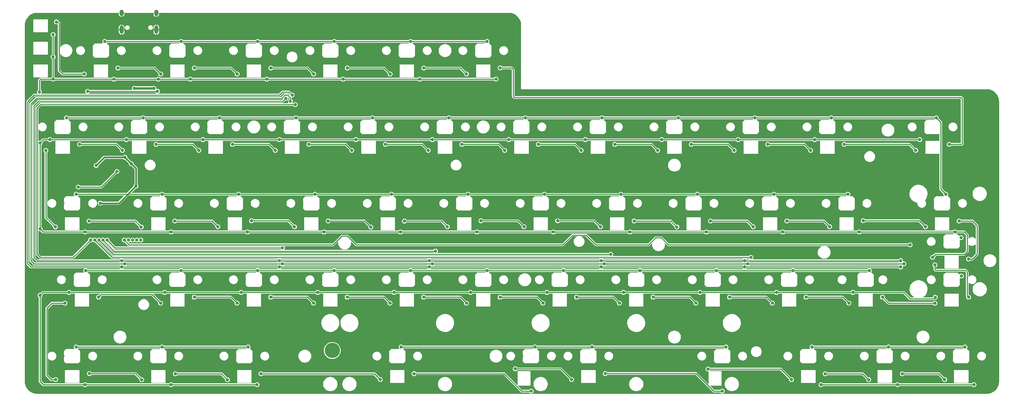
<source format=gbr>
%TF.GenerationSoftware,KiCad,Pcbnew,(7.0.0)*%
%TF.CreationDate,2023-11-27T23:21:45+01:00*%
%TF.ProjectId,vootington V4N,766f6f74-696e-4677-946f-6e2056344e2e,rev?*%
%TF.SameCoordinates,Original*%
%TF.FileFunction,Copper,L1,Top*%
%TF.FilePolarity,Positive*%
%FSLAX46Y46*%
G04 Gerber Fmt 4.6, Leading zero omitted, Abs format (unit mm)*
G04 Created by KiCad (PCBNEW (7.0.0)) date 2023-11-27 23:21:45*
%MOMM*%
%LPD*%
G01*
G04 APERTURE LIST*
%TA.AperFunction,ComponentPad*%
%ADD10C,3.800000*%
%TD*%
%TA.AperFunction,ComponentPad*%
%ADD11O,1.000000X1.600000*%
%TD*%
%TA.AperFunction,ComponentPad*%
%ADD12O,1.000000X2.100000*%
%TD*%
%TA.AperFunction,ViaPad*%
%ADD13C,0.800000*%
%TD*%
%TA.AperFunction,Conductor*%
%ADD14C,0.250000*%
%TD*%
%TA.AperFunction,Conductor*%
%ADD15C,0.600000*%
%TD*%
%TA.AperFunction,Conductor*%
%ADD16C,0.381000*%
%TD*%
%TA.AperFunction,Conductor*%
%ADD17C,0.200000*%
%TD*%
G04 APERTURE END LIST*
D10*
%TO.P,H7,1*%
%TO.N,N/C*%
X103662500Y-97024000D03*
%TD*%
D11*
%TO.P,J2,S1,SHIELD*%
%TO.N,GND*%
X51178999Y-12840624D03*
D12*
X51178999Y-17020624D03*
D11*
X59818999Y-12840624D03*
D12*
X59818999Y-17020624D03*
%TD*%
D13*
%TO.N,+5V*%
X120666149Y-67476587D03*
X139716149Y-67476587D03*
X176212500Y-82550000D03*
X214312500Y-82550000D03*
X42068750Y-67468750D03*
X54334589Y-31641715D03*
X49228649Y-29376587D03*
X63516149Y-67476587D03*
X258762500Y-67468750D03*
X68278649Y-29376587D03*
X225425000Y-105568750D03*
X195262500Y-82550000D03*
X196866149Y-67476587D03*
X233362500Y-82550000D03*
X63500000Y-105568750D03*
X52387500Y-44450000D03*
X253867831Y-83746645D03*
X59233763Y-31641715D03*
X34131250Y-18256250D03*
X119062500Y-82550000D03*
X147637500Y-44450000D03*
X71437500Y-44450000D03*
X38100000Y-82550000D03*
X125428649Y-29376587D03*
X250031250Y-44450000D03*
X84931250Y-105568750D03*
X253206250Y-73818750D03*
X60325000Y-29368750D03*
X144462500Y-29368750D03*
X158766149Y-67476587D03*
X61912500Y-82550000D03*
X30872000Y-66675000D03*
X82566149Y-67476587D03*
X215916149Y-67476587D03*
X223837500Y-44450000D03*
X33337500Y-44450000D03*
X42068750Y-105568750D03*
X34131250Y-29368750D03*
X109537500Y-44450000D03*
X250031250Y-44450000D03*
X90487500Y-44450000D03*
X204787500Y-44450000D03*
X100012500Y-82550000D03*
X263525000Y-105568750D03*
X157162500Y-82550000D03*
X177816149Y-67476587D03*
X30869887Y-83253275D03*
X30725044Y-32543750D03*
X166687500Y-44450000D03*
X185737500Y-44450000D03*
X101616149Y-67476587D03*
X138112500Y-82550000D03*
X128587500Y-44450000D03*
X244475000Y-105568750D03*
X80962500Y-82550000D03*
X234966149Y-67476587D03*
X30872000Y-45243750D03*
X34131250Y-23812500D03*
X106378649Y-29376587D03*
X87328649Y-29376587D03*
%TO.N,GND*%
X34131250Y-41275000D03*
X250031250Y-76993750D03*
X57593452Y-56074907D03*
X134143750Y-60325000D03*
X40703500Y-47117000D03*
X72231250Y-41275000D03*
X97853500Y-47117000D03*
X53181250Y-41275000D03*
X202628500Y-85217000D03*
X62706250Y-22225000D03*
X183578500Y-85217000D03*
X117475000Y-98425000D03*
X151407694Y-64688560D03*
X75165166Y-64681674D03*
X218051796Y-102817213D03*
X211137500Y-77852846D03*
X56065792Y-64736411D03*
X155003500Y-47117000D03*
X96043750Y-36512500D03*
X170618675Y-72193675D03*
X119856250Y-79375000D03*
X117475000Y-98425000D03*
X250825000Y-41275000D03*
X215106250Y-79375000D03*
X137091505Y-26575155D03*
X45466000Y-85217000D03*
X119856250Y-79375000D03*
X237294441Y-102826775D03*
X212153500Y-47117000D03*
X57580159Y-54998130D03*
X186531250Y-41275000D03*
X118057654Y-26582992D03*
X229393750Y-60325000D03*
X96043750Y-60325000D03*
X81756250Y-79375000D03*
X34131250Y-41275000D03*
X62706250Y-79375000D03*
X46831250Y-36512500D03*
X60907654Y-26582992D03*
X34676825Y-64725845D03*
X148431250Y-41275000D03*
X78803500Y-47117000D03*
X174053500Y-47117000D03*
X88328500Y-85217000D03*
X110331250Y-41275000D03*
X129381250Y-41275000D03*
X219868750Y-98425000D03*
X55562500Y-77852846D03*
X238918750Y-98425000D03*
X76993750Y-60325000D03*
X77558776Y-102835094D03*
X224631250Y-41275000D03*
X57943750Y-98425000D03*
X167481250Y-41275000D03*
X227545463Y-64662224D03*
X221678500Y-85217000D03*
X231203500Y-47117000D03*
X164528500Y-85217000D03*
X53181250Y-41275000D03*
X100806250Y-79375000D03*
X115093750Y-60325000D03*
X57943750Y-60325000D03*
X255587500Y-69850000D03*
X257968750Y-98425000D03*
X100806250Y-79375000D03*
X79957654Y-26582992D03*
X34761802Y-102793287D03*
X36512500Y-60325000D03*
X36512500Y-60325000D03*
X76993750Y-60325000D03*
X132556250Y-77852846D03*
X219868750Y-98425000D03*
X165100000Y-98425000D03*
X262159750Y-75692000D03*
X157956250Y-79375000D03*
X36512500Y-98425000D03*
X116903500Y-47117000D03*
X55562500Y-14287500D03*
X58262794Y-30405646D03*
X177006250Y-79375000D03*
X95250000Y-77852846D03*
X177006250Y-79375000D03*
X208520000Y-64710598D03*
X110331250Y-41275000D03*
X28575000Y-19843750D03*
X53727246Y-22029988D03*
X38893750Y-79375000D03*
X57943750Y-60325000D03*
X257968750Y-98425000D03*
X157956250Y-79375000D03*
X49818017Y-46588115D03*
X191293750Y-60325000D03*
X153193750Y-60325000D03*
X99007654Y-26582992D03*
X255587500Y-79375000D03*
X229393750Y-60325000D03*
X100806250Y-22225000D03*
X215106250Y-79375000D03*
X49212500Y-43656250D03*
X79375000Y-98425000D03*
X165100000Y-98425000D03*
X262159750Y-85217000D03*
X96043750Y-60325000D03*
X198437500Y-98425000D03*
X234156250Y-79375000D03*
X138906250Y-79375000D03*
X44847728Y-47985388D03*
X134143750Y-60325000D03*
X49212500Y-54768750D03*
X81756250Y-79375000D03*
X251417155Y-64714326D03*
X145478500Y-85217000D03*
X205581250Y-41275000D03*
X148431250Y-41275000D03*
X115643164Y-102803683D03*
X172243750Y-60325000D03*
X79375000Y-98425000D03*
X91281250Y-41275000D03*
X153193750Y-60325000D03*
X107378500Y-85217000D03*
X170468864Y-64710598D03*
X57943750Y-98425000D03*
X28575000Y-25400000D03*
X32543750Y-36512500D03*
X45574303Y-63315344D03*
X41857654Y-26582992D03*
X238918750Y-98425000D03*
X72231250Y-41275000D03*
X138906250Y-22225000D03*
X167481250Y-41275000D03*
X253206250Y-60325000D03*
X113254553Y-64768221D03*
X175418750Y-77852846D03*
X150812500Y-98425000D03*
X210343750Y-60325000D03*
X172243750Y-60325000D03*
X138906250Y-79375000D03*
X186531250Y-41275000D03*
X91281250Y-41275000D03*
X36512500Y-98425000D03*
X253206250Y-60325000D03*
X196056250Y-79375000D03*
X44655249Y-40698184D03*
X250825000Y-41275000D03*
X69278500Y-85217000D03*
X119856250Y-22225000D03*
X51593750Y-25858492D03*
X234156250Y-79375000D03*
X240728500Y-85217000D03*
X43656250Y-22225000D03*
X81756250Y-22225000D03*
X255587500Y-79375000D03*
X196850000Y-107156250D03*
X38893750Y-79375000D03*
X115093750Y-60325000D03*
X256211185Y-102778787D03*
X193103500Y-47117000D03*
X129381250Y-41275000D03*
X54603119Y-48882362D03*
X149225000Y-107156250D03*
X62706250Y-79375000D03*
X93662500Y-31750000D03*
X163254694Y-102812468D03*
X205581250Y-41275000D03*
X59753500Y-47117000D03*
X56179568Y-102837221D03*
X189499106Y-64733776D03*
X198437500Y-98425000D03*
X33161691Y-30093250D03*
X257397250Y-47117000D03*
X126428500Y-85217000D03*
X57049500Y-22040311D03*
X132345154Y-64682992D03*
X196056250Y-79375000D03*
X94249611Y-64705077D03*
X191293750Y-60325000D03*
X210343750Y-60325000D03*
X33733366Y-36512500D03*
X135953500Y-47117000D03*
X28575000Y-14287500D03*
X39363551Y-54286517D03*
%TO.N,+3V3*%
X66025216Y-77128346D03*
X156512716Y-58078346D03*
X227950216Y-39028346D03*
X118412716Y-58078346D03*
X66025216Y-19978346D03*
X37450216Y-39028346D03*
X260307055Y-68900000D03*
X260393000Y-78467970D03*
X94600216Y-39028346D03*
X232114889Y-58080384D03*
X213662716Y-58078346D03*
X142225216Y-19978346D03*
X104125216Y-77128346D03*
X61262716Y-96178346D03*
X104125216Y-19978346D03*
X170800216Y-39028346D03*
X120793966Y-96178346D03*
X218425216Y-77128346D03*
X154131466Y-96178346D03*
X80312716Y-58078346D03*
X52003000Y-48854048D03*
X194612716Y-58078346D03*
X137462716Y-58078346D03*
X75550216Y-39028346D03*
X223187716Y-96178346D03*
X85075216Y-19978346D03*
X180325216Y-77128346D03*
X45883678Y-60295009D03*
X208900216Y-39028346D03*
X142225216Y-77128346D03*
X189850216Y-39028346D03*
X151750216Y-39028346D03*
X199375216Y-77128346D03*
X85075216Y-77128346D03*
X61262716Y-58078346D03*
X123175216Y-77128346D03*
X175562716Y-58078346D03*
X46975216Y-19978346D03*
X161275216Y-77128346D03*
X53571724Y-50422772D03*
X123175216Y-19978346D03*
X99362716Y-58078346D03*
X82693966Y-96178346D03*
X42212716Y-77128346D03*
X56500216Y-39028346D03*
X39831466Y-58078346D03*
X132700216Y-39028346D03*
X256525216Y-58078346D03*
X261287716Y-96178346D03*
X201756466Y-96178346D03*
X168418966Y-96178346D03*
X113650216Y-39028346D03*
X242237716Y-96178346D03*
X237475216Y-77128346D03*
X54768750Y-56018750D03*
X44816711Y-50889504D03*
X39831466Y-96178346D03*
X254143966Y-39028346D03*
%TO.N,ADC6*%
X43457840Y-69453058D03*
X94456250Y-35718750D03*
%TO.N,ADC0*%
X51838145Y-69492566D03*
X247650000Y-70643750D03*
%TO.N,Net-(D10-DIN)*%
X203771500Y-47117000D03*
X193103500Y-45629334D03*
%TO.N,Net-(D14-DOUT)*%
X140727154Y-64682992D03*
X151407694Y-66176226D03*
%TO.N,Net-(D20-DOUT)*%
X262159750Y-74204334D03*
X259799155Y-64714326D03*
%TO.N,Net-(D26-DOUT)*%
X145478500Y-83729334D03*
X156146500Y-85217000D03*
%TO.N,Net-(D32-DOUT)*%
X37084000Y-85217000D03*
X34761802Y-104280953D03*
%TO.N,Net-(D38-DOUT)*%
X163290250Y-104267000D03*
X149225000Y-101600000D03*
%TO.N,Net-(D10-DOUT)*%
X174053500Y-45629334D03*
X184721500Y-47117000D03*
%TO.N,Net-(D14-DIN)*%
X121636553Y-64768221D03*
X132345154Y-66170658D03*
%TO.N,Net-(D26-DIN)*%
X175196500Y-85217000D03*
X164528500Y-83729334D03*
%TO.N,Net-(D38-DIN)*%
X153193750Y-107156250D03*
X124025164Y-102803683D03*
%TO.N,ADC1*%
X207962500Y-73818750D03*
X44469891Y-69465606D03*
%TO.N,SELECT0*%
X90487500Y-74612500D03*
X245268750Y-74612500D03*
X92075000Y-34131250D03*
X51167204Y-74612500D03*
X206375000Y-74612500D03*
X127793750Y-74612500D03*
X170656250Y-74612500D03*
X52877060Y-69506883D03*
%TO.N,SELECT1*%
X51960954Y-75406250D03*
X171450000Y-75406250D03*
X128587500Y-75406250D03*
X93235088Y-34878338D03*
X246062500Y-75406250D03*
X53899758Y-69504982D03*
X91281250Y-75406250D03*
X207168750Y-75406250D03*
%TO.N,ADC2*%
X45525152Y-69499813D03*
X173037500Y-73025000D03*
%TO.N,SELECT2*%
X127793750Y-76200000D03*
X170656250Y-76200000D03*
X90487500Y-76200000D03*
X54955019Y-69470775D03*
X93662500Y-33337500D03*
X51167204Y-76200000D03*
X206375000Y-76200000D03*
X245268750Y-76200000D03*
%TO.N,Net-(D19-DIN)*%
X32321500Y-47117000D03*
X34676825Y-66213511D03*
%TO.N,Net-(D2-DIN)*%
X40715779Y-45622085D03*
X51383500Y-47129000D03*
%TO.N,Net-(D3-DIN)*%
X70421500Y-47117000D03*
X59753500Y-45629334D03*
%TO.N,Net-(D4-DIN)*%
X89471500Y-47117000D03*
X78803500Y-45629334D03*
%TO.N,Net-(D5-DIN)*%
X108521500Y-47117000D03*
X97853500Y-45629334D03*
%TO.N,Net-(D6-DIN)*%
X127571500Y-47117000D03*
X116903500Y-45629334D03*
%TO.N,Net-(D7-DIN)*%
X146621500Y-47117000D03*
X135953500Y-45629334D03*
%TO.N,Net-(D8-DIN)*%
X165671500Y-47117000D03*
X155003500Y-45629334D03*
%TO.N,Net-(D11-DIN)*%
X212153500Y-45629334D03*
X222821500Y-47117000D03*
%TO.N,Net-(D12-DIN)*%
X249015250Y-47117000D03*
X231203500Y-45629334D03*
%TO.N,Net-(D15-DIN)*%
X102631611Y-64705077D03*
X113254553Y-66255887D03*
%TO.N,Net-(D16-DIN)*%
X94249611Y-66192743D03*
X83547166Y-64681674D03*
%TO.N,Net-(D17-DIN)*%
X64447792Y-64736411D03*
X75165166Y-66169340D03*
%TO.N,Net-(D18-DIN)*%
X56065792Y-66224077D03*
X43058825Y-64725845D03*
%TO.N,Net-(D20-DIN)*%
X251417155Y-66201992D03*
X235927463Y-64662224D03*
%TO.N,Net-(D21-DIN)*%
X216902000Y-64710598D03*
X227545463Y-66149890D03*
%TO.N,Net-(D22-DIN)*%
X197881106Y-64733776D03*
X208520000Y-66198264D03*
%TO.N,Net-(D23-DIN)*%
X178850864Y-64710598D03*
X189499106Y-66221442D03*
%TO.N,Net-(D24-DIN)*%
X159789694Y-64688560D03*
X170468864Y-66198264D03*
%TO.N,Net-(D27-DIN)*%
X183578500Y-83729334D03*
X194246500Y-85217000D03*
%TO.N,Net-(D28-DIN)*%
X213296500Y-85217000D03*
X202628500Y-83729334D03*
%TO.N,Net-(D29-DIN)*%
X221678500Y-83729334D03*
X232346500Y-85217000D03*
%TO.N,Net-(D30-DIN)*%
X253777750Y-85217000D03*
X240728500Y-83729334D03*
%TO.N,Net-(D32-DIN)*%
X45466000Y-83729334D03*
X60896500Y-85217000D03*
%TO.N,Net-(D33-DIN)*%
X69278500Y-83729334D03*
X79946500Y-85217000D03*
%TO.N,Net-(D34-DIN)*%
X98996500Y-85217000D03*
X88328500Y-83729334D03*
%TO.N,Net-(D35-DIN)*%
X107378500Y-83729334D03*
X118046500Y-85217000D03*
%TO.N,Net-(D36-DIN)*%
X137096500Y-85217000D03*
X126428500Y-83729334D03*
%TO.N,Net-(D39-DIN)*%
X85940776Y-102835094D03*
X115643164Y-104291349D03*
%TO.N,Net-(D40-DIN)*%
X77558776Y-104322760D03*
X64561568Y-102837221D03*
%TO.N,Net-(D41-DIN)*%
X56179568Y-104324887D03*
X43143802Y-102793287D03*
%TO.N,Net-(D31-DOUT)*%
X253777750Y-75692000D03*
X262159750Y-83729334D03*
%TO.N,Net-(D45-DIN)*%
X256211185Y-104266453D03*
X245662542Y-102835094D03*
%TO.N,Net-(D46-DIN)*%
X237280542Y-104322760D03*
X226433796Y-102817213D03*
%TO.N,Net-(D47-DIN)*%
X218051796Y-104304879D03*
X197260955Y-101671773D03*
%TO.N,Net-(D48-DIN)*%
X200818750Y-107156250D03*
X171672250Y-102779334D03*
%TO.N,ADC3*%
X129381250Y-72231250D03*
X46547850Y-69501714D03*
%TO.N,ADC4*%
X91281250Y-71437500D03*
X47586765Y-69487397D03*
%TO.N,ADC5*%
X55967070Y-69458227D03*
%TO.N,BOOT0*%
X50006250Y-52387500D03*
X40396738Y-56280537D03*
%TO.N,K_48*%
X42699799Y-32381049D03*
X60117000Y-32366215D03*
%TO.N,Net-(D1-DOUT)*%
X257397250Y-45629334D03*
X145473505Y-26575155D03*
%TO.N,Net-(D1-DIN)*%
X137091505Y-28062821D03*
X126439654Y-26582992D03*
%TO.N,Net-(D43-DIN)*%
X118057654Y-28070658D03*
X107389654Y-26582992D03*
%TO.N,Net-(D50-DIN)*%
X99007654Y-28070658D03*
X88339654Y-26582992D03*
%TO.N,Net-(D51-DIN)*%
X79957654Y-28070658D03*
X69289654Y-26582992D03*
%TO.N,Net-(D52-DIN)*%
X60907654Y-28070658D03*
X50239654Y-26582992D03*
%TO.N,Net-(D53-DIN)*%
X34925000Y-15081250D03*
X41857654Y-28070658D03*
%TD*%
D14*
%TO.N,+5V*%
X261823750Y-68148750D02*
X261143750Y-67468750D01*
X31665750Y-44450000D02*
X30872000Y-45243750D01*
X30725044Y-29599956D02*
X30725044Y-32543750D01*
X246062500Y-82550000D02*
X247637650Y-84125150D01*
X217487500Y-44450000D02*
X33337500Y-44450000D01*
X34131250Y-29368750D02*
X49220812Y-29368750D01*
X177077273Y-67468750D02*
X42068750Y-67468750D01*
X34131250Y-29368750D02*
X34131250Y-18256250D01*
X30869887Y-104688637D02*
X31750000Y-105568750D01*
X49220812Y-29368750D02*
X49228649Y-29376587D01*
X61912500Y-29376587D02*
X49228649Y-29376587D01*
X254793750Y-73025000D02*
X256381250Y-73025000D01*
X42068750Y-67468750D02*
X32543750Y-67468750D01*
X254000000Y-73025000D02*
X253206250Y-73818750D01*
D15*
X59233763Y-31641715D02*
X54768750Y-31641715D01*
D14*
X223837500Y-44450000D02*
X217487500Y-44450000D01*
X38100000Y-82550000D02*
X31573162Y-82550000D01*
X33337500Y-44450000D02*
X31665750Y-44450000D01*
X261143750Y-73025000D02*
X261823750Y-72345000D01*
X225425000Y-105568750D02*
X263525000Y-105568750D01*
X261823750Y-72345000D02*
X261823750Y-68148750D01*
X68278649Y-29376587D02*
X144454663Y-29376587D01*
X31573162Y-82550000D02*
X30869887Y-83253275D01*
X31750000Y-105568750D02*
X42068750Y-105568750D01*
X253489326Y-84125150D02*
X253867831Y-83746645D01*
X258762500Y-67468750D02*
X177077273Y-67468750D01*
X32543750Y-67468750D02*
X31665750Y-67468750D01*
X60332837Y-29376587D02*
X60325000Y-29368750D01*
X144454663Y-29376587D02*
X144462500Y-29368750D01*
X31665750Y-67468750D02*
X30872000Y-66675000D01*
X256381250Y-73025000D02*
X254000000Y-73025000D01*
D15*
X54768750Y-31641715D02*
X54334589Y-31641715D01*
D14*
X61912500Y-29376587D02*
X60332837Y-29376587D01*
X30869887Y-83253275D02*
X30869887Y-104688637D01*
X256381250Y-73025000D02*
X261143750Y-73025000D01*
X30872000Y-66675000D02*
X30872000Y-45243750D01*
X30956250Y-29368750D02*
X30725044Y-29599956D01*
X247637650Y-84125150D02*
X253489326Y-84125150D01*
X34131250Y-29368750D02*
X30956250Y-29368750D01*
X42068750Y-105568750D02*
X84931250Y-105568750D01*
X261143750Y-67468750D02*
X258762500Y-67468750D01*
X240174912Y-82550000D02*
X233362500Y-82550000D01*
X240174912Y-82550000D02*
X246062500Y-82550000D01*
X68278649Y-29376587D02*
X61912500Y-29376587D01*
X233362500Y-82550000D02*
X38100000Y-82550000D01*
X217487500Y-44450000D02*
X250031250Y-44450000D01*
%TO.N,+3V3*%
X142225216Y-77128346D02*
X104125216Y-77128346D01*
D16*
X45883678Y-60295009D02*
X50492491Y-60295009D01*
D14*
X237475216Y-77128346D02*
X219075000Y-77128346D01*
X199375216Y-77128346D02*
X161275216Y-77128346D01*
D16*
X44816711Y-50889504D02*
X46852167Y-48854048D01*
X54768750Y-51619798D02*
X54768750Y-52167057D01*
D14*
X255239873Y-40124253D02*
X254143966Y-39028346D01*
X223187716Y-96178346D02*
X261287716Y-96178346D01*
X255239873Y-50006250D02*
X255239873Y-40124253D01*
X219075000Y-77128346D02*
X199375216Y-77128346D01*
X219075000Y-77128346D02*
X218425216Y-77128346D01*
D16*
X46852167Y-48854048D02*
X52003000Y-48854048D01*
D14*
X255240689Y-50007066D02*
X255239873Y-50006250D01*
D17*
X250341154Y-39028346D02*
X254143966Y-39028346D01*
D16*
X54768750Y-56018750D02*
X54768750Y-52167057D01*
D14*
X256525216Y-58078346D02*
X255239873Y-56793003D01*
X254143966Y-39028346D02*
X37450216Y-39028346D01*
X255239873Y-56793003D02*
X255239873Y-50006250D01*
X255240689Y-50544244D02*
X255240689Y-50007066D01*
D16*
X53571724Y-50422772D02*
X54768750Y-51619798D01*
D14*
X85075216Y-77128346D02*
X42212716Y-77128346D01*
X232114889Y-58080384D02*
X61264754Y-58080384D01*
X39831466Y-96178346D02*
X82693966Y-96178346D01*
X161275216Y-77128346D02*
X142225216Y-77128346D01*
D16*
X50492491Y-60295009D02*
X54768750Y-56018750D01*
D14*
X61264754Y-58080384D02*
X61262716Y-58078346D01*
X120793966Y-96178346D02*
X201756466Y-96178346D01*
D16*
X52003000Y-48854048D02*
X53571724Y-50422772D01*
D14*
X39831466Y-58078346D02*
X61262716Y-58078346D01*
X46975216Y-19978346D02*
X142225216Y-19978346D01*
X104125216Y-77128346D02*
X85075216Y-77128346D01*
%TO.N,ADC6*%
X30147000Y-66675000D02*
X30147000Y-67453250D01*
X30940057Y-35718750D02*
X30147000Y-36511807D01*
X30162500Y-46037500D02*
X30147000Y-46053000D01*
X30147000Y-66675000D02*
X30147000Y-73025000D01*
X94456250Y-35718750D02*
X30940057Y-35718750D01*
X39092148Y-73818750D02*
X43457840Y-69453058D01*
X30956250Y-73818750D02*
X39092148Y-73818750D01*
X30147000Y-46053000D02*
X30147000Y-66675000D01*
X30147000Y-73025000D02*
X30162500Y-73025000D01*
X30162500Y-73025000D02*
X30956250Y-73818750D01*
X30147000Y-36511807D02*
X30147000Y-46022000D01*
X30147000Y-46022000D02*
X30162500Y-46037500D01*
X30147000Y-67453250D02*
X30162500Y-67468750D01*
%TO.N,ADC0*%
X187383268Y-70643750D02*
X247650000Y-70643750D01*
X182504232Y-70643750D02*
X184229232Y-68918750D01*
X106030436Y-68501862D02*
X107459472Y-68501862D01*
X166938983Y-68262500D02*
X169320233Y-70643750D01*
X51838145Y-69492566D02*
X52989329Y-70643750D01*
X161131250Y-70643750D02*
X163512500Y-68262500D01*
X107459472Y-68501862D02*
X109537500Y-70579890D01*
X185658268Y-68918750D02*
X187383268Y-70643750D01*
X163512500Y-68262500D02*
X166938983Y-68262500D01*
X184229232Y-68918750D02*
X185658268Y-68918750D01*
X109537500Y-70579890D02*
X109537500Y-70643750D01*
X109537500Y-70643750D02*
X161131250Y-70643750D01*
X169320233Y-70643750D02*
X182504232Y-70643750D01*
X52989329Y-70643750D02*
X103888548Y-70643750D01*
X103888548Y-70643750D02*
X106030436Y-68501862D01*
%TO.N,Net-(D10-DIN)*%
X202283834Y-45629334D02*
X193103500Y-45629334D01*
X203771500Y-47117000D02*
X202283834Y-45629334D01*
%TO.N,Net-(D14-DOUT)*%
X140727154Y-64682992D02*
X149914460Y-64682992D01*
X149914460Y-64682992D02*
X151407694Y-66176226D01*
%TO.N,Net-(D20-DOUT)*%
X264318750Y-73025000D02*
X263139416Y-74204334D01*
X263139416Y-74204334D02*
X262159750Y-74204334D01*
X263151826Y-64714326D02*
X264318750Y-65881250D01*
X259799155Y-64714326D02*
X263151826Y-64714326D01*
X264318750Y-65881250D02*
X264318750Y-73025000D01*
%TO.N,Net-(D26-DOUT)*%
X145478500Y-83729334D02*
X154658834Y-83729334D01*
X154658834Y-83729334D02*
X156146500Y-85217000D01*
%TO.N,Net-(D32-DOUT)*%
X33637203Y-104280953D02*
X34761802Y-104280953D01*
X33845500Y-85217000D02*
X32543750Y-86518750D01*
X37084000Y-85217000D02*
X33845500Y-85217000D01*
X32543750Y-103187500D02*
X33637203Y-104280953D01*
X32543750Y-86518750D02*
X32543750Y-103187500D01*
%TO.N,Net-(D38-DOUT)*%
X160623250Y-101600000D02*
X163290250Y-104267000D01*
X149225000Y-101600000D02*
X160623250Y-101600000D01*
%TO.N,Net-(D10-DOUT)*%
X184721500Y-47117000D02*
X183233834Y-45629334D01*
X183233834Y-45629334D02*
X174053500Y-45629334D01*
%TO.N,Net-(D14-DIN)*%
X130942717Y-64768221D02*
X132345154Y-66170658D01*
X121636553Y-64768221D02*
X130942717Y-64768221D01*
%TO.N,Net-(D26-DIN)*%
X173708834Y-83729334D02*
X175196500Y-85217000D01*
X164528500Y-83729334D02*
X173708834Y-83729334D01*
%TO.N,Net-(D38-DIN)*%
X150812500Y-107156250D02*
X153193750Y-107156250D01*
X124025164Y-102803683D02*
X146459933Y-102803683D01*
X146459933Y-102803683D02*
X150812500Y-107156250D01*
%TO.N,ADC1*%
X48818784Y-73818750D02*
X44469891Y-69469857D01*
X207962500Y-73818750D02*
X50006250Y-73818750D01*
X50006250Y-73818750D02*
X48818784Y-73818750D01*
X44469891Y-69469857D02*
X44469891Y-69465606D01*
%TO.N,SELECT0*%
X51167204Y-74612500D02*
X30162500Y-74612500D01*
X206375000Y-74612500D02*
X51167204Y-74612500D01*
X30406050Y-34925000D02*
X91281250Y-34925000D01*
X30162500Y-74612500D02*
X29368750Y-73818750D01*
X29368750Y-73818750D02*
X29368750Y-35962300D01*
X29368750Y-35962300D02*
X30406050Y-34925000D01*
X206375000Y-74612500D02*
X245268750Y-74612500D01*
X92075000Y-34131250D02*
X91281250Y-34925000D01*
%TO.N,SELECT1*%
X92595188Y-33337500D02*
X93235088Y-33977400D01*
X91049695Y-34131250D02*
X91843445Y-33337500D01*
X246062500Y-75406250D02*
X207168750Y-75406250D01*
X29935140Y-34131250D02*
X91049695Y-34131250D01*
X28575000Y-74612500D02*
X28575000Y-35491390D01*
X51960954Y-75406250D02*
X29368750Y-75406250D01*
X28575000Y-35491390D02*
X29935140Y-34131250D01*
X29368750Y-75406250D02*
X28575000Y-74612500D01*
X207168750Y-75406250D02*
X51960954Y-75406250D01*
X93235088Y-33977400D02*
X93235088Y-34878338D01*
X91843445Y-33337500D02*
X92595188Y-33337500D01*
%TO.N,ADC2*%
X173037500Y-73025000D02*
X49045831Y-73025000D01*
X49045831Y-73025000D02*
X45525152Y-69504321D01*
X45525152Y-69504321D02*
X45525152Y-69499813D01*
%TO.N,SELECT2*%
X91281250Y-32543750D02*
X92868750Y-32543750D01*
X27781250Y-75406250D02*
X27781250Y-34925000D01*
X30162500Y-76200000D02*
X30956250Y-76200000D01*
X30956250Y-76200000D02*
X28575000Y-76200000D01*
X245268750Y-76200000D02*
X51167204Y-76200000D01*
X92868750Y-32543750D02*
X93662500Y-33337500D01*
X30956250Y-76200000D02*
X51167204Y-76200000D01*
X90487500Y-33337500D02*
X91281250Y-32543750D01*
X28575000Y-76200000D02*
X27781250Y-75406250D01*
X27781250Y-34925000D02*
X29368750Y-33337500D01*
X29368750Y-33337500D02*
X90487500Y-33337500D01*
%TO.N,Net-(D19-DIN)*%
X34676825Y-66213511D02*
X32321500Y-63858186D01*
X32321500Y-63858186D02*
X32321500Y-47117000D01*
%TO.N,Net-(D2-DIN)*%
X40715779Y-45622085D02*
X49876585Y-45622085D01*
X49876585Y-45622085D02*
X51371500Y-47117000D01*
%TO.N,Net-(D3-DIN)*%
X70421500Y-47117000D02*
X68933834Y-45629334D01*
X68933834Y-45629334D02*
X59753500Y-45629334D01*
%TO.N,Net-(D4-DIN)*%
X89471500Y-47117000D02*
X87983834Y-45629334D01*
X87983834Y-45629334D02*
X78803500Y-45629334D01*
%TO.N,Net-(D5-DIN)*%
X108521500Y-47117000D02*
X107033834Y-45629334D01*
X107033834Y-45629334D02*
X97853500Y-45629334D01*
%TO.N,Net-(D6-DIN)*%
X126083834Y-45629334D02*
X116903500Y-45629334D01*
X127571500Y-47117000D02*
X126083834Y-45629334D01*
%TO.N,Net-(D7-DIN)*%
X145133834Y-45629334D02*
X135953500Y-45629334D01*
X146621500Y-47117000D02*
X145133834Y-45629334D01*
%TO.N,Net-(D8-DIN)*%
X164183834Y-45629334D02*
X155003500Y-45629334D01*
X165671500Y-47117000D02*
X164183834Y-45629334D01*
%TO.N,Net-(D11-DIN)*%
X221333834Y-45629334D02*
X212153500Y-45629334D01*
X222821500Y-47117000D02*
X221333834Y-45629334D01*
%TO.N,Net-(D12-DIN)*%
X247527584Y-45629334D02*
X231203500Y-45629334D01*
X249015250Y-47117000D02*
X247527584Y-45629334D01*
%TO.N,Net-(D15-DIN)*%
X111703743Y-64705077D02*
X113254553Y-66255887D01*
X102631611Y-64705077D02*
X111703743Y-64705077D01*
%TO.N,Net-(D16-DIN)*%
X83547166Y-64681674D02*
X92738542Y-64681674D01*
X92738542Y-64681674D02*
X94249611Y-66192743D01*
%TO.N,Net-(D17-DIN)*%
X64447792Y-64736411D02*
X73732237Y-64736411D01*
X73732237Y-64736411D02*
X75165166Y-66169340D01*
%TO.N,Net-(D18-DIN)*%
X54567560Y-64725845D02*
X56065792Y-66224077D01*
X43058825Y-64725845D02*
X54567560Y-64725845D01*
%TO.N,Net-(D20-DIN)*%
X235927463Y-64662224D02*
X249877387Y-64662224D01*
X249877387Y-64662224D02*
X251417155Y-66201992D01*
%TO.N,Net-(D21-DIN)*%
X216902000Y-64710598D02*
X226106171Y-64710598D01*
X226106171Y-64710598D02*
X227545463Y-66149890D01*
%TO.N,Net-(D22-DIN)*%
X207055512Y-64733776D02*
X208520000Y-66198264D01*
X197881106Y-64733776D02*
X207055512Y-64733776D01*
%TO.N,Net-(D23-DIN)*%
X178850864Y-64710598D02*
X187988262Y-64710598D01*
X187988262Y-64710598D02*
X189499106Y-66221442D01*
%TO.N,Net-(D24-DIN)*%
X159789694Y-64688560D02*
X168959160Y-64688560D01*
X168959160Y-64688560D02*
X170468864Y-66198264D01*
%TO.N,Net-(D27-DIN)*%
X192758834Y-83729334D02*
X194246500Y-85217000D01*
X183578500Y-83729334D02*
X192758834Y-83729334D01*
%TO.N,Net-(D28-DIN)*%
X202628500Y-83729334D02*
X211808834Y-83729334D01*
X211808834Y-83729334D02*
X213296500Y-85217000D01*
%TO.N,Net-(D29-DIN)*%
X230858834Y-83729334D02*
X232346500Y-85217000D01*
X221678500Y-83729334D02*
X230858834Y-83729334D01*
%TO.N,Net-(D30-DIN)*%
X253777750Y-85217000D02*
X242216166Y-85217000D01*
X242216166Y-85217000D02*
X240728500Y-83729334D01*
%TO.N,Net-(D32-DIN)*%
X46146584Y-83048750D02*
X58728250Y-83048750D01*
X45466000Y-83729334D02*
X46146584Y-83048750D01*
X58728250Y-83048750D02*
X60896500Y-85217000D01*
%TO.N,Net-(D33-DIN)*%
X78458834Y-83729334D02*
X79946500Y-85217000D01*
X69278500Y-83729334D02*
X78458834Y-83729334D01*
%TO.N,Net-(D34-DIN)*%
X97508834Y-83729334D02*
X98996500Y-85217000D01*
X88328500Y-83729334D02*
X97508834Y-83729334D01*
%TO.N,Net-(D35-DIN)*%
X107378500Y-83729334D02*
X116558834Y-83729334D01*
X116558834Y-83729334D02*
X118046500Y-85217000D01*
%TO.N,Net-(D36-DIN)*%
X126428500Y-83729334D02*
X135608834Y-83729334D01*
X135608834Y-83729334D02*
X137096500Y-85217000D01*
%TO.N,Net-(D39-DIN)*%
X85940776Y-102835094D02*
X114186909Y-102835094D01*
X114186909Y-102835094D02*
X115643164Y-104291349D01*
%TO.N,Net-(D40-DIN)*%
X76073237Y-102837221D02*
X77558776Y-104322760D01*
X64561568Y-102837221D02*
X76073237Y-102837221D01*
%TO.N,Net-(D41-DIN)*%
X54647968Y-102793287D02*
X56179568Y-104324887D01*
X43143802Y-102793287D02*
X54647968Y-102793287D01*
%TO.N,Net-(D31-DOUT)*%
X261343919Y-76993750D02*
X254000000Y-76993750D01*
X261823750Y-83393334D02*
X261823750Y-77473581D01*
X262159750Y-83729334D02*
X261823750Y-83393334D01*
X253777750Y-76771500D02*
X253777750Y-75692000D01*
X254000000Y-76993750D02*
X253777750Y-76771500D01*
X261823750Y-77473581D02*
X261343919Y-76993750D01*
%TO.N,Net-(D45-DIN)*%
X254779826Y-102835094D02*
X256211185Y-104266453D01*
X245662542Y-102835094D02*
X254779826Y-102835094D01*
%TO.N,Net-(D46-DIN)*%
X235774995Y-102817213D02*
X237280542Y-104322760D01*
X226433796Y-102817213D02*
X235774995Y-102817213D01*
%TO.N,Net-(D47-DIN)*%
X197260955Y-101671773D02*
X215418690Y-101671773D01*
X215418690Y-101671773D02*
X218051796Y-104304879D01*
%TO.N,Net-(D48-DIN)*%
X198694893Y-107156250D02*
X200818750Y-107156250D01*
X171672250Y-102779334D02*
X194317977Y-102779334D01*
X194317977Y-102779334D02*
X198694893Y-107156250D01*
%TO.N,ADC3*%
X49277386Y-72231250D02*
X46547850Y-69501714D01*
X129381250Y-72231250D02*
X49277386Y-72231250D01*
%TO.N,ADC4*%
X91281250Y-71437500D02*
X49536868Y-71437500D01*
X49536868Y-71437500D02*
X47586765Y-69487397D01*
%TO.N,BOOT0*%
X40396738Y-56280537D02*
X46113213Y-56280537D01*
X46113213Y-56280537D02*
X50006250Y-52387500D01*
%TO.N,K_48*%
X42714633Y-32366215D02*
X42699799Y-32381049D01*
X60117000Y-32366215D02*
X42714633Y-32366215D01*
%TO.N,Net-(D1-DOUT)*%
X260604000Y-45466000D02*
X260604000Y-34163000D01*
X149002750Y-33909000D02*
X148717000Y-33623250D01*
X148368155Y-26575155D02*
X145473505Y-26575155D01*
X260440666Y-45629334D02*
X260604000Y-45466000D01*
X148717000Y-26924000D02*
X148368155Y-26575155D01*
X257397250Y-45629334D02*
X260440666Y-45629334D01*
X260604000Y-34163000D02*
X260350000Y-33909000D01*
X260350000Y-33909000D02*
X149002750Y-33909000D01*
X148717000Y-33623250D02*
X148717000Y-26924000D01*
%TO.N,Net-(D1-DIN)*%
X135611676Y-26582992D02*
X137091505Y-28062821D01*
X126439654Y-26582992D02*
X135611676Y-26582992D01*
%TO.N,Net-(D43-DIN)*%
X116569988Y-26582992D02*
X118057654Y-28070658D01*
X107389654Y-26582992D02*
X116569988Y-26582992D01*
%TO.N,Net-(D50-DIN)*%
X97519988Y-26582992D02*
X99007654Y-28070658D01*
X88339654Y-26582992D02*
X97519988Y-26582992D01*
%TO.N,Net-(D51-DIN)*%
X69289654Y-26582992D02*
X78469988Y-26582992D01*
X78469988Y-26582992D02*
X79957654Y-28070658D01*
%TO.N,Net-(D52-DIN)*%
X59419988Y-26582992D02*
X60907654Y-28070658D01*
X50239654Y-26582992D02*
X59419988Y-26582992D01*
%TO.N,Net-(D53-DIN)*%
X35581250Y-15345677D02*
X35316823Y-15081250D01*
X35581250Y-27139408D02*
X35581250Y-15345677D01*
X36512500Y-28070658D02*
X35581250Y-27139408D01*
X41857654Y-28070658D02*
X36512500Y-28070658D01*
X35316823Y-15081250D02*
X34925000Y-15081250D01*
%TD*%
%TA.AperFunction,Conductor*%
%TO.N,GND*%
G36*
X147637802Y-12800516D02*
G01*
X147958275Y-12817320D01*
X147959455Y-12817445D01*
X148244652Y-12862622D01*
X148276115Y-12867607D01*
X148277294Y-12867857D01*
X148586989Y-12950847D01*
X148588114Y-12951213D01*
X148887434Y-13066117D01*
X148888516Y-13066598D01*
X149174198Y-13212164D01*
X149175235Y-13212763D01*
X149444116Y-13387381D01*
X149445090Y-13388089D01*
X149694240Y-13589847D01*
X149695135Y-13590652D01*
X149921847Y-13817364D01*
X149922652Y-13818259D01*
X150124410Y-14067409D01*
X150125118Y-14068383D01*
X150299736Y-14337264D01*
X150300338Y-14338306D01*
X150445897Y-14623974D01*
X150446386Y-14625074D01*
X150561283Y-14924376D01*
X150561655Y-14925520D01*
X150644642Y-15235206D01*
X150644892Y-15236384D01*
X150695053Y-15553036D01*
X150695179Y-15554233D01*
X150711984Y-15874692D01*
X150712000Y-15875294D01*
X150712000Y-31717346D01*
X150712000Y-31782654D01*
X150720768Y-31794722D01*
X150722400Y-31797925D01*
X150726447Y-31810380D01*
X150727010Y-31812112D01*
X150739076Y-31820878D01*
X150741619Y-31823422D01*
X150749316Y-31834015D01*
X150750388Y-31835490D01*
X150764574Y-31840098D01*
X150767776Y-31841730D01*
X150779846Y-31850500D01*
X150796583Y-31850500D01*
X150845154Y-31850500D01*
X160321583Y-31850500D01*
X160353417Y-31850500D01*
X246443458Y-31850500D01*
X246475292Y-31850500D01*
X266699700Y-31850500D01*
X266700302Y-31850516D01*
X267020775Y-31867320D01*
X267021955Y-31867445D01*
X267307151Y-31912622D01*
X267338615Y-31917607D01*
X267339794Y-31917857D01*
X267649489Y-32000847D01*
X267650614Y-32001213D01*
X267949934Y-32116117D01*
X267951016Y-32116598D01*
X268236698Y-32262164D01*
X268237735Y-32262763D01*
X268506616Y-32437381D01*
X268507590Y-32438089D01*
X268756740Y-32639847D01*
X268757635Y-32640652D01*
X268984347Y-32867364D01*
X268985152Y-32868259D01*
X269186910Y-33117409D01*
X269187618Y-33118383D01*
X269362236Y-33387264D01*
X269362838Y-33388306D01*
X269508397Y-33673974D01*
X269508886Y-33675074D01*
X269623783Y-33974376D01*
X269624155Y-33975520D01*
X269707142Y-34285206D01*
X269707392Y-34286384D01*
X269757553Y-34603036D01*
X269757679Y-34604233D01*
X269774484Y-34924692D01*
X269774500Y-34925294D01*
X269774500Y-104774703D01*
X269774484Y-104775305D01*
X269757689Y-105095773D01*
X269757563Y-105096970D01*
X269707409Y-105413627D01*
X269707159Y-105414804D01*
X269624179Y-105724490D01*
X269623807Y-105725635D01*
X269508914Y-106024943D01*
X269508425Y-106026043D01*
X269362867Y-106311716D01*
X269362265Y-106312758D01*
X269187649Y-106581642D01*
X269186941Y-106582616D01*
X268985182Y-106831768D01*
X268984377Y-106832663D01*
X268757663Y-107059377D01*
X268756768Y-107060182D01*
X268507616Y-107261941D01*
X268506642Y-107262649D01*
X268237758Y-107437265D01*
X268236716Y-107437867D01*
X267951043Y-107583425D01*
X267949943Y-107583914D01*
X267650635Y-107698807D01*
X267649490Y-107699179D01*
X267339804Y-107782159D01*
X267338627Y-107782409D01*
X267021970Y-107832563D01*
X267020773Y-107832689D01*
X266700305Y-107849484D01*
X266699703Y-107849500D01*
X30162797Y-107849500D01*
X30162195Y-107849484D01*
X29841726Y-107832689D01*
X29840529Y-107832563D01*
X29523872Y-107782409D01*
X29522695Y-107782159D01*
X29213009Y-107699179D01*
X29211864Y-107698807D01*
X29208451Y-107697497D01*
X28912556Y-107583914D01*
X28911456Y-107583425D01*
X28720738Y-107486249D01*
X28625776Y-107437863D01*
X28624748Y-107437269D01*
X28501915Y-107357501D01*
X28355857Y-107262649D01*
X28354883Y-107261941D01*
X28105731Y-107060182D01*
X28104836Y-107059377D01*
X27878122Y-106832663D01*
X27877317Y-106831768D01*
X27872849Y-106826251D01*
X27793745Y-106728565D01*
X27675558Y-106582616D01*
X27674850Y-106581642D01*
X27631075Y-106514234D01*
X27500226Y-106312745D01*
X27499639Y-106311729D01*
X27354070Y-106026034D01*
X27353589Y-106024952D01*
X27238687Y-105725622D01*
X27238324Y-105724503D01*
X27155338Y-105414796D01*
X27155090Y-105413627D01*
X27154948Y-105412730D01*
X27104934Y-105096959D01*
X27104811Y-105095783D01*
X27088016Y-104775305D01*
X27088000Y-104774703D01*
X27088000Y-83253275D01*
X30264205Y-83253275D01*
X30264303Y-83254019D01*
X30284020Y-83403790D01*
X30284843Y-83410037D01*
X30285128Y-83410726D01*
X30285129Y-83410728D01*
X30336124Y-83533842D01*
X30345351Y-83556116D01*
X30345805Y-83556708D01*
X30345806Y-83556709D01*
X30384019Y-83606510D01*
X30441605Y-83681557D01*
X30442202Y-83682015D01*
X30539888Y-83756972D01*
X30543201Y-83761010D01*
X30544387Y-83766096D01*
X30544387Y-104673924D01*
X30544343Y-104674926D01*
X30540710Y-104716442D01*
X30540710Y-104716445D01*
X30540623Y-104717444D01*
X30540882Y-104718414D01*
X30540883Y-104718415D01*
X30551671Y-104758677D01*
X30551888Y-104759656D01*
X30557509Y-104791536D01*
X30559299Y-104801682D01*
X30559800Y-104802550D01*
X30559801Y-104802552D01*
X30565811Y-104812961D01*
X30566960Y-104815734D01*
X30570072Y-104827349D01*
X30570073Y-104827351D01*
X30570333Y-104828321D01*
X30570910Y-104829145D01*
X30594810Y-104863279D01*
X30595349Y-104864125D01*
X30610244Y-104889923D01*
X30616693Y-104901092D01*
X30617459Y-104901735D01*
X30617461Y-104901737D01*
X30644352Y-104924301D01*
X30649287Y-104928442D01*
X30649390Y-104928528D01*
X30650130Y-104929206D01*
X31509431Y-105788507D01*
X31510109Y-105789247D01*
X31536899Y-105821175D01*
X31536901Y-105821177D01*
X31537545Y-105821944D01*
X31562478Y-105836339D01*
X31574510Y-105843286D01*
X31575356Y-105843825D01*
X31610316Y-105868304D01*
X31622585Y-105871591D01*
X31622899Y-105871675D01*
X31625673Y-105872824D01*
X31636955Y-105879338D01*
X31678980Y-105886747D01*
X31679952Y-105886963D01*
X31721193Y-105898014D01*
X31763715Y-105894293D01*
X31764717Y-105894250D01*
X41555929Y-105894250D01*
X41561015Y-105895436D01*
X41565053Y-105898749D01*
X41640468Y-105997032D01*
X41765909Y-106093286D01*
X41911988Y-106153794D01*
X42068750Y-106174432D01*
X42225512Y-106153794D01*
X42371591Y-106093286D01*
X42497032Y-105997032D01*
X42572446Y-105898749D01*
X42576485Y-105895436D01*
X42581571Y-105894250D01*
X62987179Y-105894250D01*
X62992265Y-105895436D01*
X62996303Y-105898749D01*
X63071718Y-105997032D01*
X63197159Y-106093286D01*
X63343238Y-106153794D01*
X63500000Y-106174432D01*
X63656762Y-106153794D01*
X63802841Y-106093286D01*
X63928282Y-105997032D01*
X64003696Y-105898749D01*
X64007735Y-105895436D01*
X64012821Y-105894250D01*
X84418429Y-105894250D01*
X84423515Y-105895436D01*
X84427553Y-105898749D01*
X84502968Y-105997032D01*
X84628409Y-106093286D01*
X84774488Y-106153794D01*
X84931250Y-106174432D01*
X85088012Y-106153794D01*
X85234091Y-106093286D01*
X85359532Y-105997032D01*
X85455786Y-105871591D01*
X85516294Y-105725512D01*
X85536932Y-105568750D01*
X85533539Y-105542980D01*
X101406650Y-105542980D01*
X101406712Y-105543396D01*
X101406713Y-105543399D01*
X101444371Y-105793250D01*
X101446289Y-105805971D01*
X101446413Y-105806375D01*
X101446415Y-105806381D01*
X101524555Y-106059702D01*
X101524683Y-106060116D01*
X101524868Y-106060501D01*
X101524870Y-106060505D01*
X101579735Y-106174432D01*
X101640079Y-106299738D01*
X101640324Y-106300097D01*
X101640325Y-106300099D01*
X101648956Y-106312758D01*
X101789900Y-106519485D01*
X101970799Y-106714448D01*
X101971134Y-106714715D01*
X101971135Y-106714716D01*
X102116636Y-106830750D01*
X102178735Y-106880272D01*
X102409064Y-107013252D01*
X102656640Y-107110419D01*
X102915933Y-107169601D01*
X103114749Y-107184500D01*
X103247338Y-107184500D01*
X103247551Y-107184500D01*
X103446367Y-107169601D01*
X103705660Y-107110419D01*
X103953236Y-107013252D01*
X104183565Y-106880272D01*
X104391501Y-106714448D01*
X104572400Y-106519485D01*
X104722221Y-106299738D01*
X104837617Y-106060116D01*
X104916011Y-105805971D01*
X104955650Y-105542980D01*
X106175500Y-105542980D01*
X106175562Y-105543396D01*
X106175563Y-105543399D01*
X106213221Y-105793250D01*
X106215139Y-105805971D01*
X106215263Y-105806375D01*
X106215265Y-105806381D01*
X106293405Y-106059702D01*
X106293533Y-106060116D01*
X106293718Y-106060501D01*
X106293720Y-106060505D01*
X106348585Y-106174432D01*
X106408929Y-106299738D01*
X106409174Y-106300097D01*
X106409175Y-106300099D01*
X106417806Y-106312758D01*
X106558750Y-106519485D01*
X106739649Y-106714448D01*
X106739984Y-106714715D01*
X106739985Y-106714716D01*
X106885486Y-106830750D01*
X106947585Y-106880272D01*
X107177914Y-107013252D01*
X107425490Y-107110419D01*
X107684783Y-107169601D01*
X107883599Y-107184500D01*
X108016188Y-107184500D01*
X108016401Y-107184500D01*
X108215217Y-107169601D01*
X108474510Y-107110419D01*
X108722086Y-107013252D01*
X108952415Y-106880272D01*
X109160351Y-106714448D01*
X109341250Y-106519485D01*
X109491071Y-106299738D01*
X109606467Y-106060116D01*
X109684861Y-105805971D01*
X109724500Y-105542980D01*
X129988000Y-105542980D01*
X129988062Y-105543396D01*
X129988063Y-105543399D01*
X130025721Y-105793250D01*
X130027639Y-105805971D01*
X130027763Y-105806375D01*
X130027765Y-105806381D01*
X130105905Y-106059702D01*
X130106033Y-106060116D01*
X130106218Y-106060501D01*
X130106220Y-106060505D01*
X130161085Y-106174432D01*
X130221429Y-106299738D01*
X130221674Y-106300097D01*
X130221675Y-106300099D01*
X130230306Y-106312758D01*
X130371250Y-106519485D01*
X130552149Y-106714448D01*
X130552484Y-106714715D01*
X130552485Y-106714716D01*
X130697986Y-106830750D01*
X130760085Y-106880272D01*
X130990414Y-107013252D01*
X131237990Y-107110419D01*
X131497283Y-107169601D01*
X131696099Y-107184500D01*
X131828688Y-107184500D01*
X131828901Y-107184500D01*
X132027717Y-107169601D01*
X132287010Y-107110419D01*
X132534586Y-107013252D01*
X132764915Y-106880272D01*
X132972851Y-106714448D01*
X133153750Y-106519485D01*
X133303571Y-106299738D01*
X133418967Y-106060116D01*
X133497361Y-105805971D01*
X133537000Y-105542980D01*
X133537000Y-105277020D01*
X133497361Y-105014029D01*
X133418967Y-104759884D01*
X133303571Y-104520262D01*
X133153750Y-104300515D01*
X132972851Y-104105552D01*
X132869005Y-104022737D01*
X132765254Y-103939998D01*
X132765251Y-103939995D01*
X132764915Y-103939728D01*
X132764541Y-103939512D01*
X132764538Y-103939510D01*
X132534961Y-103806964D01*
X132534955Y-103806961D01*
X132534586Y-103806748D01*
X132534186Y-103806591D01*
X132534182Y-103806589D01*
X132287410Y-103709738D01*
X132287010Y-103709581D01*
X132136688Y-103675271D01*
X132028134Y-103650494D01*
X132028131Y-103650493D01*
X132027717Y-103650399D01*
X132027299Y-103650367D01*
X132027288Y-103650366D01*
X131829111Y-103635515D01*
X131829092Y-103635514D01*
X131828901Y-103635500D01*
X131696099Y-103635500D01*
X131695908Y-103635514D01*
X131695888Y-103635515D01*
X131497711Y-103650366D01*
X131497698Y-103650367D01*
X131497283Y-103650399D01*
X131496870Y-103650493D01*
X131496865Y-103650494D01*
X131274166Y-103701324D01*
X131237990Y-103709581D01*
X131237593Y-103709736D01*
X131237589Y-103709738D01*
X130990817Y-103806589D01*
X130990807Y-103806593D01*
X130990414Y-103806748D01*
X130990049Y-103806958D01*
X130990038Y-103806964D01*
X130760461Y-103939510D01*
X130760452Y-103939515D01*
X130760085Y-103939728D01*
X130759754Y-103939991D01*
X130759745Y-103939998D01*
X130552485Y-104105283D01*
X130552476Y-104105290D01*
X130552149Y-104105552D01*
X130551861Y-104105862D01*
X130551856Y-104105867D01*
X130379064Y-104292093D01*
X130371250Y-104300515D01*
X130371014Y-104300860D01*
X130371010Y-104300866D01*
X130221675Y-104519900D01*
X130221670Y-104519907D01*
X130221429Y-104520262D01*
X130221240Y-104520653D01*
X130221239Y-104520656D01*
X130106220Y-104759494D01*
X130106216Y-104759503D01*
X130106033Y-104759884D01*
X130105907Y-104760289D01*
X130105905Y-104760297D01*
X130027765Y-105013618D01*
X130027762Y-105013627D01*
X130027639Y-105014029D01*
X130027576Y-105014442D01*
X130027575Y-105014450D01*
X129988063Y-105276600D01*
X129988000Y-105277020D01*
X129988000Y-105542980D01*
X109724500Y-105542980D01*
X109724500Y-105277020D01*
X109692039Y-105061654D01*
X118055750Y-105061654D01*
X118064518Y-105073722D01*
X118066150Y-105076925D01*
X118070760Y-105091112D01*
X118082826Y-105099878D01*
X118085369Y-105102422D01*
X118093066Y-105113015D01*
X118094138Y-105114490D01*
X118108324Y-105119098D01*
X118111526Y-105120730D01*
X118123596Y-105129500D01*
X118140333Y-105129500D01*
X118188904Y-105129500D01*
X121523596Y-105129500D01*
X121572167Y-105129500D01*
X121587082Y-105129500D01*
X121588904Y-105129500D01*
X121600977Y-105120726D01*
X121604168Y-105119100D01*
X121618362Y-105114490D01*
X121627128Y-105102422D01*
X121629673Y-105099878D01*
X121641740Y-105091112D01*
X121646350Y-105076918D01*
X121647976Y-105073727D01*
X121656750Y-105061654D01*
X121656750Y-104996346D01*
X121656750Y-102803683D01*
X123419482Y-102803683D01*
X123419580Y-102804427D01*
X123438653Y-102949306D01*
X123440120Y-102960445D01*
X123440405Y-102961134D01*
X123440406Y-102961136D01*
X123496321Y-103096128D01*
X123500628Y-103106524D01*
X123501082Y-103107116D01*
X123501083Y-103107117D01*
X123577739Y-103207018D01*
X123596882Y-103231965D01*
X123722323Y-103328219D01*
X123868402Y-103388727D01*
X124025164Y-103409365D01*
X124181926Y-103388727D01*
X124328005Y-103328219D01*
X124453446Y-103231965D01*
X124524496Y-103139370D01*
X124528861Y-103133682D01*
X124532899Y-103130369D01*
X124537985Y-103129183D01*
X146320343Y-103129183D01*
X146324744Y-103130058D01*
X146328475Y-103132551D01*
X150571936Y-107376013D01*
X150572614Y-107376753D01*
X150599399Y-107408675D01*
X150599401Y-107408677D01*
X150600045Y-107409444D01*
X150624976Y-107423838D01*
X150637007Y-107430784D01*
X150637853Y-107431323D01*
X150672816Y-107455804D01*
X150685085Y-107459091D01*
X150685399Y-107459175D01*
X150688173Y-107460324D01*
X150699455Y-107466838D01*
X150741502Y-107474251D01*
X150742445Y-107474460D01*
X150783693Y-107485513D01*
X150826203Y-107481793D01*
X150827205Y-107481750D01*
X152680929Y-107481750D01*
X152686015Y-107482936D01*
X152690053Y-107486249D01*
X152764994Y-107583914D01*
X152765468Y-107584532D01*
X152890909Y-107680786D01*
X153036988Y-107741294D01*
X153193750Y-107761932D01*
X153350512Y-107741294D01*
X153496591Y-107680786D01*
X153622032Y-107584532D01*
X153718286Y-107459091D01*
X153778794Y-107313012D01*
X153799432Y-107156250D01*
X153778794Y-106999488D01*
X153718286Y-106853409D01*
X153622032Y-106727968D01*
X153604412Y-106714448D01*
X153497184Y-106632169D01*
X153497183Y-106632168D01*
X153496591Y-106631714D01*
X153495901Y-106631428D01*
X153495899Y-106631427D01*
X153351203Y-106571492D01*
X153351201Y-106571491D01*
X153350512Y-106571206D01*
X153349770Y-106571108D01*
X153349769Y-106571108D01*
X153194494Y-106550666D01*
X153193750Y-106550568D01*
X153193006Y-106550666D01*
X153037730Y-106571108D01*
X153037727Y-106571108D01*
X153036988Y-106571206D01*
X153036300Y-106571490D01*
X153036296Y-106571492D01*
X152891600Y-106631427D01*
X152891595Y-106631429D01*
X152890909Y-106631714D01*
X152890319Y-106632166D01*
X152890315Y-106632169D01*
X152766065Y-106727509D01*
X152766061Y-106727512D01*
X152765468Y-106727968D01*
X152765012Y-106728561D01*
X152765009Y-106728565D01*
X152690053Y-106826251D01*
X152686015Y-106829564D01*
X152680929Y-106830750D01*
X150952091Y-106830750D01*
X150943959Y-106827382D01*
X149917959Y-105801382D01*
X149914591Y-105793250D01*
X149917959Y-105785118D01*
X149926091Y-105781750D01*
X152960684Y-105781750D01*
X152962506Y-105781750D01*
X152974579Y-105772976D01*
X152977770Y-105771350D01*
X152991964Y-105766740D01*
X153000730Y-105754672D01*
X153003275Y-105752128D01*
X153015342Y-105743362D01*
X153019952Y-105729168D01*
X153021578Y-105725977D01*
X153030352Y-105713904D01*
X153030352Y-105648596D01*
X153030352Y-105542980D01*
X153800500Y-105542980D01*
X153800562Y-105543396D01*
X153800563Y-105543399D01*
X153838221Y-105793250D01*
X153840139Y-105805971D01*
X153840263Y-105806375D01*
X153840265Y-105806381D01*
X153918405Y-106059702D01*
X153918533Y-106060116D01*
X153918718Y-106060501D01*
X153918720Y-106060505D01*
X153973585Y-106174432D01*
X154033929Y-106299738D01*
X154034174Y-106300097D01*
X154034175Y-106300099D01*
X154042806Y-106312758D01*
X154183750Y-106519485D01*
X154364649Y-106714448D01*
X154364984Y-106714715D01*
X154364985Y-106714716D01*
X154510486Y-106830750D01*
X154572585Y-106880272D01*
X154802914Y-107013252D01*
X155050490Y-107110419D01*
X155309783Y-107169601D01*
X155508599Y-107184500D01*
X155641188Y-107184500D01*
X155641401Y-107184500D01*
X155840217Y-107169601D01*
X156099510Y-107110419D01*
X156347086Y-107013252D01*
X156577415Y-106880272D01*
X156785351Y-106714448D01*
X156966250Y-106519485D01*
X157116071Y-106299738D01*
X157231467Y-106060116D01*
X157309861Y-105805971D01*
X157349500Y-105542980D01*
X177613000Y-105542980D01*
X177613062Y-105543396D01*
X177613063Y-105543399D01*
X177650721Y-105793250D01*
X177652639Y-105805971D01*
X177652763Y-105806375D01*
X177652765Y-105806381D01*
X177730905Y-106059702D01*
X177731033Y-106060116D01*
X177731218Y-106060501D01*
X177731220Y-106060505D01*
X177786085Y-106174432D01*
X177846429Y-106299738D01*
X177846674Y-106300097D01*
X177846675Y-106300099D01*
X177855306Y-106312758D01*
X177996250Y-106519485D01*
X178177149Y-106714448D01*
X178177484Y-106714715D01*
X178177485Y-106714716D01*
X178322986Y-106830750D01*
X178385085Y-106880272D01*
X178615414Y-107013252D01*
X178862990Y-107110419D01*
X179122283Y-107169601D01*
X179321099Y-107184500D01*
X179453688Y-107184500D01*
X179453901Y-107184500D01*
X179652717Y-107169601D01*
X179912010Y-107110419D01*
X180159586Y-107013252D01*
X180389915Y-106880272D01*
X180597851Y-106714448D01*
X180778750Y-106519485D01*
X180928571Y-106299738D01*
X181043967Y-106060116D01*
X181122361Y-105805971D01*
X181162000Y-105542980D01*
X181162000Y-105277020D01*
X181122361Y-105014029D01*
X181043967Y-104759884D01*
X180928571Y-104520262D01*
X180778750Y-104300515D01*
X180597851Y-104105552D01*
X180494005Y-104022737D01*
X180390254Y-103939998D01*
X180390251Y-103939995D01*
X180389915Y-103939728D01*
X180389541Y-103939512D01*
X180389538Y-103939510D01*
X180159961Y-103806964D01*
X180159955Y-103806961D01*
X180159586Y-103806748D01*
X180159186Y-103806591D01*
X180159182Y-103806589D01*
X179912410Y-103709738D01*
X179912010Y-103709581D01*
X179761688Y-103675271D01*
X179653134Y-103650494D01*
X179653131Y-103650493D01*
X179652717Y-103650399D01*
X179652299Y-103650367D01*
X179652288Y-103650366D01*
X179454111Y-103635515D01*
X179454092Y-103635514D01*
X179453901Y-103635500D01*
X179321099Y-103635500D01*
X179320908Y-103635514D01*
X179320888Y-103635515D01*
X179122711Y-103650366D01*
X179122698Y-103650367D01*
X179122283Y-103650399D01*
X179121870Y-103650493D01*
X179121865Y-103650494D01*
X178899166Y-103701324D01*
X178862990Y-103709581D01*
X178862593Y-103709736D01*
X178862589Y-103709738D01*
X178615817Y-103806589D01*
X178615807Y-103806593D01*
X178615414Y-103806748D01*
X178615049Y-103806958D01*
X178615038Y-103806964D01*
X178385461Y-103939510D01*
X178385452Y-103939515D01*
X178385085Y-103939728D01*
X178384754Y-103939991D01*
X178384745Y-103939998D01*
X178177485Y-104105283D01*
X178177476Y-104105290D01*
X178177149Y-104105552D01*
X178176861Y-104105862D01*
X178176856Y-104105867D01*
X178004064Y-104292093D01*
X177996250Y-104300515D01*
X177996014Y-104300860D01*
X177996010Y-104300866D01*
X177846675Y-104519900D01*
X177846670Y-104519907D01*
X177846429Y-104520262D01*
X177846240Y-104520653D01*
X177846239Y-104520656D01*
X177731220Y-104759494D01*
X177731216Y-104759503D01*
X177731033Y-104759884D01*
X177730907Y-104760289D01*
X177730905Y-104760297D01*
X177652765Y-105013618D01*
X177652762Y-105013627D01*
X177652639Y-105014029D01*
X177652576Y-105014442D01*
X177652575Y-105014450D01*
X177613063Y-105276600D01*
X177613000Y-105277020D01*
X177613000Y-105542980D01*
X157349500Y-105542980D01*
X157349500Y-105277020D01*
X157317039Y-105061654D01*
X165680750Y-105061654D01*
X165689518Y-105073722D01*
X165691150Y-105076925D01*
X165695760Y-105091112D01*
X165707826Y-105099878D01*
X165710369Y-105102422D01*
X165718066Y-105113015D01*
X165719138Y-105114490D01*
X165733324Y-105119098D01*
X165736526Y-105120730D01*
X165748596Y-105129500D01*
X165765333Y-105129500D01*
X165813904Y-105129500D01*
X169148596Y-105129500D01*
X169197167Y-105129500D01*
X169212082Y-105129500D01*
X169213904Y-105129500D01*
X169225977Y-105120726D01*
X169229168Y-105119100D01*
X169243362Y-105114490D01*
X169252128Y-105102422D01*
X169254673Y-105099878D01*
X169266740Y-105091112D01*
X169271350Y-105076918D01*
X169272976Y-105073727D01*
X169281750Y-105061654D01*
X169281750Y-104996346D01*
X169281750Y-102779334D01*
X171066568Y-102779334D01*
X171087206Y-102936096D01*
X171087491Y-102936785D01*
X171087492Y-102936787D01*
X171111183Y-102993983D01*
X171147714Y-103082175D01*
X171148168Y-103082767D01*
X171148169Y-103082768D01*
X171197618Y-103147212D01*
X171243968Y-103207616D01*
X171369409Y-103303870D01*
X171515488Y-103364378D01*
X171672250Y-103385016D01*
X171829012Y-103364378D01*
X171975091Y-103303870D01*
X172100532Y-103207616D01*
X172167720Y-103120054D01*
X172175947Y-103109333D01*
X172179985Y-103106020D01*
X172185071Y-103104834D01*
X194178387Y-103104834D01*
X194186519Y-103108202D01*
X198454324Y-107376007D01*
X198455002Y-107376747D01*
X198481792Y-107408675D01*
X198481794Y-107408677D01*
X198482438Y-107409444D01*
X198507371Y-107423839D01*
X198519403Y-107430786D01*
X198520249Y-107431325D01*
X198529204Y-107437595D01*
X198555209Y-107455804D01*
X198567478Y-107459091D01*
X198567792Y-107459175D01*
X198570566Y-107460324D01*
X198581848Y-107466838D01*
X198623873Y-107474247D01*
X198624845Y-107474463D01*
X198666086Y-107485514D01*
X198708604Y-107481793D01*
X198709606Y-107481750D01*
X200305929Y-107481750D01*
X200311015Y-107482936D01*
X200315053Y-107486249D01*
X200389994Y-107583914D01*
X200390468Y-107584532D01*
X200515909Y-107680786D01*
X200661988Y-107741294D01*
X200818750Y-107761932D01*
X200975512Y-107741294D01*
X201121591Y-107680786D01*
X201247032Y-107584532D01*
X201343286Y-107459091D01*
X201403794Y-107313012D01*
X201424432Y-107156250D01*
X201403794Y-106999488D01*
X201343286Y-106853409D01*
X201247032Y-106727968D01*
X201229412Y-106714448D01*
X201122184Y-106632169D01*
X201122183Y-106632168D01*
X201121591Y-106631714D01*
X201120901Y-106631428D01*
X201120899Y-106631427D01*
X200976203Y-106571492D01*
X200976201Y-106571491D01*
X200975512Y-106571206D01*
X200974770Y-106571108D01*
X200974769Y-106571108D01*
X200819494Y-106550666D01*
X200818750Y-106550568D01*
X200818006Y-106550666D01*
X200662730Y-106571108D01*
X200662727Y-106571108D01*
X200661988Y-106571206D01*
X200661300Y-106571490D01*
X200661296Y-106571492D01*
X200516600Y-106631427D01*
X200516595Y-106631429D01*
X200515909Y-106631714D01*
X200515319Y-106632166D01*
X200515315Y-106632169D01*
X200391065Y-106727509D01*
X200391061Y-106727512D01*
X200390468Y-106727968D01*
X200390012Y-106728561D01*
X200390009Y-106728565D01*
X200315053Y-106826251D01*
X200311015Y-106829564D01*
X200305929Y-106830750D01*
X198834483Y-106830750D01*
X198826351Y-106827382D01*
X197800351Y-105801382D01*
X197796983Y-105793250D01*
X197800351Y-105785118D01*
X197808483Y-105781750D01*
X200585684Y-105781750D01*
X200587506Y-105781750D01*
X200599579Y-105772976D01*
X200602770Y-105771350D01*
X200616964Y-105766740D01*
X200625730Y-105754672D01*
X200628275Y-105752128D01*
X200640342Y-105743362D01*
X200644952Y-105729168D01*
X200646578Y-105725977D01*
X200655352Y-105713904D01*
X200655352Y-105648596D01*
X200655352Y-105542980D01*
X201419150Y-105542980D01*
X201419212Y-105543396D01*
X201419213Y-105543399D01*
X201456871Y-105793250D01*
X201458789Y-105805971D01*
X201458913Y-105806375D01*
X201458915Y-105806381D01*
X201537055Y-106059702D01*
X201537183Y-106060116D01*
X201537368Y-106060501D01*
X201537370Y-106060505D01*
X201592235Y-106174432D01*
X201652579Y-106299738D01*
X201652824Y-106300097D01*
X201652825Y-106300099D01*
X201661456Y-106312758D01*
X201802400Y-106519485D01*
X201983299Y-106714448D01*
X201983634Y-106714715D01*
X201983635Y-106714716D01*
X202129136Y-106830750D01*
X202191235Y-106880272D01*
X202421564Y-107013252D01*
X202669140Y-107110419D01*
X202928433Y-107169601D01*
X203127249Y-107184500D01*
X203259838Y-107184500D01*
X203260051Y-107184500D01*
X203458867Y-107169601D01*
X203718160Y-107110419D01*
X203965736Y-107013252D01*
X204196065Y-106880272D01*
X204404001Y-106714448D01*
X204584900Y-106519485D01*
X204734721Y-106299738D01*
X204850117Y-106060116D01*
X204928511Y-105805971D01*
X204964266Y-105568750D01*
X224819318Y-105568750D01*
X224819416Y-105569494D01*
X224835694Y-105693143D01*
X224839956Y-105725512D01*
X224840241Y-105726201D01*
X224840242Y-105726203D01*
X224899210Y-105868565D01*
X224900464Y-105871591D01*
X224900918Y-105872183D01*
X224900919Y-105872184D01*
X224920671Y-105897926D01*
X224996718Y-105997032D01*
X225122159Y-106093286D01*
X225268238Y-106153794D01*
X225425000Y-106174432D01*
X225581762Y-106153794D01*
X225727841Y-106093286D01*
X225853282Y-105997032D01*
X225928696Y-105898749D01*
X225932735Y-105895436D01*
X225937821Y-105894250D01*
X243962179Y-105894250D01*
X243967265Y-105895436D01*
X243971303Y-105898749D01*
X244046718Y-105997032D01*
X244172159Y-106093286D01*
X244318238Y-106153794D01*
X244475000Y-106174432D01*
X244631762Y-106153794D01*
X244777841Y-106093286D01*
X244903282Y-105997032D01*
X244978696Y-105898749D01*
X244982735Y-105895436D01*
X244987821Y-105894250D01*
X263012179Y-105894250D01*
X263017265Y-105895436D01*
X263021303Y-105898749D01*
X263096718Y-105997032D01*
X263222159Y-106093286D01*
X263368238Y-106153794D01*
X263525000Y-106174432D01*
X263681762Y-106153794D01*
X263827841Y-106093286D01*
X263953282Y-105997032D01*
X264049536Y-105871591D01*
X264110044Y-105725512D01*
X264130682Y-105568750D01*
X264110044Y-105411988D01*
X264049536Y-105265909D01*
X263953282Y-105140468D01*
X263937592Y-105128429D01*
X263828434Y-105044669D01*
X263828433Y-105044668D01*
X263827841Y-105044214D01*
X263827151Y-105043928D01*
X263827149Y-105043927D01*
X263682453Y-104983992D01*
X263682451Y-104983991D01*
X263681762Y-104983706D01*
X263681020Y-104983608D01*
X263681019Y-104983608D01*
X263525744Y-104963166D01*
X263525000Y-104963068D01*
X263524256Y-104963166D01*
X263368980Y-104983608D01*
X263368977Y-104983608D01*
X263368238Y-104983706D01*
X263367550Y-104983990D01*
X263367546Y-104983992D01*
X263222850Y-105043927D01*
X263222845Y-105043929D01*
X263222159Y-105044214D01*
X263221569Y-105044666D01*
X263221565Y-105044669D01*
X263097315Y-105140009D01*
X263097311Y-105140012D01*
X263096718Y-105140468D01*
X263096262Y-105141061D01*
X263096259Y-105141065D01*
X263021303Y-105238751D01*
X263017265Y-105242064D01*
X263012179Y-105243250D01*
X244987821Y-105243250D01*
X244982735Y-105242064D01*
X244978697Y-105238751D01*
X244903740Y-105141065D01*
X244903282Y-105140468D01*
X244887592Y-105128429D01*
X244800569Y-105061654D01*
X258549500Y-105061654D01*
X258558268Y-105073722D01*
X258559900Y-105076925D01*
X258564510Y-105091112D01*
X258576576Y-105099878D01*
X258579119Y-105102422D01*
X258586816Y-105113015D01*
X258587888Y-105114490D01*
X258602074Y-105119098D01*
X258605276Y-105120730D01*
X258617346Y-105129500D01*
X258634083Y-105129500D01*
X258682654Y-105129500D01*
X262017346Y-105129500D01*
X262065917Y-105129500D01*
X262080832Y-105129500D01*
X262082654Y-105129500D01*
X262094727Y-105120726D01*
X262097918Y-105119100D01*
X262112112Y-105114490D01*
X262120878Y-105102422D01*
X262123423Y-105099878D01*
X262135490Y-105091112D01*
X262140100Y-105076918D01*
X262141726Y-105073727D01*
X262150500Y-105061654D01*
X262150500Y-104996346D01*
X262150500Y-102013083D01*
X262150500Y-101996346D01*
X262141730Y-101984276D01*
X262140098Y-101981073D01*
X262135490Y-101966888D01*
X262134015Y-101965816D01*
X262123422Y-101958119D01*
X262120878Y-101955576D01*
X262112112Y-101943510D01*
X262110380Y-101942947D01*
X262097925Y-101938900D01*
X262094722Y-101937268D01*
X262082654Y-101928500D01*
X262065917Y-101928500D01*
X258682654Y-101928500D01*
X258617346Y-101928500D01*
X258615874Y-101929569D01*
X258615872Y-101929570D01*
X258605278Y-101937267D01*
X258602073Y-101938900D01*
X258589622Y-101942946D01*
X258589620Y-101942947D01*
X258587888Y-101943510D01*
X258586816Y-101944984D01*
X258586816Y-101944985D01*
X258579120Y-101955577D01*
X258576576Y-101958120D01*
X258564510Y-101966888D01*
X258563947Y-101968620D01*
X258563946Y-101968622D01*
X258559900Y-101981073D01*
X258558267Y-101984278D01*
X258550570Y-101994872D01*
X258550569Y-101994874D01*
X258549500Y-101996346D01*
X258549500Y-102013083D01*
X258549500Y-104996346D01*
X258549500Y-105061654D01*
X244800569Y-105061654D01*
X244778434Y-105044669D01*
X244778433Y-105044668D01*
X244777841Y-105044214D01*
X244777151Y-105043928D01*
X244777149Y-105043927D01*
X244632453Y-104983992D01*
X244632451Y-104983991D01*
X244631762Y-104983706D01*
X244631020Y-104983608D01*
X244631019Y-104983608D01*
X244475744Y-104963166D01*
X244475000Y-104963068D01*
X244474256Y-104963166D01*
X244318980Y-104983608D01*
X244318977Y-104983608D01*
X244318238Y-104983706D01*
X244317550Y-104983990D01*
X244317546Y-104983992D01*
X244172850Y-105043927D01*
X244172845Y-105043929D01*
X244172159Y-105044214D01*
X244171569Y-105044666D01*
X244171565Y-105044669D01*
X244047315Y-105140009D01*
X244047311Y-105140012D01*
X244046718Y-105140468D01*
X244046262Y-105141061D01*
X244046259Y-105141065D01*
X243971303Y-105238751D01*
X243967265Y-105242064D01*
X243962179Y-105243250D01*
X225937821Y-105243250D01*
X225932735Y-105242064D01*
X225928697Y-105238751D01*
X225853740Y-105141065D01*
X225853282Y-105140468D01*
X225837592Y-105128429D01*
X225750569Y-105061654D01*
X239499500Y-105061654D01*
X239508268Y-105073722D01*
X239509900Y-105076925D01*
X239514510Y-105091112D01*
X239526576Y-105099878D01*
X239529119Y-105102422D01*
X239536816Y-105113015D01*
X239537888Y-105114490D01*
X239552074Y-105119098D01*
X239555276Y-105120730D01*
X239567346Y-105129500D01*
X239584083Y-105129500D01*
X239632654Y-105129500D01*
X242967346Y-105129500D01*
X243015917Y-105129500D01*
X243030832Y-105129500D01*
X243032654Y-105129500D01*
X243044727Y-105120726D01*
X243047918Y-105119100D01*
X243062112Y-105114490D01*
X243070878Y-105102422D01*
X243073423Y-105099878D01*
X243085490Y-105091112D01*
X243090100Y-105076918D01*
X243091726Y-105073727D01*
X243100500Y-105061654D01*
X243100500Y-104996346D01*
X243100500Y-102835094D01*
X245056860Y-102835094D01*
X245077498Y-102991856D01*
X245077783Y-102992545D01*
X245077784Y-102992547D01*
X245134380Y-103129183D01*
X245138006Y-103137935D01*
X245138460Y-103138527D01*
X245138461Y-103138528D01*
X245220080Y-103244897D01*
X245234260Y-103263376D01*
X245359701Y-103359630D01*
X245505780Y-103420138D01*
X245662542Y-103440776D01*
X245819304Y-103420138D01*
X245965383Y-103359630D01*
X246090824Y-103263376D01*
X246166238Y-103165093D01*
X246170277Y-103161780D01*
X246175363Y-103160594D01*
X254640236Y-103160594D01*
X254648368Y-103163962D01*
X255618402Y-104133996D01*
X255621160Y-104138431D01*
X255621672Y-104143629D01*
X255615528Y-104190303D01*
X255605503Y-104266453D01*
X255626141Y-104423215D01*
X255626426Y-104423904D01*
X255626427Y-104423906D01*
X255681630Y-104557179D01*
X255686649Y-104569294D01*
X255782903Y-104694735D01*
X255908344Y-104790989D01*
X256054423Y-104851497D01*
X256211185Y-104872135D01*
X256367947Y-104851497D01*
X256514026Y-104790989D01*
X256639467Y-104694735D01*
X256735721Y-104569294D01*
X256796229Y-104423215D01*
X256816867Y-104266453D01*
X256796229Y-104109691D01*
X256735721Y-103963612D01*
X256639467Y-103838171D01*
X256598308Y-103806589D01*
X256514619Y-103742372D01*
X256514618Y-103742371D01*
X256514026Y-103741917D01*
X256513336Y-103741631D01*
X256513334Y-103741630D01*
X256368638Y-103681695D01*
X256368636Y-103681694D01*
X256367947Y-103681409D01*
X256367205Y-103681311D01*
X256367204Y-103681311D01*
X256211929Y-103660869D01*
X256211185Y-103660771D01*
X256210441Y-103660869D01*
X256088361Y-103676940D01*
X256083163Y-103676428D01*
X256078728Y-103673670D01*
X255020393Y-102615335D01*
X255019715Y-102614595D01*
X254992926Y-102582668D01*
X254992924Y-102582666D01*
X254992281Y-102581900D01*
X254977781Y-102573528D01*
X254955314Y-102560556D01*
X254954468Y-102560017D01*
X254920334Y-102536117D01*
X254919510Y-102535540D01*
X254918540Y-102535280D01*
X254918538Y-102535279D01*
X254906923Y-102532167D01*
X254904150Y-102531018D01*
X254893741Y-102525008D01*
X254893739Y-102525007D01*
X254892871Y-102524506D01*
X254891883Y-102524331D01*
X254891881Y-102524331D01*
X254850845Y-102517095D01*
X254849866Y-102516878D01*
X254809604Y-102506090D01*
X254809603Y-102506089D01*
X254808633Y-102505830D01*
X254807634Y-102505917D01*
X254807631Y-102505917D01*
X254766115Y-102509550D01*
X254765113Y-102509594D01*
X246175363Y-102509594D01*
X246170277Y-102508408D01*
X246166239Y-102505095D01*
X246091282Y-102407409D01*
X246090824Y-102406812D01*
X246058162Y-102381750D01*
X245965976Y-102311013D01*
X245965975Y-102311012D01*
X245965383Y-102310558D01*
X245964693Y-102310272D01*
X245964691Y-102310271D01*
X245819995Y-102250336D01*
X245819993Y-102250335D01*
X245819304Y-102250050D01*
X245818562Y-102249952D01*
X245818561Y-102249952D01*
X245685656Y-102232455D01*
X245662542Y-102229412D01*
X245661798Y-102229510D01*
X245506522Y-102249952D01*
X245506519Y-102249952D01*
X245505780Y-102250050D01*
X245505092Y-102250334D01*
X245505088Y-102250336D01*
X245360392Y-102310271D01*
X245360387Y-102310273D01*
X245359701Y-102310558D01*
X245359111Y-102311010D01*
X245359107Y-102311013D01*
X245234857Y-102406353D01*
X245234853Y-102406356D01*
X245234260Y-102406812D01*
X245233804Y-102407405D01*
X245233801Y-102407409D01*
X245138461Y-102531659D01*
X245138458Y-102531663D01*
X245138006Y-102532253D01*
X245137721Y-102532939D01*
X245137719Y-102532944D01*
X245077784Y-102677640D01*
X245077782Y-102677644D01*
X245077498Y-102678332D01*
X245056860Y-102835094D01*
X243100500Y-102835094D01*
X243100500Y-102013083D01*
X243100500Y-101996346D01*
X243091730Y-101984276D01*
X243090098Y-101981073D01*
X243085490Y-101966888D01*
X243084015Y-101965816D01*
X243073422Y-101958119D01*
X243070878Y-101955576D01*
X243062112Y-101943510D01*
X243060380Y-101942947D01*
X243047925Y-101938900D01*
X243044722Y-101937268D01*
X243032654Y-101928500D01*
X243015917Y-101928500D01*
X239632654Y-101928500D01*
X239567346Y-101928500D01*
X239565874Y-101929569D01*
X239565872Y-101929570D01*
X239555278Y-101937267D01*
X239552073Y-101938900D01*
X239539622Y-101942946D01*
X239539620Y-101942947D01*
X239537888Y-101943510D01*
X239536816Y-101944984D01*
X239536816Y-101944985D01*
X239529120Y-101955577D01*
X239526576Y-101958120D01*
X239514510Y-101966888D01*
X239513947Y-101968620D01*
X239513946Y-101968622D01*
X239509900Y-101981073D01*
X239508267Y-101984278D01*
X239500570Y-101994872D01*
X239500569Y-101994874D01*
X239499500Y-101996346D01*
X239499500Y-102013083D01*
X239499500Y-104996346D01*
X239499500Y-105061654D01*
X225750569Y-105061654D01*
X225728434Y-105044669D01*
X225728433Y-105044668D01*
X225727841Y-105044214D01*
X225727151Y-105043928D01*
X225727149Y-105043927D01*
X225582453Y-104983992D01*
X225582451Y-104983991D01*
X225581762Y-104983706D01*
X225581020Y-104983608D01*
X225581019Y-104983608D01*
X225425744Y-104963166D01*
X225425000Y-104963068D01*
X225424256Y-104963166D01*
X225268980Y-104983608D01*
X225268977Y-104983608D01*
X225268238Y-104983706D01*
X225267550Y-104983990D01*
X225267546Y-104983992D01*
X225122850Y-105043927D01*
X225122845Y-105043929D01*
X225122159Y-105044214D01*
X225121569Y-105044666D01*
X225121565Y-105044669D01*
X224997315Y-105140009D01*
X224997311Y-105140012D01*
X224996718Y-105140468D01*
X224996262Y-105141061D01*
X224996259Y-105141065D01*
X224900919Y-105265315D01*
X224900916Y-105265319D01*
X224900464Y-105265909D01*
X224900179Y-105266595D01*
X224900177Y-105266600D01*
X224840242Y-105411296D01*
X224840240Y-105411300D01*
X224839956Y-105411988D01*
X224839858Y-105412727D01*
X224839858Y-105412730D01*
X224822272Y-105546310D01*
X224819318Y-105568750D01*
X204964266Y-105568750D01*
X204968150Y-105542980D01*
X204968150Y-105277020D01*
X204935689Y-105061654D01*
X220449500Y-105061654D01*
X220458268Y-105073722D01*
X220459900Y-105076925D01*
X220464510Y-105091112D01*
X220476576Y-105099878D01*
X220479119Y-105102422D01*
X220486816Y-105113015D01*
X220487888Y-105114490D01*
X220502074Y-105119098D01*
X220505276Y-105120730D01*
X220517346Y-105129500D01*
X220534083Y-105129500D01*
X220582654Y-105129500D01*
X223917346Y-105129500D01*
X223965917Y-105129500D01*
X223980832Y-105129500D01*
X223982654Y-105129500D01*
X223994727Y-105120726D01*
X223997918Y-105119100D01*
X224012112Y-105114490D01*
X224020878Y-105102422D01*
X224023423Y-105099878D01*
X224035490Y-105091112D01*
X224040100Y-105076918D01*
X224041726Y-105073727D01*
X224050500Y-105061654D01*
X224050500Y-104996346D01*
X224050500Y-102817213D01*
X225828114Y-102817213D01*
X225848752Y-102973975D01*
X225849037Y-102974664D01*
X225849038Y-102974666D01*
X225904350Y-103108202D01*
X225909260Y-103120054D01*
X225909714Y-103120646D01*
X225909715Y-103120647D01*
X225995483Y-103232423D01*
X226005514Y-103245495D01*
X226130955Y-103341749D01*
X226277034Y-103402257D01*
X226433796Y-103422895D01*
X226590558Y-103402257D01*
X226736637Y-103341749D01*
X226862078Y-103245495D01*
X226926314Y-103161780D01*
X226937493Y-103147212D01*
X226941531Y-103143899D01*
X226946617Y-103142713D01*
X235635405Y-103142713D01*
X235643537Y-103146081D01*
X236687759Y-104190303D01*
X236690517Y-104194738D01*
X236691029Y-104199936D01*
X236677742Y-104300866D01*
X236674860Y-104322760D01*
X236695498Y-104479522D01*
X236695783Y-104480211D01*
X236695784Y-104480213D01*
X236749633Y-104610217D01*
X236756006Y-104625601D01*
X236756460Y-104626193D01*
X236756461Y-104626194D01*
X236838080Y-104732563D01*
X236852260Y-104751042D01*
X236977701Y-104847296D01*
X237123780Y-104907804D01*
X237280542Y-104928442D01*
X237437304Y-104907804D01*
X237583383Y-104847296D01*
X237708824Y-104751042D01*
X237805078Y-104625601D01*
X237865586Y-104479522D01*
X237886224Y-104322760D01*
X237865586Y-104165998D01*
X237805078Y-104019919D01*
X237708824Y-103894478D01*
X237583383Y-103798224D01*
X237582693Y-103797938D01*
X237582691Y-103797937D01*
X237437995Y-103738002D01*
X237437993Y-103738001D01*
X237437304Y-103737716D01*
X237436562Y-103737618D01*
X237436561Y-103737618D01*
X237303656Y-103720121D01*
X237280542Y-103717078D01*
X237279798Y-103717176D01*
X237157718Y-103733247D01*
X237152520Y-103732735D01*
X237148085Y-103729977D01*
X236015562Y-102597454D01*
X236014884Y-102596714D01*
X235988095Y-102564787D01*
X235988093Y-102564785D01*
X235987450Y-102564019D01*
X235984703Y-102562433D01*
X235950483Y-102542675D01*
X235949637Y-102542136D01*
X235915503Y-102518236D01*
X235914679Y-102517659D01*
X235913709Y-102517399D01*
X235913707Y-102517398D01*
X235902092Y-102514286D01*
X235899319Y-102513137D01*
X235888910Y-102507127D01*
X235888908Y-102507126D01*
X235888040Y-102506625D01*
X235887052Y-102506450D01*
X235887050Y-102506450D01*
X235846014Y-102499214D01*
X235845035Y-102498997D01*
X235804773Y-102488209D01*
X235804772Y-102488208D01*
X235803802Y-102487949D01*
X235802803Y-102488036D01*
X235802800Y-102488036D01*
X235761284Y-102491669D01*
X235760282Y-102491713D01*
X226946617Y-102491713D01*
X226941531Y-102490527D01*
X226937493Y-102487214D01*
X226876257Y-102407409D01*
X226862078Y-102388931D01*
X226845223Y-102375998D01*
X226737230Y-102293132D01*
X226737229Y-102293131D01*
X226736637Y-102292677D01*
X226735947Y-102292391D01*
X226735945Y-102292390D01*
X226591249Y-102232455D01*
X226591247Y-102232454D01*
X226590558Y-102232169D01*
X226589816Y-102232071D01*
X226589815Y-102232071D01*
X226434540Y-102211629D01*
X226433796Y-102211531D01*
X226433052Y-102211629D01*
X226277776Y-102232071D01*
X226277773Y-102232071D01*
X226277034Y-102232169D01*
X226276346Y-102232453D01*
X226276342Y-102232455D01*
X226131646Y-102292390D01*
X226131641Y-102292392D01*
X226130955Y-102292677D01*
X226130365Y-102293129D01*
X226130361Y-102293132D01*
X226006111Y-102388472D01*
X226006107Y-102388475D01*
X226005514Y-102388931D01*
X226005058Y-102389524D01*
X226005055Y-102389528D01*
X225909715Y-102513778D01*
X225909712Y-102513782D01*
X225909260Y-102514372D01*
X225908975Y-102515058D01*
X225908973Y-102515063D01*
X225849038Y-102659759D01*
X225849036Y-102659763D01*
X225848752Y-102660451D01*
X225828114Y-102817213D01*
X224050500Y-102817213D01*
X224050500Y-102013083D01*
X224050500Y-101996346D01*
X224041730Y-101984276D01*
X224040098Y-101981073D01*
X224035490Y-101966888D01*
X224034015Y-101965816D01*
X224023422Y-101958119D01*
X224020878Y-101955576D01*
X224012112Y-101943510D01*
X224010380Y-101942947D01*
X223997925Y-101938900D01*
X223994722Y-101937268D01*
X223982654Y-101928500D01*
X223965917Y-101928500D01*
X220582654Y-101928500D01*
X220517346Y-101928500D01*
X220515874Y-101929569D01*
X220515872Y-101929570D01*
X220505278Y-101937267D01*
X220502073Y-101938900D01*
X220489622Y-101942946D01*
X220489620Y-101942947D01*
X220487888Y-101943510D01*
X220486816Y-101944984D01*
X220486816Y-101944985D01*
X220479120Y-101955577D01*
X220476576Y-101958120D01*
X220464510Y-101966888D01*
X220463947Y-101968620D01*
X220463946Y-101968622D01*
X220459900Y-101981073D01*
X220458267Y-101984278D01*
X220450570Y-101994872D01*
X220450569Y-101994874D01*
X220449500Y-101996346D01*
X220449500Y-102013083D01*
X220449500Y-104996346D01*
X220449500Y-105061654D01*
X204935689Y-105061654D01*
X204928511Y-105014029D01*
X204850117Y-104759884D01*
X204734721Y-104520262D01*
X204584900Y-104300515D01*
X204404001Y-104105552D01*
X204300155Y-104022737D01*
X204196404Y-103939998D01*
X204196401Y-103939995D01*
X204196065Y-103939728D01*
X204195691Y-103939512D01*
X204195688Y-103939510D01*
X203966111Y-103806964D01*
X203966105Y-103806961D01*
X203965736Y-103806748D01*
X203965336Y-103806591D01*
X203965332Y-103806589D01*
X203718560Y-103709738D01*
X203718160Y-103709581D01*
X203567838Y-103675271D01*
X203459284Y-103650494D01*
X203459281Y-103650493D01*
X203458867Y-103650399D01*
X203458449Y-103650367D01*
X203458438Y-103650366D01*
X203260261Y-103635515D01*
X203260242Y-103635514D01*
X203260051Y-103635500D01*
X203127249Y-103635500D01*
X203127058Y-103635514D01*
X203127038Y-103635515D01*
X202928861Y-103650366D01*
X202928848Y-103650367D01*
X202928433Y-103650399D01*
X202928020Y-103650493D01*
X202928015Y-103650494D01*
X202705316Y-103701324D01*
X202669140Y-103709581D01*
X202668743Y-103709736D01*
X202668739Y-103709738D01*
X202421967Y-103806589D01*
X202421957Y-103806593D01*
X202421564Y-103806748D01*
X202421199Y-103806958D01*
X202421188Y-103806964D01*
X202191611Y-103939510D01*
X202191602Y-103939515D01*
X202191235Y-103939728D01*
X202190904Y-103939991D01*
X202190895Y-103939998D01*
X201983635Y-104105283D01*
X201983626Y-104105290D01*
X201983299Y-104105552D01*
X201983011Y-104105862D01*
X201983006Y-104105867D01*
X201810214Y-104292093D01*
X201802400Y-104300515D01*
X201802164Y-104300860D01*
X201802160Y-104300866D01*
X201652825Y-104519900D01*
X201652820Y-104519907D01*
X201652579Y-104520262D01*
X201652390Y-104520653D01*
X201652389Y-104520656D01*
X201537370Y-104759494D01*
X201537366Y-104759503D01*
X201537183Y-104759884D01*
X201537057Y-104760289D01*
X201537055Y-104760297D01*
X201458915Y-105013618D01*
X201458912Y-105013627D01*
X201458789Y-105014029D01*
X201458726Y-105014442D01*
X201458725Y-105014450D01*
X201419213Y-105276600D01*
X201419150Y-105277020D01*
X201419150Y-105542980D01*
X200655352Y-105542980D01*
X200655352Y-102265333D01*
X200655352Y-102248596D01*
X200646582Y-102236526D01*
X200644950Y-102233323D01*
X200640342Y-102219138D01*
X200638867Y-102218066D01*
X200628274Y-102210369D01*
X200625730Y-102207826D01*
X200624101Y-102205584D01*
X200616964Y-102195760D01*
X200615232Y-102195197D01*
X200602777Y-102191150D01*
X200599574Y-102189518D01*
X200587506Y-102180750D01*
X200585684Y-102180750D01*
X197617952Y-102180750D01*
X197611254Y-102178598D01*
X197607062Y-102172947D01*
X197606947Y-102165912D01*
X197610951Y-102160126D01*
X197650863Y-102129500D01*
X197689237Y-102100055D01*
X197764651Y-102001772D01*
X197768690Y-101998459D01*
X197773776Y-101997273D01*
X215279100Y-101997273D01*
X215287232Y-102000641D01*
X217459013Y-104172422D01*
X217461771Y-104176857D01*
X217462283Y-104182055D01*
X217451271Y-104265709D01*
X217446114Y-104304879D01*
X217466752Y-104461641D01*
X217467037Y-104462330D01*
X217467038Y-104462332D01*
X217523663Y-104599038D01*
X217527260Y-104607720D01*
X217527714Y-104608312D01*
X217527715Y-104608313D01*
X217613483Y-104720089D01*
X217623514Y-104733161D01*
X217748955Y-104829415D01*
X217895034Y-104889923D01*
X218051796Y-104910561D01*
X218208558Y-104889923D01*
X218354637Y-104829415D01*
X218480078Y-104733161D01*
X218576332Y-104607720D01*
X218636840Y-104461641D01*
X218657478Y-104304879D01*
X218636840Y-104148117D01*
X218576332Y-104002038D01*
X218480078Y-103876597D01*
X218463223Y-103863664D01*
X218355230Y-103780798D01*
X218355229Y-103780797D01*
X218354637Y-103780343D01*
X218353947Y-103780057D01*
X218353945Y-103780056D01*
X218209249Y-103720121D01*
X218209247Y-103720120D01*
X218208558Y-103719835D01*
X218207816Y-103719737D01*
X218207815Y-103719737D01*
X218052540Y-103699295D01*
X218051796Y-103699197D01*
X218051052Y-103699295D01*
X217928972Y-103715366D01*
X217923774Y-103714854D01*
X217919339Y-103712096D01*
X215659257Y-101452014D01*
X215658579Y-101451274D01*
X215631790Y-101419347D01*
X215631788Y-101419345D01*
X215631145Y-101418579D01*
X215630274Y-101418076D01*
X215594178Y-101397235D01*
X215593332Y-101396696D01*
X215559198Y-101372796D01*
X215558374Y-101372219D01*
X215557404Y-101371959D01*
X215557402Y-101371958D01*
X215545787Y-101368846D01*
X215543014Y-101367697D01*
X215532605Y-101361687D01*
X215532603Y-101361686D01*
X215531735Y-101361185D01*
X215530747Y-101361010D01*
X215530745Y-101361010D01*
X215489709Y-101353774D01*
X215488730Y-101353557D01*
X215448468Y-101342769D01*
X215448467Y-101342768D01*
X215447497Y-101342509D01*
X215446498Y-101342596D01*
X215446495Y-101342596D01*
X215404979Y-101346229D01*
X215403977Y-101346273D01*
X197773776Y-101346273D01*
X197768690Y-101345087D01*
X197764652Y-101341774D01*
X197689695Y-101244088D01*
X197689237Y-101243491D01*
X197563796Y-101147237D01*
X197563106Y-101146951D01*
X197563104Y-101146950D01*
X197418408Y-101087015D01*
X197418406Y-101087014D01*
X197417717Y-101086729D01*
X197416975Y-101086631D01*
X197416974Y-101086631D01*
X197261699Y-101066189D01*
X197260955Y-101066091D01*
X197260211Y-101066189D01*
X197104935Y-101086631D01*
X197104932Y-101086631D01*
X197104193Y-101086729D01*
X197103505Y-101087013D01*
X197103501Y-101087015D01*
X196958805Y-101146950D01*
X196958800Y-101146952D01*
X196958114Y-101147237D01*
X196957524Y-101147689D01*
X196957520Y-101147692D01*
X196833270Y-101243032D01*
X196833266Y-101243035D01*
X196832673Y-101243491D01*
X196832217Y-101244084D01*
X196832214Y-101244088D01*
X196736874Y-101368338D01*
X196736871Y-101368342D01*
X196736419Y-101368932D01*
X196736134Y-101369618D01*
X196736132Y-101369623D01*
X196676197Y-101514319D01*
X196676195Y-101514323D01*
X196675911Y-101515011D01*
X196655273Y-101671773D01*
X196675911Y-101828535D01*
X196676196Y-101829224D01*
X196676197Y-101829226D01*
X196733936Y-101968621D01*
X196736419Y-101974614D01*
X196736873Y-101975206D01*
X196736874Y-101975207D01*
X196753094Y-101996346D01*
X196832673Y-102100055D01*
X196958114Y-102196309D01*
X197104193Y-102256817D01*
X197260955Y-102277455D01*
X197417717Y-102256817D01*
X197421493Y-102255253D01*
X197438451Y-102248229D01*
X197445828Y-102247745D01*
X197451975Y-102251852D01*
X197454352Y-102258853D01*
X197454352Y-105427619D01*
X197450984Y-105435751D01*
X197442852Y-105439119D01*
X197434720Y-105435751D01*
X194558544Y-102559575D01*
X194557866Y-102558835D01*
X194531077Y-102526908D01*
X194531075Y-102526906D01*
X194530432Y-102526140D01*
X194529561Y-102525637D01*
X194493465Y-102504796D01*
X194492619Y-102504257D01*
X194458485Y-102480357D01*
X194457661Y-102479780D01*
X194456691Y-102479520D01*
X194456689Y-102479519D01*
X194445074Y-102476407D01*
X194442301Y-102475258D01*
X194431892Y-102469248D01*
X194431890Y-102469247D01*
X194431022Y-102468746D01*
X194430034Y-102468571D01*
X194430032Y-102468571D01*
X194388996Y-102461335D01*
X194388017Y-102461118D01*
X194347755Y-102450330D01*
X194347754Y-102450329D01*
X194346784Y-102450070D01*
X194345785Y-102450157D01*
X194345782Y-102450157D01*
X194304266Y-102453790D01*
X194303264Y-102453834D01*
X172185071Y-102453834D01*
X172179985Y-102452648D01*
X172175947Y-102449335D01*
X172118863Y-102374942D01*
X172100532Y-102351052D01*
X171975091Y-102254798D01*
X171974401Y-102254512D01*
X171974399Y-102254511D01*
X171829703Y-102194576D01*
X171829701Y-102194575D01*
X171829012Y-102194290D01*
X171828270Y-102194192D01*
X171828269Y-102194192D01*
X171672994Y-102173750D01*
X171672250Y-102173652D01*
X171671506Y-102173750D01*
X171516230Y-102194192D01*
X171516227Y-102194192D01*
X171515488Y-102194290D01*
X171514800Y-102194574D01*
X171514796Y-102194576D01*
X171370100Y-102254511D01*
X171370095Y-102254513D01*
X171369409Y-102254798D01*
X171368819Y-102255250D01*
X171368815Y-102255253D01*
X171244565Y-102350593D01*
X171244561Y-102350596D01*
X171243968Y-102351052D01*
X171243512Y-102351645D01*
X171243509Y-102351649D01*
X171148169Y-102475899D01*
X171148166Y-102475903D01*
X171147714Y-102476493D01*
X171147429Y-102477179D01*
X171147427Y-102477184D01*
X171087492Y-102621880D01*
X171087490Y-102621884D01*
X171087206Y-102622572D01*
X171087108Y-102623311D01*
X171087108Y-102623314D01*
X171082310Y-102659759D01*
X171066568Y-102779334D01*
X169281750Y-102779334D01*
X169281750Y-102013083D01*
X169281750Y-101996346D01*
X169272980Y-101984276D01*
X169271348Y-101981073D01*
X169266740Y-101966888D01*
X169265265Y-101965816D01*
X169254672Y-101958119D01*
X169252128Y-101955576D01*
X169243362Y-101943510D01*
X169241630Y-101942947D01*
X169229175Y-101938900D01*
X169225972Y-101937268D01*
X169213904Y-101928500D01*
X169197167Y-101928500D01*
X165813904Y-101928500D01*
X165748596Y-101928500D01*
X165747124Y-101929569D01*
X165747122Y-101929570D01*
X165736528Y-101937267D01*
X165733323Y-101938900D01*
X165720872Y-101942946D01*
X165720870Y-101942947D01*
X165719138Y-101943510D01*
X165718066Y-101944984D01*
X165718066Y-101944985D01*
X165710370Y-101955577D01*
X165707826Y-101958120D01*
X165695760Y-101966888D01*
X165695197Y-101968620D01*
X165695196Y-101968622D01*
X165691150Y-101981073D01*
X165689517Y-101984278D01*
X165681820Y-101994872D01*
X165681819Y-101994874D01*
X165680750Y-101996346D01*
X165680750Y-102013083D01*
X165680750Y-104996346D01*
X165680750Y-105061654D01*
X157317039Y-105061654D01*
X157309861Y-105014029D01*
X157231467Y-104759884D01*
X157116071Y-104520262D01*
X156966250Y-104300515D01*
X156785351Y-104105552D01*
X156681505Y-104022737D01*
X156577754Y-103939998D01*
X156577751Y-103939995D01*
X156577415Y-103939728D01*
X156577041Y-103939512D01*
X156577038Y-103939510D01*
X156347461Y-103806964D01*
X156347455Y-103806961D01*
X156347086Y-103806748D01*
X156346686Y-103806591D01*
X156346682Y-103806589D01*
X156099910Y-103709738D01*
X156099510Y-103709581D01*
X155949188Y-103675271D01*
X155840634Y-103650494D01*
X155840631Y-103650493D01*
X155840217Y-103650399D01*
X155839799Y-103650367D01*
X155839788Y-103650366D01*
X155641611Y-103635515D01*
X155641592Y-103635514D01*
X155641401Y-103635500D01*
X155508599Y-103635500D01*
X155508408Y-103635514D01*
X155508388Y-103635515D01*
X155310211Y-103650366D01*
X155310198Y-103650367D01*
X155309783Y-103650399D01*
X155309370Y-103650493D01*
X155309365Y-103650494D01*
X155086666Y-103701324D01*
X155050490Y-103709581D01*
X155050093Y-103709736D01*
X155050089Y-103709738D01*
X154803317Y-103806589D01*
X154803307Y-103806593D01*
X154802914Y-103806748D01*
X154802549Y-103806958D01*
X154802538Y-103806964D01*
X154572961Y-103939510D01*
X154572952Y-103939515D01*
X154572585Y-103939728D01*
X154572254Y-103939991D01*
X154572245Y-103939998D01*
X154364985Y-104105283D01*
X154364976Y-104105290D01*
X154364649Y-104105552D01*
X154364361Y-104105862D01*
X154364356Y-104105867D01*
X154191564Y-104292093D01*
X154183750Y-104300515D01*
X154183514Y-104300860D01*
X154183510Y-104300866D01*
X154034175Y-104519900D01*
X154034170Y-104519907D01*
X154033929Y-104520262D01*
X154033740Y-104520653D01*
X154033739Y-104520656D01*
X153918720Y-104759494D01*
X153918716Y-104759503D01*
X153918533Y-104759884D01*
X153918407Y-104760289D01*
X153918405Y-104760297D01*
X153840265Y-105013618D01*
X153840262Y-105013627D01*
X153840139Y-105014029D01*
X153840076Y-105014442D01*
X153840075Y-105014450D01*
X153800563Y-105276600D01*
X153800500Y-105277020D01*
X153800500Y-105542980D01*
X153030352Y-105542980D01*
X153030352Y-102265333D01*
X153030352Y-102248596D01*
X153021582Y-102236526D01*
X153019950Y-102233323D01*
X153015342Y-102219138D01*
X153013867Y-102218066D01*
X153003274Y-102210369D01*
X153000730Y-102207826D01*
X152999101Y-102205584D01*
X152991964Y-102195760D01*
X152990232Y-102195197D01*
X152977777Y-102191150D01*
X152974574Y-102189518D01*
X152962506Y-102180750D01*
X152945769Y-102180750D01*
X149962506Y-102180750D01*
X149897198Y-102180750D01*
X149895726Y-102181819D01*
X149895724Y-102181820D01*
X149885130Y-102189517D01*
X149881925Y-102191150D01*
X149869474Y-102195196D01*
X149869472Y-102195197D01*
X149867740Y-102195760D01*
X149866668Y-102197234D01*
X149866668Y-102197235D01*
X149858972Y-102207827D01*
X149856429Y-102210370D01*
X149854697Y-102211629D01*
X149844362Y-102219138D01*
X149843799Y-102220870D01*
X149843798Y-102220872D01*
X149839752Y-102233323D01*
X149838119Y-102236528D01*
X149830422Y-102247122D01*
X149830421Y-102247124D01*
X149829352Y-102248596D01*
X149829352Y-102250417D01*
X149829352Y-105685011D01*
X149825984Y-105693143D01*
X149817852Y-105696511D01*
X149809720Y-105693143D01*
X146700500Y-102583924D01*
X146699822Y-102583184D01*
X146673033Y-102551257D01*
X146673031Y-102551255D01*
X146672388Y-102550489D01*
X146671517Y-102549986D01*
X146635421Y-102529145D01*
X146634575Y-102528606D01*
X146600441Y-102504706D01*
X146599617Y-102504129D01*
X146598647Y-102503869D01*
X146598645Y-102503868D01*
X146587030Y-102500756D01*
X146584257Y-102499607D01*
X146573848Y-102493597D01*
X146573846Y-102493596D01*
X146572978Y-102493095D01*
X146571990Y-102492920D01*
X146571988Y-102492920D01*
X146530952Y-102485684D01*
X146529973Y-102485467D01*
X146489711Y-102474679D01*
X146489710Y-102474678D01*
X146488740Y-102474419D01*
X146487741Y-102474506D01*
X146487738Y-102474506D01*
X146446222Y-102478139D01*
X146445220Y-102478183D01*
X124537985Y-102478183D01*
X124532899Y-102476997D01*
X124528861Y-102473684D01*
X124453904Y-102375998D01*
X124453446Y-102375401D01*
X124439299Y-102364546D01*
X124328598Y-102279602D01*
X124328597Y-102279601D01*
X124328005Y-102279147D01*
X124327315Y-102278861D01*
X124327313Y-102278860D01*
X124182617Y-102218925D01*
X124182615Y-102218924D01*
X124181926Y-102218639D01*
X124181184Y-102218541D01*
X124181183Y-102218541D01*
X124025908Y-102198099D01*
X124025164Y-102198001D01*
X124024420Y-102198099D01*
X123869144Y-102218541D01*
X123869141Y-102218541D01*
X123868402Y-102218639D01*
X123867714Y-102218923D01*
X123867710Y-102218925D01*
X123723014Y-102278860D01*
X123723009Y-102278862D01*
X123722323Y-102279147D01*
X123721733Y-102279599D01*
X123721729Y-102279602D01*
X123597479Y-102374942D01*
X123597475Y-102374945D01*
X123596882Y-102375401D01*
X123596426Y-102375994D01*
X123596423Y-102375998D01*
X123501083Y-102500248D01*
X123501080Y-102500252D01*
X123500628Y-102500842D01*
X123500343Y-102501528D01*
X123500341Y-102501533D01*
X123440406Y-102646229D01*
X123440404Y-102646233D01*
X123440120Y-102646921D01*
X123440022Y-102647660D01*
X123440022Y-102647663D01*
X123435607Y-102681201D01*
X123419482Y-102803683D01*
X121656750Y-102803683D01*
X121656750Y-102013083D01*
X121656750Y-101996346D01*
X121647980Y-101984276D01*
X121646348Y-101981073D01*
X121641740Y-101966888D01*
X121640265Y-101965816D01*
X121629672Y-101958119D01*
X121627128Y-101955576D01*
X121618362Y-101943510D01*
X121616630Y-101942947D01*
X121604175Y-101938900D01*
X121600972Y-101937268D01*
X121588904Y-101928500D01*
X121572167Y-101928500D01*
X118188904Y-101928500D01*
X118123596Y-101928500D01*
X118122124Y-101929569D01*
X118122122Y-101929570D01*
X118111528Y-101937267D01*
X118108323Y-101938900D01*
X118095872Y-101942946D01*
X118095870Y-101942947D01*
X118094138Y-101943510D01*
X118093066Y-101944984D01*
X118093066Y-101944985D01*
X118085370Y-101955577D01*
X118082826Y-101958120D01*
X118070760Y-101966888D01*
X118070197Y-101968620D01*
X118070196Y-101968622D01*
X118066150Y-101981073D01*
X118064517Y-101984278D01*
X118056820Y-101994872D01*
X118056819Y-101994874D01*
X118055750Y-101996346D01*
X118055750Y-102013083D01*
X118055750Y-104996346D01*
X118055750Y-105061654D01*
X109692039Y-105061654D01*
X109684861Y-105014029D01*
X109606467Y-104759884D01*
X109491071Y-104520262D01*
X109341250Y-104300515D01*
X109160351Y-104105552D01*
X109056505Y-104022737D01*
X108952754Y-103939998D01*
X108952751Y-103939995D01*
X108952415Y-103939728D01*
X108952041Y-103939512D01*
X108952038Y-103939510D01*
X108722461Y-103806964D01*
X108722455Y-103806961D01*
X108722086Y-103806748D01*
X108721686Y-103806591D01*
X108721682Y-103806589D01*
X108474910Y-103709738D01*
X108474510Y-103709581D01*
X108324188Y-103675271D01*
X108215634Y-103650494D01*
X108215631Y-103650493D01*
X108215217Y-103650399D01*
X108214799Y-103650367D01*
X108214788Y-103650366D01*
X108016611Y-103635515D01*
X108016592Y-103635514D01*
X108016401Y-103635500D01*
X107883599Y-103635500D01*
X107883408Y-103635514D01*
X107883388Y-103635515D01*
X107685211Y-103650366D01*
X107685198Y-103650367D01*
X107684783Y-103650399D01*
X107684370Y-103650493D01*
X107684365Y-103650494D01*
X107461666Y-103701324D01*
X107425490Y-103709581D01*
X107425093Y-103709736D01*
X107425089Y-103709738D01*
X107178317Y-103806589D01*
X107178307Y-103806593D01*
X107177914Y-103806748D01*
X107177549Y-103806958D01*
X107177538Y-103806964D01*
X106947961Y-103939510D01*
X106947952Y-103939515D01*
X106947585Y-103939728D01*
X106947254Y-103939991D01*
X106947245Y-103939998D01*
X106739985Y-104105283D01*
X106739976Y-104105290D01*
X106739649Y-104105552D01*
X106739361Y-104105862D01*
X106739356Y-104105867D01*
X106566564Y-104292093D01*
X106558750Y-104300515D01*
X106558514Y-104300860D01*
X106558510Y-104300866D01*
X106409175Y-104519900D01*
X106409170Y-104519907D01*
X106408929Y-104520262D01*
X106408740Y-104520653D01*
X106408739Y-104520656D01*
X106293720Y-104759494D01*
X106293716Y-104759503D01*
X106293533Y-104759884D01*
X106293407Y-104760289D01*
X106293405Y-104760297D01*
X106215265Y-105013618D01*
X106215262Y-105013627D01*
X106215139Y-105014029D01*
X106215076Y-105014442D01*
X106215075Y-105014450D01*
X106175563Y-105276600D01*
X106175500Y-105277020D01*
X106175500Y-105542980D01*
X104955650Y-105542980D01*
X104955650Y-105277020D01*
X104916011Y-105014029D01*
X104837617Y-104759884D01*
X104722221Y-104520262D01*
X104572400Y-104300515D01*
X104391501Y-104105552D01*
X104287655Y-104022737D01*
X104183904Y-103939998D01*
X104183901Y-103939995D01*
X104183565Y-103939728D01*
X104183191Y-103939512D01*
X104183188Y-103939510D01*
X103953611Y-103806964D01*
X103953605Y-103806961D01*
X103953236Y-103806748D01*
X103952836Y-103806591D01*
X103952832Y-103806589D01*
X103706060Y-103709738D01*
X103705660Y-103709581D01*
X103555338Y-103675271D01*
X103446784Y-103650494D01*
X103446781Y-103650493D01*
X103446367Y-103650399D01*
X103445949Y-103650367D01*
X103445938Y-103650366D01*
X103247761Y-103635515D01*
X103247742Y-103635514D01*
X103247551Y-103635500D01*
X103114749Y-103635500D01*
X103114558Y-103635514D01*
X103114538Y-103635515D01*
X102916361Y-103650366D01*
X102916348Y-103650367D01*
X102915933Y-103650399D01*
X102915520Y-103650493D01*
X102915515Y-103650494D01*
X102692816Y-103701324D01*
X102656640Y-103709581D01*
X102656243Y-103709736D01*
X102656239Y-103709738D01*
X102409467Y-103806589D01*
X102409457Y-103806593D01*
X102409064Y-103806748D01*
X102408699Y-103806958D01*
X102408688Y-103806964D01*
X102179111Y-103939510D01*
X102179102Y-103939515D01*
X102178735Y-103939728D01*
X102178404Y-103939991D01*
X102178395Y-103939998D01*
X101971135Y-104105283D01*
X101971126Y-104105290D01*
X101970799Y-104105552D01*
X101970511Y-104105862D01*
X101970506Y-104105867D01*
X101797714Y-104292093D01*
X101789900Y-104300515D01*
X101789664Y-104300860D01*
X101789660Y-104300866D01*
X101640325Y-104519900D01*
X101640320Y-104519907D01*
X101640079Y-104520262D01*
X101639890Y-104520653D01*
X101639889Y-104520656D01*
X101524870Y-104759494D01*
X101524866Y-104759503D01*
X101524683Y-104759884D01*
X101524557Y-104760289D01*
X101524555Y-104760297D01*
X101446415Y-105013618D01*
X101446412Y-105013627D01*
X101446289Y-105014029D01*
X101446226Y-105014442D01*
X101446225Y-105014450D01*
X101406713Y-105276600D01*
X101406650Y-105277020D01*
X101406650Y-105542980D01*
X85533539Y-105542980D01*
X85516294Y-105411988D01*
X85455786Y-105265909D01*
X85359532Y-105140468D01*
X85343842Y-105128429D01*
X85234684Y-105044669D01*
X85234683Y-105044668D01*
X85234091Y-105044214D01*
X85233401Y-105043928D01*
X85233399Y-105043927D01*
X85088703Y-104983992D01*
X85088701Y-104983991D01*
X85088012Y-104983706D01*
X85087270Y-104983608D01*
X85087269Y-104983608D01*
X84931994Y-104963166D01*
X84931250Y-104963068D01*
X84930506Y-104963166D01*
X84775230Y-104983608D01*
X84775227Y-104983608D01*
X84774488Y-104983706D01*
X84773800Y-104983990D01*
X84773796Y-104983992D01*
X84629100Y-105043927D01*
X84629095Y-105043929D01*
X84628409Y-105044214D01*
X84627819Y-105044666D01*
X84627815Y-105044669D01*
X84503565Y-105140009D01*
X84503561Y-105140012D01*
X84502968Y-105140468D01*
X84502512Y-105141061D01*
X84502509Y-105141065D01*
X84427553Y-105238751D01*
X84423515Y-105242064D01*
X84418429Y-105243250D01*
X64012821Y-105243250D01*
X64007735Y-105242064D01*
X64003697Y-105238751D01*
X63928740Y-105141065D01*
X63928282Y-105140468D01*
X63912592Y-105128429D01*
X63825569Y-105061654D01*
X79955750Y-105061654D01*
X79964518Y-105073722D01*
X79966150Y-105076925D01*
X79970760Y-105091112D01*
X79982826Y-105099878D01*
X79985369Y-105102422D01*
X79993066Y-105113015D01*
X79994138Y-105114490D01*
X80008324Y-105119098D01*
X80011526Y-105120730D01*
X80023596Y-105129500D01*
X80040333Y-105129500D01*
X80088904Y-105129500D01*
X83423596Y-105129500D01*
X83472167Y-105129500D01*
X83487082Y-105129500D01*
X83488904Y-105129500D01*
X83500977Y-105120726D01*
X83504168Y-105119100D01*
X83518362Y-105114490D01*
X83527128Y-105102422D01*
X83529673Y-105099878D01*
X83541740Y-105091112D01*
X83546350Y-105076918D01*
X83547976Y-105073727D01*
X83556750Y-105061654D01*
X83556750Y-104996346D01*
X83556750Y-102835094D01*
X85335094Y-102835094D01*
X85355732Y-102991856D01*
X85356017Y-102992545D01*
X85356018Y-102992547D01*
X85412614Y-103129183D01*
X85416240Y-103137935D01*
X85416694Y-103138527D01*
X85416695Y-103138528D01*
X85498314Y-103244897D01*
X85512494Y-103263376D01*
X85637935Y-103359630D01*
X85784014Y-103420138D01*
X85940776Y-103440776D01*
X86097538Y-103420138D01*
X86243617Y-103359630D01*
X86369058Y-103263376D01*
X86444472Y-103165093D01*
X86448511Y-103161780D01*
X86453597Y-103160594D01*
X114047319Y-103160594D01*
X114055451Y-103163962D01*
X115050381Y-104158892D01*
X115053139Y-104163327D01*
X115053651Y-104168525D01*
X115038949Y-104280209D01*
X115037482Y-104291349D01*
X115037580Y-104292093D01*
X115056653Y-104436972D01*
X115058120Y-104448111D01*
X115058405Y-104448800D01*
X115058406Y-104448802D01*
X115117602Y-104591715D01*
X115118628Y-104594190D01*
X115119082Y-104594782D01*
X115119083Y-104594783D01*
X115195739Y-104694684D01*
X115214882Y-104719631D01*
X115340323Y-104815885D01*
X115486402Y-104876393D01*
X115643164Y-104897031D01*
X115799926Y-104876393D01*
X115946005Y-104815885D01*
X116071446Y-104719631D01*
X116167700Y-104594190D01*
X116228208Y-104448111D01*
X116248846Y-104291349D01*
X116228208Y-104134587D01*
X116167700Y-103988508D01*
X116071446Y-103863067D01*
X116057299Y-103852212D01*
X115946598Y-103767268D01*
X115946597Y-103767267D01*
X115946005Y-103766813D01*
X115945315Y-103766527D01*
X115945313Y-103766526D01*
X115800617Y-103706591D01*
X115800615Y-103706590D01*
X115799926Y-103706305D01*
X115799184Y-103706207D01*
X115799183Y-103706207D01*
X115643908Y-103685765D01*
X115643164Y-103685667D01*
X115642420Y-103685765D01*
X115520340Y-103701836D01*
X115515142Y-103701324D01*
X115510707Y-103698566D01*
X114427476Y-102615335D01*
X114426798Y-102614595D01*
X114400009Y-102582668D01*
X114400007Y-102582666D01*
X114399364Y-102581900D01*
X114384864Y-102573528D01*
X114362397Y-102560556D01*
X114361551Y-102560017D01*
X114327417Y-102536117D01*
X114326593Y-102535540D01*
X114325623Y-102535280D01*
X114325621Y-102535279D01*
X114314006Y-102532167D01*
X114311233Y-102531018D01*
X114300824Y-102525008D01*
X114300822Y-102525007D01*
X114299954Y-102524506D01*
X114298966Y-102524331D01*
X114298964Y-102524331D01*
X114257928Y-102517095D01*
X114256949Y-102516878D01*
X114216687Y-102506090D01*
X114216686Y-102506089D01*
X114215716Y-102505830D01*
X114214717Y-102505917D01*
X114214714Y-102505917D01*
X114173198Y-102509550D01*
X114172196Y-102509594D01*
X86453597Y-102509594D01*
X86448511Y-102508408D01*
X86444473Y-102505095D01*
X86369516Y-102407409D01*
X86369058Y-102406812D01*
X86336396Y-102381750D01*
X86244210Y-102311013D01*
X86244209Y-102311012D01*
X86243617Y-102310558D01*
X86242927Y-102310272D01*
X86242925Y-102310271D01*
X86098229Y-102250336D01*
X86098227Y-102250335D01*
X86097538Y-102250050D01*
X86096796Y-102249952D01*
X86096795Y-102249952D01*
X85963890Y-102232455D01*
X85940776Y-102229412D01*
X85940032Y-102229510D01*
X85784756Y-102249952D01*
X85784753Y-102249952D01*
X85784014Y-102250050D01*
X85783326Y-102250334D01*
X85783322Y-102250336D01*
X85638626Y-102310271D01*
X85638621Y-102310273D01*
X85637935Y-102310558D01*
X85637345Y-102311010D01*
X85637341Y-102311013D01*
X85513091Y-102406353D01*
X85513087Y-102406356D01*
X85512494Y-102406812D01*
X85512038Y-102407405D01*
X85512035Y-102407409D01*
X85416695Y-102531659D01*
X85416692Y-102531663D01*
X85416240Y-102532253D01*
X85415955Y-102532939D01*
X85415953Y-102532944D01*
X85356018Y-102677640D01*
X85356016Y-102677644D01*
X85355732Y-102678332D01*
X85335094Y-102835094D01*
X83556750Y-102835094D01*
X83556750Y-102013083D01*
X83556750Y-101996346D01*
X83547980Y-101984276D01*
X83546348Y-101981073D01*
X83541740Y-101966888D01*
X83540265Y-101965816D01*
X83529672Y-101958119D01*
X83527128Y-101955576D01*
X83518362Y-101943510D01*
X83516630Y-101942947D01*
X83504175Y-101938900D01*
X83500972Y-101937268D01*
X83488904Y-101928500D01*
X83472167Y-101928500D01*
X80088904Y-101928500D01*
X80023596Y-101928500D01*
X80022124Y-101929569D01*
X80022122Y-101929570D01*
X80011528Y-101937267D01*
X80008323Y-101938900D01*
X79995872Y-101942946D01*
X79995870Y-101942947D01*
X79994138Y-101943510D01*
X79993066Y-101944984D01*
X79993066Y-101944985D01*
X79985370Y-101955577D01*
X79982826Y-101958120D01*
X79970760Y-101966888D01*
X79970197Y-101968620D01*
X79970196Y-101968622D01*
X79966150Y-101981073D01*
X79964517Y-101984278D01*
X79956820Y-101994872D01*
X79956819Y-101994874D01*
X79955750Y-101996346D01*
X79955750Y-102013083D01*
X79955750Y-104996346D01*
X79955750Y-105061654D01*
X63825569Y-105061654D01*
X63803434Y-105044669D01*
X63803433Y-105044668D01*
X63802841Y-105044214D01*
X63802151Y-105043928D01*
X63802149Y-105043927D01*
X63657453Y-104983992D01*
X63657451Y-104983991D01*
X63656762Y-104983706D01*
X63656020Y-104983608D01*
X63656019Y-104983608D01*
X63500744Y-104963166D01*
X63500000Y-104963068D01*
X63499256Y-104963166D01*
X63343980Y-104983608D01*
X63343977Y-104983608D01*
X63343238Y-104983706D01*
X63342550Y-104983990D01*
X63342546Y-104983992D01*
X63197850Y-105043927D01*
X63197845Y-105043929D01*
X63197159Y-105044214D01*
X63196569Y-105044666D01*
X63196565Y-105044669D01*
X63072315Y-105140009D01*
X63072311Y-105140012D01*
X63071718Y-105140468D01*
X63071262Y-105141061D01*
X63071259Y-105141065D01*
X62996303Y-105238751D01*
X62992265Y-105242064D01*
X62987179Y-105243250D01*
X42581571Y-105243250D01*
X42576485Y-105242064D01*
X42572447Y-105238751D01*
X42497490Y-105141065D01*
X42497032Y-105140468D01*
X42481342Y-105128429D01*
X42394319Y-105061654D01*
X58524500Y-105061654D01*
X58533268Y-105073722D01*
X58534900Y-105076925D01*
X58539510Y-105091112D01*
X58551576Y-105099878D01*
X58554119Y-105102422D01*
X58561816Y-105113015D01*
X58562888Y-105114490D01*
X58577074Y-105119098D01*
X58580276Y-105120730D01*
X58592346Y-105129500D01*
X58609083Y-105129500D01*
X58657654Y-105129500D01*
X61992346Y-105129500D01*
X62040917Y-105129500D01*
X62055832Y-105129500D01*
X62057654Y-105129500D01*
X62069727Y-105120726D01*
X62072918Y-105119100D01*
X62087112Y-105114490D01*
X62095878Y-105102422D01*
X62098423Y-105099878D01*
X62110490Y-105091112D01*
X62115100Y-105076918D01*
X62116726Y-105073727D01*
X62125500Y-105061654D01*
X62125500Y-104996346D01*
X62125500Y-102837221D01*
X63955886Y-102837221D01*
X63955984Y-102837965D01*
X63972199Y-102961136D01*
X63976524Y-102993983D01*
X63976809Y-102994672D01*
X63976810Y-102994674D01*
X64036396Y-103138528D01*
X64037032Y-103140062D01*
X64037486Y-103140654D01*
X64037487Y-103140655D01*
X64117474Y-103244897D01*
X64133286Y-103265503D01*
X64258727Y-103361757D01*
X64404806Y-103422265D01*
X64561568Y-103442903D01*
X64718330Y-103422265D01*
X64864409Y-103361757D01*
X64989850Y-103265503D01*
X65065264Y-103167220D01*
X65069303Y-103163907D01*
X65074389Y-103162721D01*
X75933647Y-103162721D01*
X75941779Y-103166089D01*
X76965993Y-104190303D01*
X76968751Y-104194738D01*
X76969263Y-104199936D01*
X76955976Y-104300866D01*
X76953094Y-104322760D01*
X76973732Y-104479522D01*
X76974017Y-104480211D01*
X76974018Y-104480213D01*
X77027867Y-104610217D01*
X77034240Y-104625601D01*
X77034694Y-104626193D01*
X77034695Y-104626194D01*
X77116314Y-104732563D01*
X77130494Y-104751042D01*
X77255935Y-104847296D01*
X77402014Y-104907804D01*
X77558776Y-104928442D01*
X77715538Y-104907804D01*
X77861617Y-104847296D01*
X77987058Y-104751042D01*
X78083312Y-104625601D01*
X78143820Y-104479522D01*
X78164458Y-104322760D01*
X78143820Y-104165998D01*
X78083312Y-104019919D01*
X77987058Y-103894478D01*
X77861617Y-103798224D01*
X77860927Y-103797938D01*
X77860925Y-103797937D01*
X77716229Y-103738002D01*
X77716227Y-103738001D01*
X77715538Y-103737716D01*
X77714796Y-103737618D01*
X77714795Y-103737618D01*
X77581890Y-103720121D01*
X77558776Y-103717078D01*
X77558032Y-103717176D01*
X77435952Y-103733247D01*
X77430754Y-103732735D01*
X77426319Y-103729977D01*
X76313804Y-102617462D01*
X76313126Y-102616722D01*
X76286337Y-102584795D01*
X76286335Y-102584793D01*
X76285692Y-102584027D01*
X76266895Y-102573174D01*
X76248725Y-102562683D01*
X76247879Y-102562144D01*
X76213745Y-102538244D01*
X76212921Y-102537667D01*
X76211951Y-102537407D01*
X76211949Y-102537406D01*
X76200334Y-102534294D01*
X76197561Y-102533145D01*
X76187152Y-102527135D01*
X76187150Y-102527134D01*
X76186282Y-102526633D01*
X76185294Y-102526458D01*
X76185292Y-102526458D01*
X76144256Y-102519222D01*
X76143277Y-102519005D01*
X76103015Y-102508217D01*
X76103014Y-102508216D01*
X76102044Y-102507957D01*
X76101045Y-102508044D01*
X76101042Y-102508044D01*
X76059526Y-102511677D01*
X76058524Y-102511721D01*
X65074389Y-102511721D01*
X65069303Y-102510535D01*
X65065265Y-102507222D01*
X64990308Y-102409536D01*
X64989850Y-102408939D01*
X64864409Y-102312685D01*
X64863719Y-102312399D01*
X64863717Y-102312398D01*
X64719021Y-102252463D01*
X64719019Y-102252462D01*
X64718330Y-102252177D01*
X64717588Y-102252079D01*
X64717587Y-102252079D01*
X64575119Y-102233323D01*
X64561568Y-102231539D01*
X64548032Y-102233321D01*
X64405548Y-102252079D01*
X64405545Y-102252079D01*
X64404806Y-102252177D01*
X64404118Y-102252461D01*
X64404114Y-102252463D01*
X64259418Y-102312398D01*
X64259413Y-102312400D01*
X64258727Y-102312685D01*
X64258137Y-102313137D01*
X64258133Y-102313140D01*
X64133883Y-102408480D01*
X64133879Y-102408483D01*
X64133286Y-102408939D01*
X64132830Y-102409532D01*
X64132827Y-102409536D01*
X64037487Y-102533786D01*
X64037484Y-102533790D01*
X64037032Y-102534380D01*
X64036747Y-102535066D01*
X64036745Y-102535071D01*
X63976810Y-102679767D01*
X63976808Y-102679771D01*
X63976524Y-102680459D01*
X63955886Y-102837221D01*
X62125500Y-102837221D01*
X62125500Y-102013083D01*
X62125500Y-101996346D01*
X62116730Y-101984276D01*
X62115098Y-101981073D01*
X62110490Y-101966888D01*
X62109015Y-101965816D01*
X62098422Y-101958119D01*
X62095878Y-101955576D01*
X62087112Y-101943510D01*
X62085380Y-101942947D01*
X62072925Y-101938900D01*
X62069722Y-101937268D01*
X62057654Y-101928500D01*
X62040917Y-101928500D01*
X58657654Y-101928500D01*
X58592346Y-101928500D01*
X58590874Y-101929569D01*
X58590872Y-101929570D01*
X58580278Y-101937267D01*
X58577073Y-101938900D01*
X58564622Y-101942946D01*
X58564620Y-101942947D01*
X58562888Y-101943510D01*
X58561816Y-101944984D01*
X58561816Y-101944985D01*
X58554120Y-101955577D01*
X58551576Y-101958120D01*
X58539510Y-101966888D01*
X58538947Y-101968620D01*
X58538946Y-101968622D01*
X58534900Y-101981073D01*
X58533267Y-101984278D01*
X58525570Y-101994872D01*
X58525569Y-101994874D01*
X58524500Y-101996346D01*
X58524500Y-102013083D01*
X58524500Y-104996346D01*
X58524500Y-105061654D01*
X42394319Y-105061654D01*
X42372184Y-105044669D01*
X42372183Y-105044668D01*
X42371591Y-105044214D01*
X42370901Y-105043928D01*
X42370899Y-105043927D01*
X42226203Y-104983992D01*
X42226201Y-104983991D01*
X42225512Y-104983706D01*
X42224770Y-104983608D01*
X42224769Y-104983608D01*
X42069494Y-104963166D01*
X42068750Y-104963068D01*
X42068006Y-104963166D01*
X41912730Y-104983608D01*
X41912727Y-104983608D01*
X41911988Y-104983706D01*
X41911300Y-104983990D01*
X41911296Y-104983992D01*
X41766600Y-105043927D01*
X41766595Y-105043929D01*
X41765909Y-105044214D01*
X41765319Y-105044666D01*
X41765315Y-105044669D01*
X41641065Y-105140009D01*
X41641061Y-105140012D01*
X41640468Y-105140468D01*
X41640012Y-105141061D01*
X41640009Y-105141065D01*
X41565053Y-105238751D01*
X41561015Y-105242064D01*
X41555929Y-105243250D01*
X31889590Y-105243250D01*
X31881458Y-105239882D01*
X31703230Y-105061654D01*
X37093250Y-105061654D01*
X37102018Y-105073722D01*
X37103650Y-105076925D01*
X37108260Y-105091112D01*
X37120326Y-105099878D01*
X37122869Y-105102422D01*
X37130566Y-105113015D01*
X37131638Y-105114490D01*
X37145824Y-105119098D01*
X37149026Y-105120730D01*
X37161096Y-105129500D01*
X37177833Y-105129500D01*
X37226404Y-105129500D01*
X40561096Y-105129500D01*
X40609667Y-105129500D01*
X40624582Y-105129500D01*
X40626404Y-105129500D01*
X40638477Y-105120726D01*
X40641668Y-105119100D01*
X40655862Y-105114490D01*
X40664628Y-105102422D01*
X40667173Y-105099878D01*
X40679240Y-105091112D01*
X40683850Y-105076918D01*
X40685476Y-105073727D01*
X40694250Y-105061654D01*
X40694250Y-104996346D01*
X40694250Y-102793287D01*
X42538120Y-102793287D01*
X42558758Y-102950049D01*
X42559043Y-102950738D01*
X42559044Y-102950740D01*
X42613199Y-103081483D01*
X42619266Y-103096128D01*
X42619720Y-103096720D01*
X42619721Y-103096721D01*
X42704813Y-103207616D01*
X42715520Y-103221569D01*
X42840961Y-103317823D01*
X42987040Y-103378331D01*
X43143802Y-103398969D01*
X43300564Y-103378331D01*
X43446643Y-103317823D01*
X43572084Y-103221569D01*
X43647498Y-103123286D01*
X43651537Y-103119973D01*
X43656623Y-103118787D01*
X54508378Y-103118787D01*
X54516510Y-103122155D01*
X55586785Y-104192430D01*
X55589543Y-104196865D01*
X55590055Y-104202063D01*
X55577048Y-104300866D01*
X55573886Y-104324887D01*
X55573984Y-104325631D01*
X55590199Y-104448802D01*
X55594524Y-104481649D01*
X55594809Y-104482338D01*
X55594810Y-104482340D01*
X55654396Y-104626194D01*
X55655032Y-104627728D01*
X55655486Y-104628320D01*
X55655487Y-104628321D01*
X55735474Y-104732563D01*
X55751286Y-104753169D01*
X55876727Y-104849423D01*
X56022806Y-104909931D01*
X56179568Y-104930569D01*
X56336330Y-104909931D01*
X56482409Y-104849423D01*
X56607850Y-104753169D01*
X56704104Y-104627728D01*
X56764612Y-104481649D01*
X56785250Y-104324887D01*
X56764612Y-104168125D01*
X56704104Y-104022046D01*
X56607850Y-103896605D01*
X56482409Y-103800351D01*
X56481719Y-103800065D01*
X56481717Y-103800064D01*
X56337021Y-103740129D01*
X56337019Y-103740128D01*
X56336330Y-103739843D01*
X56335588Y-103739745D01*
X56335587Y-103739745D01*
X56214226Y-103723767D01*
X56179568Y-103719205D01*
X56178824Y-103719303D01*
X56056744Y-103735374D01*
X56051546Y-103734862D01*
X56047111Y-103732104D01*
X54888535Y-102573528D01*
X54887857Y-102572788D01*
X54861068Y-102540861D01*
X54861066Y-102540859D01*
X54860423Y-102540093D01*
X54853537Y-102536117D01*
X54823456Y-102518749D01*
X54822610Y-102518210D01*
X54788476Y-102494310D01*
X54787652Y-102493733D01*
X54786682Y-102493473D01*
X54786680Y-102493472D01*
X54775065Y-102490360D01*
X54772292Y-102489211D01*
X54761883Y-102483201D01*
X54761881Y-102483200D01*
X54761013Y-102482699D01*
X54760025Y-102482524D01*
X54760023Y-102482524D01*
X54718987Y-102475288D01*
X54718008Y-102475071D01*
X54677746Y-102464283D01*
X54677745Y-102464282D01*
X54676775Y-102464023D01*
X54675776Y-102464110D01*
X54675773Y-102464110D01*
X54634257Y-102467743D01*
X54633255Y-102467787D01*
X43656623Y-102467787D01*
X43651537Y-102466601D01*
X43647499Y-102463288D01*
X43572542Y-102365602D01*
X43572084Y-102365005D01*
X43446643Y-102268751D01*
X43445953Y-102268465D01*
X43445951Y-102268464D01*
X43301255Y-102208529D01*
X43301253Y-102208528D01*
X43300564Y-102208243D01*
X43299822Y-102208145D01*
X43299821Y-102208145D01*
X43144546Y-102187703D01*
X43143802Y-102187605D01*
X43143058Y-102187703D01*
X42987782Y-102208145D01*
X42987779Y-102208145D01*
X42987040Y-102208243D01*
X42986352Y-102208527D01*
X42986348Y-102208529D01*
X42841652Y-102268464D01*
X42841647Y-102268466D01*
X42840961Y-102268751D01*
X42840371Y-102269203D01*
X42840367Y-102269206D01*
X42716117Y-102364546D01*
X42716113Y-102364549D01*
X42715520Y-102365005D01*
X42715064Y-102365598D01*
X42715061Y-102365602D01*
X42619721Y-102489852D01*
X42619718Y-102489856D01*
X42619266Y-102490446D01*
X42618981Y-102491132D01*
X42618979Y-102491137D01*
X42559044Y-102635833D01*
X42559042Y-102635837D01*
X42558758Y-102636525D01*
X42558660Y-102637264D01*
X42558660Y-102637267D01*
X42555699Y-102659759D01*
X42538120Y-102793287D01*
X40694250Y-102793287D01*
X40694250Y-102013083D01*
X40694250Y-101996346D01*
X40685480Y-101984276D01*
X40683848Y-101981073D01*
X40679240Y-101966888D01*
X40677765Y-101965816D01*
X40667172Y-101958119D01*
X40664628Y-101955576D01*
X40655862Y-101943510D01*
X40654130Y-101942947D01*
X40641675Y-101938900D01*
X40638472Y-101937268D01*
X40626404Y-101928500D01*
X40609667Y-101928500D01*
X37226404Y-101928500D01*
X37161096Y-101928500D01*
X37159624Y-101929569D01*
X37159622Y-101929570D01*
X37149028Y-101937267D01*
X37145823Y-101938900D01*
X37133372Y-101942946D01*
X37133370Y-101942947D01*
X37131638Y-101943510D01*
X37130566Y-101944984D01*
X37130566Y-101944985D01*
X37122870Y-101955577D01*
X37120326Y-101958120D01*
X37108260Y-101966888D01*
X37107697Y-101968620D01*
X37107696Y-101968622D01*
X37103650Y-101981073D01*
X37102017Y-101984278D01*
X37094320Y-101994872D01*
X37094319Y-101994874D01*
X37093250Y-101996346D01*
X37093250Y-102013083D01*
X37093250Y-104996346D01*
X37093250Y-105061654D01*
X31703230Y-105061654D01*
X31198755Y-104557179D01*
X31195387Y-104549047D01*
X31195387Y-103216307D01*
X32214486Y-103216307D01*
X32214745Y-103217277D01*
X32214746Y-103217278D01*
X32225534Y-103257540D01*
X32225751Y-103258519D01*
X32226607Y-103263376D01*
X32233162Y-103300545D01*
X32233663Y-103301413D01*
X32233664Y-103301415D01*
X32239674Y-103311824D01*
X32240823Y-103314597D01*
X32243935Y-103326212D01*
X32243936Y-103326214D01*
X32244196Y-103327184D01*
X32244773Y-103328008D01*
X32268673Y-103362142D01*
X32269212Y-103362988D01*
X32284073Y-103388727D01*
X32290556Y-103399955D01*
X32291322Y-103400598D01*
X32291324Y-103400600D01*
X32323253Y-103427391D01*
X32323993Y-103428069D01*
X33396634Y-104500710D01*
X33397312Y-104501450D01*
X33424102Y-104533378D01*
X33424104Y-104533380D01*
X33424748Y-104534147D01*
X33449681Y-104548542D01*
X33461713Y-104555489D01*
X33462559Y-104556028D01*
X33497519Y-104580507D01*
X33509788Y-104583794D01*
X33510102Y-104583878D01*
X33512876Y-104585027D01*
X33524158Y-104591541D01*
X33566183Y-104598950D01*
X33567155Y-104599166D01*
X33608396Y-104610217D01*
X33650914Y-104606496D01*
X33651916Y-104606453D01*
X34248981Y-104606453D01*
X34254067Y-104607639D01*
X34258105Y-104610952D01*
X34323165Y-104695740D01*
X34333520Y-104709235D01*
X34458961Y-104805489D01*
X34605040Y-104865997D01*
X34761802Y-104886635D01*
X34918564Y-104865997D01*
X35064643Y-104805489D01*
X35190084Y-104709235D01*
X35286338Y-104583794D01*
X35346846Y-104437715D01*
X35367484Y-104280953D01*
X35346846Y-104124191D01*
X35286338Y-103978112D01*
X35190084Y-103852671D01*
X35064643Y-103756417D01*
X35063953Y-103756131D01*
X35063951Y-103756130D01*
X34919255Y-103696195D01*
X34919253Y-103696194D01*
X34918564Y-103695909D01*
X34917822Y-103695811D01*
X34917821Y-103695811D01*
X34762546Y-103675369D01*
X34761802Y-103675271D01*
X34761058Y-103675369D01*
X34605782Y-103695811D01*
X34605779Y-103695811D01*
X34605040Y-103695909D01*
X34604352Y-103696193D01*
X34604348Y-103696195D01*
X34459652Y-103756130D01*
X34459647Y-103756132D01*
X34458961Y-103756417D01*
X34458371Y-103756869D01*
X34458367Y-103756872D01*
X34334117Y-103852212D01*
X34334113Y-103852215D01*
X34333520Y-103852671D01*
X34333064Y-103853264D01*
X34333061Y-103853268D01*
X34258105Y-103950954D01*
X34254067Y-103954267D01*
X34248981Y-103955453D01*
X33776793Y-103955453D01*
X33768661Y-103952085D01*
X32872618Y-103056042D01*
X32869250Y-103047910D01*
X32869250Y-101600000D01*
X148619318Y-101600000D01*
X148639956Y-101756762D01*
X148640241Y-101757451D01*
X148640242Y-101757453D01*
X148669971Y-101829226D01*
X148700464Y-101902841D01*
X148796718Y-102028282D01*
X148922159Y-102124536D01*
X149068238Y-102185044D01*
X149225000Y-102205682D01*
X149381762Y-102185044D01*
X149527841Y-102124536D01*
X149653282Y-102028282D01*
X149728696Y-101929999D01*
X149732735Y-101926686D01*
X149737821Y-101925500D01*
X160483660Y-101925500D01*
X160491792Y-101928868D01*
X162697467Y-104134543D01*
X162700225Y-104138978D01*
X162700737Y-104144176D01*
X162694665Y-104190303D01*
X162684568Y-104267000D01*
X162705206Y-104423762D01*
X162705491Y-104424451D01*
X162705492Y-104424453D01*
X162765200Y-104568602D01*
X162765714Y-104569841D01*
X162766168Y-104570433D01*
X162766169Y-104570434D01*
X162796695Y-104610217D01*
X162861968Y-104695282D01*
X162987409Y-104791536D01*
X163133488Y-104852044D01*
X163290250Y-104872682D01*
X163447012Y-104852044D01*
X163593091Y-104791536D01*
X163718532Y-104695282D01*
X163814786Y-104569841D01*
X163875294Y-104423762D01*
X163895932Y-104267000D01*
X163875294Y-104110238D01*
X163814786Y-103964159D01*
X163718532Y-103838718D01*
X163593091Y-103742464D01*
X163592401Y-103742178D01*
X163592399Y-103742177D01*
X163447703Y-103682242D01*
X163447701Y-103682241D01*
X163447012Y-103681956D01*
X163446270Y-103681858D01*
X163446269Y-103681858D01*
X163290994Y-103661416D01*
X163290250Y-103661318D01*
X163289506Y-103661416D01*
X163167426Y-103677487D01*
X163162228Y-103676975D01*
X163157793Y-103674217D01*
X160863817Y-101380241D01*
X160863139Y-101379501D01*
X160836350Y-101347574D01*
X160836348Y-101347572D01*
X160835705Y-101346806D01*
X160828713Y-101342769D01*
X160798738Y-101325462D01*
X160797892Y-101324923D01*
X160763758Y-101301023D01*
X160762934Y-101300446D01*
X160761964Y-101300186D01*
X160761962Y-101300185D01*
X160750347Y-101297073D01*
X160747574Y-101295924D01*
X160737165Y-101289914D01*
X160737163Y-101289913D01*
X160736295Y-101289412D01*
X160735307Y-101289237D01*
X160735305Y-101289237D01*
X160694269Y-101282001D01*
X160693290Y-101281784D01*
X160653028Y-101270996D01*
X160653027Y-101270995D01*
X160652057Y-101270736D01*
X160651058Y-101270823D01*
X160651055Y-101270823D01*
X160609539Y-101274456D01*
X160608537Y-101274500D01*
X149737821Y-101274500D01*
X149732735Y-101273314D01*
X149728697Y-101270001D01*
X149653740Y-101172315D01*
X149653282Y-101171718D01*
X149527841Y-101075464D01*
X149527151Y-101075178D01*
X149527149Y-101075177D01*
X149382453Y-101015242D01*
X149382451Y-101015241D01*
X149381762Y-101014956D01*
X149381020Y-101014858D01*
X149381019Y-101014858D01*
X149225744Y-100994416D01*
X149225000Y-100994318D01*
X149224256Y-100994416D01*
X149068980Y-101014858D01*
X149068977Y-101014858D01*
X149068238Y-101014956D01*
X149067550Y-101015240D01*
X149067546Y-101015242D01*
X148922850Y-101075177D01*
X148922845Y-101075179D01*
X148922159Y-101075464D01*
X148921569Y-101075916D01*
X148921565Y-101075919D01*
X148797315Y-101171259D01*
X148797311Y-101171262D01*
X148796718Y-101171718D01*
X148796262Y-101172311D01*
X148796259Y-101172315D01*
X148700919Y-101296565D01*
X148700916Y-101296569D01*
X148700464Y-101297159D01*
X148700179Y-101297845D01*
X148700177Y-101297850D01*
X148640242Y-101442546D01*
X148640240Y-101442550D01*
X148639956Y-101443238D01*
X148639858Y-101443977D01*
X148639858Y-101443980D01*
X148630598Y-101514319D01*
X148619318Y-101600000D01*
X32869250Y-101600000D01*
X32869250Y-99697947D01*
X36843796Y-99697947D01*
X37351796Y-100205947D01*
X40397509Y-100205947D01*
X40399796Y-100205947D01*
X40907796Y-99697947D01*
X40907796Y-98372398D01*
X42869496Y-98372398D01*
X42869522Y-98372943D01*
X42869522Y-98372944D01*
X42879469Y-98581783D01*
X42879470Y-98581792D01*
X42879496Y-98582330D01*
X42879623Y-98582854D01*
X42879624Y-98582860D01*
X42918670Y-98743807D01*
X42929046Y-98786576D01*
X42929272Y-98787072D01*
X42929274Y-98787076D01*
X43016128Y-98977260D01*
X43016132Y-98977267D01*
X43016354Y-98977753D01*
X43138264Y-99148952D01*
X43138659Y-99149329D01*
X43138662Y-99149332D01*
X43142975Y-99153444D01*
X43290372Y-99293986D01*
X43467178Y-99407613D01*
X43662293Y-99485725D01*
X43868665Y-99525500D01*
X44025902Y-99525500D01*
X44026175Y-99525500D01*
X44182968Y-99510528D01*
X44384625Y-99451316D01*
X44571432Y-99355011D01*
X44736636Y-99225092D01*
X44874269Y-99066256D01*
X44979354Y-98884244D01*
X45048094Y-98685633D01*
X45078004Y-98477602D01*
X45072993Y-98372398D01*
X54140746Y-98372398D01*
X54140772Y-98372943D01*
X54140772Y-98372944D01*
X54150719Y-98581783D01*
X54150720Y-98581792D01*
X54150746Y-98582330D01*
X54150873Y-98582854D01*
X54150874Y-98582860D01*
X54189920Y-98743807D01*
X54200296Y-98786576D01*
X54200522Y-98787072D01*
X54200524Y-98787076D01*
X54287378Y-98977260D01*
X54287382Y-98977267D01*
X54287604Y-98977753D01*
X54409514Y-99148952D01*
X54409909Y-99149329D01*
X54409912Y-99149332D01*
X54414225Y-99153444D01*
X54561622Y-99293986D01*
X54738428Y-99407613D01*
X54933543Y-99485725D01*
X55139915Y-99525500D01*
X55297152Y-99525500D01*
X55297425Y-99525500D01*
X55454218Y-99510528D01*
X55655875Y-99451316D01*
X55842682Y-99355011D01*
X56007886Y-99225092D01*
X56145519Y-99066256D01*
X56250604Y-98884244D01*
X56319344Y-98685633D01*
X56349254Y-98477602D01*
X56339254Y-98267670D01*
X56289704Y-98063424D01*
X56202396Y-97872247D01*
X56080486Y-97701048D01*
X56080089Y-97700670D01*
X56080087Y-97700667D01*
X55997526Y-97621946D01*
X55928378Y-97556014D01*
X55927915Y-97555716D01*
X55927912Y-97555714D01*
X55752037Y-97442686D01*
X55752038Y-97442686D01*
X55751572Y-97442387D01*
X55751064Y-97442183D01*
X55751059Y-97442181D01*
X55608726Y-97385200D01*
X55556457Y-97364275D01*
X55510453Y-97355408D01*
X55350626Y-97324604D01*
X55350623Y-97324603D01*
X55350085Y-97324500D01*
X55192575Y-97324500D01*
X55192321Y-97324524D01*
X55192304Y-97324525D01*
X55036326Y-97339419D01*
X55036315Y-97339421D01*
X55035782Y-97339472D01*
X55035262Y-97339624D01*
X55035255Y-97339626D01*
X54834645Y-97398531D01*
X54834642Y-97398532D01*
X54834125Y-97398684D01*
X54833648Y-97398929D01*
X54833645Y-97398931D01*
X54647800Y-97494740D01*
X54647795Y-97494742D01*
X54647318Y-97494989D01*
X54646896Y-97495320D01*
X54646891Y-97495324D01*
X54482536Y-97624575D01*
X54482529Y-97624581D01*
X54482114Y-97624908D01*
X54481762Y-97625313D01*
X54481760Y-97625316D01*
X54344839Y-97783329D01*
X54344831Y-97783339D01*
X54344481Y-97783744D01*
X54344210Y-97784213D01*
X54344206Y-97784219D01*
X54239668Y-97965284D01*
X54239666Y-97965288D01*
X54239396Y-97965756D01*
X54239219Y-97966265D01*
X54239219Y-97966267D01*
X54170833Y-98163853D01*
X54170830Y-98163861D01*
X54170656Y-98164367D01*
X54170579Y-98164898D01*
X54170578Y-98164905D01*
X54140823Y-98371856D01*
X54140822Y-98371865D01*
X54140746Y-98372398D01*
X45072993Y-98372398D01*
X45068004Y-98267670D01*
X45018454Y-98063424D01*
X44931146Y-97872247D01*
X44809236Y-97701048D01*
X44808839Y-97700670D01*
X44808837Y-97700667D01*
X44726276Y-97621946D01*
X44657128Y-97556014D01*
X44656665Y-97555716D01*
X44656662Y-97555714D01*
X44480787Y-97442686D01*
X44480788Y-97442686D01*
X44480322Y-97442387D01*
X44479814Y-97442183D01*
X44479809Y-97442181D01*
X44337476Y-97385200D01*
X44285207Y-97364275D01*
X44239203Y-97355408D01*
X44079376Y-97324604D01*
X44079373Y-97324603D01*
X44078835Y-97324500D01*
X43921325Y-97324500D01*
X43921071Y-97324524D01*
X43921054Y-97324525D01*
X43765076Y-97339419D01*
X43765065Y-97339421D01*
X43764532Y-97339472D01*
X43764012Y-97339624D01*
X43764005Y-97339626D01*
X43563395Y-97398531D01*
X43563392Y-97398532D01*
X43562875Y-97398684D01*
X43562398Y-97398929D01*
X43562395Y-97398931D01*
X43376550Y-97494740D01*
X43376545Y-97494742D01*
X43376068Y-97494989D01*
X43375646Y-97495320D01*
X43375641Y-97495324D01*
X43211286Y-97624575D01*
X43211279Y-97624581D01*
X43210864Y-97624908D01*
X43210512Y-97625313D01*
X43210510Y-97625316D01*
X43073589Y-97783329D01*
X43073581Y-97783339D01*
X43073231Y-97783744D01*
X43072960Y-97784213D01*
X43072956Y-97784219D01*
X42968418Y-97965284D01*
X42968416Y-97965288D01*
X42968146Y-97965756D01*
X42967969Y-97966265D01*
X42967969Y-97966267D01*
X42899583Y-98163853D01*
X42899580Y-98163861D01*
X42899406Y-98164367D01*
X42899329Y-98164898D01*
X42899328Y-98164905D01*
X42869573Y-98371856D01*
X42869572Y-98371865D01*
X42869496Y-98372398D01*
X40907796Y-98372398D01*
X40907796Y-97157947D01*
X40399796Y-96649947D01*
X40397509Y-96649947D01*
X40237172Y-96649947D01*
X40230473Y-96647795D01*
X40226282Y-96642144D01*
X40226167Y-96635109D01*
X40230171Y-96629323D01*
X40235639Y-96625127D01*
X40259748Y-96606628D01*
X40335162Y-96508345D01*
X40339201Y-96505032D01*
X40344287Y-96503846D01*
X60749895Y-96503846D01*
X60754981Y-96505032D01*
X60759019Y-96508345D01*
X60834434Y-96606628D01*
X60835031Y-96607086D01*
X60864011Y-96629323D01*
X60868015Y-96635109D01*
X60867900Y-96642144D01*
X60863709Y-96647795D01*
X60857010Y-96649947D01*
X58783046Y-96649947D01*
X58781429Y-96651563D01*
X58781428Y-96651564D01*
X58276663Y-97156329D01*
X58276662Y-97156330D01*
X58275046Y-97157947D01*
X58275046Y-99697947D01*
X58783046Y-100205947D01*
X61828759Y-100205947D01*
X61831046Y-100205947D01*
X62339046Y-99697947D01*
X62339046Y-98372398D01*
X64300746Y-98372398D01*
X64300772Y-98372943D01*
X64300772Y-98372944D01*
X64310719Y-98581783D01*
X64310720Y-98581792D01*
X64310746Y-98582330D01*
X64310873Y-98582854D01*
X64310874Y-98582860D01*
X64349920Y-98743807D01*
X64360296Y-98786576D01*
X64360522Y-98787072D01*
X64360524Y-98787076D01*
X64447378Y-98977260D01*
X64447382Y-98977267D01*
X64447604Y-98977753D01*
X64569514Y-99148952D01*
X64569909Y-99149329D01*
X64569912Y-99149332D01*
X64574225Y-99153444D01*
X64721622Y-99293986D01*
X64898428Y-99407613D01*
X65093543Y-99485725D01*
X65299915Y-99525500D01*
X65457152Y-99525500D01*
X65457425Y-99525500D01*
X65614218Y-99510528D01*
X65815875Y-99451316D01*
X66002682Y-99355011D01*
X66167886Y-99225092D01*
X66305519Y-99066256D01*
X66410604Y-98884244D01*
X66479344Y-98685633D01*
X66509254Y-98477602D01*
X66504243Y-98372398D01*
X75571996Y-98372398D01*
X75572022Y-98372943D01*
X75572022Y-98372944D01*
X75581969Y-98581783D01*
X75581970Y-98581792D01*
X75581996Y-98582330D01*
X75582123Y-98582854D01*
X75582124Y-98582860D01*
X75621170Y-98743807D01*
X75631546Y-98786576D01*
X75631772Y-98787072D01*
X75631774Y-98787076D01*
X75718628Y-98977260D01*
X75718632Y-98977267D01*
X75718854Y-98977753D01*
X75840764Y-99148952D01*
X75841159Y-99149329D01*
X75841162Y-99149332D01*
X75845475Y-99153444D01*
X75992872Y-99293986D01*
X76169678Y-99407613D01*
X76364793Y-99485725D01*
X76571165Y-99525500D01*
X76728402Y-99525500D01*
X76728675Y-99525500D01*
X76885468Y-99510528D01*
X77087125Y-99451316D01*
X77273932Y-99355011D01*
X77439136Y-99225092D01*
X77576769Y-99066256D01*
X77681854Y-98884244D01*
X77750594Y-98685633D01*
X77780504Y-98477602D01*
X77770504Y-98267670D01*
X77720954Y-98063424D01*
X77633646Y-97872247D01*
X77511736Y-97701048D01*
X77511339Y-97700670D01*
X77511337Y-97700667D01*
X77428776Y-97621946D01*
X77359628Y-97556014D01*
X77359165Y-97555716D01*
X77359162Y-97555714D01*
X77183287Y-97442686D01*
X77183288Y-97442686D01*
X77182822Y-97442387D01*
X77182314Y-97442183D01*
X77182309Y-97442181D01*
X77039976Y-97385200D01*
X76987707Y-97364275D01*
X76941703Y-97355408D01*
X76781876Y-97324604D01*
X76781873Y-97324603D01*
X76781335Y-97324500D01*
X76623825Y-97324500D01*
X76623571Y-97324524D01*
X76623554Y-97324525D01*
X76467576Y-97339419D01*
X76467565Y-97339421D01*
X76467032Y-97339472D01*
X76466512Y-97339624D01*
X76466505Y-97339626D01*
X76265895Y-97398531D01*
X76265892Y-97398532D01*
X76265375Y-97398684D01*
X76264898Y-97398929D01*
X76264895Y-97398931D01*
X76079050Y-97494740D01*
X76079045Y-97494742D01*
X76078568Y-97494989D01*
X76078146Y-97495320D01*
X76078141Y-97495324D01*
X75913786Y-97624575D01*
X75913779Y-97624581D01*
X75913364Y-97624908D01*
X75913012Y-97625313D01*
X75913010Y-97625316D01*
X75776089Y-97783329D01*
X75776081Y-97783339D01*
X75775731Y-97783744D01*
X75775460Y-97784213D01*
X75775456Y-97784219D01*
X75670918Y-97965284D01*
X75670916Y-97965288D01*
X75670646Y-97965756D01*
X75670469Y-97966265D01*
X75670469Y-97966267D01*
X75602083Y-98163853D01*
X75602080Y-98163861D01*
X75601906Y-98164367D01*
X75601829Y-98164898D01*
X75601828Y-98164905D01*
X75572073Y-98371856D01*
X75572072Y-98371865D01*
X75571996Y-98372398D01*
X66504243Y-98372398D01*
X66499254Y-98267670D01*
X66449704Y-98063424D01*
X66362396Y-97872247D01*
X66240486Y-97701048D01*
X66240089Y-97700670D01*
X66240087Y-97700667D01*
X66157526Y-97621946D01*
X66088378Y-97556014D01*
X66087915Y-97555716D01*
X66087912Y-97555714D01*
X65912037Y-97442686D01*
X65912038Y-97442686D01*
X65911572Y-97442387D01*
X65911064Y-97442183D01*
X65911059Y-97442181D01*
X65768726Y-97385200D01*
X65716457Y-97364275D01*
X65670453Y-97355408D01*
X65510626Y-97324604D01*
X65510623Y-97324603D01*
X65510085Y-97324500D01*
X65352575Y-97324500D01*
X65352321Y-97324524D01*
X65352304Y-97324525D01*
X65196326Y-97339419D01*
X65196315Y-97339421D01*
X65195782Y-97339472D01*
X65195262Y-97339624D01*
X65195255Y-97339626D01*
X64994645Y-97398531D01*
X64994642Y-97398532D01*
X64994125Y-97398684D01*
X64993648Y-97398929D01*
X64993645Y-97398931D01*
X64807800Y-97494740D01*
X64807795Y-97494742D01*
X64807318Y-97494989D01*
X64806896Y-97495320D01*
X64806891Y-97495324D01*
X64642536Y-97624575D01*
X64642529Y-97624581D01*
X64642114Y-97624908D01*
X64641762Y-97625313D01*
X64641760Y-97625316D01*
X64504839Y-97783329D01*
X64504831Y-97783339D01*
X64504481Y-97783744D01*
X64504210Y-97784213D01*
X64504206Y-97784219D01*
X64399668Y-97965284D01*
X64399666Y-97965288D01*
X64399396Y-97965756D01*
X64399219Y-97966265D01*
X64399219Y-97966267D01*
X64330833Y-98163853D01*
X64330830Y-98163861D01*
X64330656Y-98164367D01*
X64330579Y-98164898D01*
X64330578Y-98164905D01*
X64300823Y-98371856D01*
X64300822Y-98371865D01*
X64300746Y-98372398D01*
X62339046Y-98372398D01*
X62339046Y-97157947D01*
X61831046Y-96649947D01*
X61828759Y-96649947D01*
X61668422Y-96649947D01*
X61661723Y-96647795D01*
X61657532Y-96642144D01*
X61657417Y-96635109D01*
X61661421Y-96629323D01*
X61666889Y-96625127D01*
X61690998Y-96606628D01*
X61766412Y-96508345D01*
X61770451Y-96505032D01*
X61775537Y-96503846D01*
X82181145Y-96503846D01*
X82186231Y-96505032D01*
X82190269Y-96508345D01*
X82265684Y-96606628D01*
X82266281Y-96607086D01*
X82295261Y-96629323D01*
X82299265Y-96635109D01*
X82299150Y-96642144D01*
X82294959Y-96647795D01*
X82288260Y-96649947D01*
X80214296Y-96649947D01*
X80212679Y-96651563D01*
X80212678Y-96651564D01*
X79707913Y-97156329D01*
X79707912Y-97156330D01*
X79706296Y-97157947D01*
X79706296Y-99697947D01*
X80214296Y-100205947D01*
X83260009Y-100205947D01*
X83262296Y-100205947D01*
X83770296Y-99697947D01*
X83770296Y-98372398D01*
X85731996Y-98372398D01*
X85732022Y-98372943D01*
X85732022Y-98372944D01*
X85741969Y-98581783D01*
X85741970Y-98581792D01*
X85741996Y-98582330D01*
X85742123Y-98582854D01*
X85742124Y-98582860D01*
X85781170Y-98743807D01*
X85791546Y-98786576D01*
X85791772Y-98787072D01*
X85791774Y-98787076D01*
X85878628Y-98977260D01*
X85878632Y-98977267D01*
X85878854Y-98977753D01*
X86000764Y-99148952D01*
X86001159Y-99149329D01*
X86001162Y-99149332D01*
X86005475Y-99153444D01*
X86152872Y-99293986D01*
X86329678Y-99407613D01*
X86524793Y-99485725D01*
X86731165Y-99525500D01*
X86888402Y-99525500D01*
X86888675Y-99525500D01*
X87045468Y-99510528D01*
X87247125Y-99451316D01*
X87433932Y-99355011D01*
X87599136Y-99225092D01*
X87736769Y-99066256D01*
X87841854Y-98884244D01*
X87910594Y-98685633D01*
X87940504Y-98477602D01*
X87937998Y-98425000D01*
X95232051Y-98425000D01*
X95232086Y-98425445D01*
X95251781Y-98675698D01*
X95251782Y-98675705D01*
X95251817Y-98676148D01*
X95251922Y-98676588D01*
X95251923Y-98676590D01*
X95278199Y-98786040D01*
X95310627Y-98921111D01*
X95310793Y-98921511D01*
X95310796Y-98921521D01*
X95370919Y-99066670D01*
X95407034Y-99153859D01*
X95407270Y-99154244D01*
X95530094Y-99354675D01*
X95538664Y-99368659D01*
X95702276Y-99560224D01*
X95893841Y-99723836D01*
X96108641Y-99855466D01*
X96263833Y-99919748D01*
X96340978Y-99951703D01*
X96340980Y-99951703D01*
X96341389Y-99951873D01*
X96586352Y-100010683D01*
X96774618Y-100025500D01*
X96900168Y-100025500D01*
X96900382Y-100025500D01*
X97088648Y-100010683D01*
X97333611Y-99951873D01*
X97566359Y-99855466D01*
X97781159Y-99723836D01*
X97811471Y-99697947D01*
X117806296Y-99697947D01*
X118314296Y-100205947D01*
X121360009Y-100205947D01*
X121362296Y-100205947D01*
X121870296Y-99697947D01*
X121870296Y-98372398D01*
X123831996Y-98372398D01*
X123832022Y-98372943D01*
X123832022Y-98372944D01*
X123841969Y-98581783D01*
X123841970Y-98581792D01*
X123841996Y-98582330D01*
X123842123Y-98582854D01*
X123842124Y-98582860D01*
X123881170Y-98743807D01*
X123891546Y-98786576D01*
X123891772Y-98787072D01*
X123891774Y-98787076D01*
X123978628Y-98977260D01*
X123978632Y-98977267D01*
X123978854Y-98977753D01*
X124100764Y-99148952D01*
X124101159Y-99149329D01*
X124101162Y-99149332D01*
X124105475Y-99153444D01*
X124252872Y-99293986D01*
X124429678Y-99407613D01*
X124624793Y-99485725D01*
X124831165Y-99525500D01*
X124988402Y-99525500D01*
X124988675Y-99525500D01*
X125145468Y-99510528D01*
X125347125Y-99451316D01*
X125533932Y-99355011D01*
X125699136Y-99225092D01*
X125836769Y-99066256D01*
X125941854Y-98884244D01*
X126010594Y-98685633D01*
X126040504Y-98477602D01*
X126037998Y-98425000D01*
X142857051Y-98425000D01*
X142857086Y-98425445D01*
X142876781Y-98675698D01*
X142876782Y-98675705D01*
X142876817Y-98676148D01*
X142876922Y-98676588D01*
X142876923Y-98676590D01*
X142903199Y-98786040D01*
X142935627Y-98921111D01*
X142935793Y-98921511D01*
X142935796Y-98921521D01*
X142995919Y-99066670D01*
X143032034Y-99153859D01*
X143032270Y-99154244D01*
X143155094Y-99354675D01*
X143163664Y-99368659D01*
X143327276Y-99560224D01*
X143518841Y-99723836D01*
X143733641Y-99855466D01*
X143888833Y-99919748D01*
X143965978Y-99951703D01*
X143965980Y-99951703D01*
X143966389Y-99951873D01*
X144211352Y-100010683D01*
X144399618Y-100025500D01*
X144525168Y-100025500D01*
X144525382Y-100025500D01*
X144713648Y-100010683D01*
X144958611Y-99951873D01*
X145191359Y-99855466D01*
X145406159Y-99723836D01*
X145597724Y-99560224D01*
X145761336Y-99368659D01*
X145892966Y-99153859D01*
X145989373Y-98921111D01*
X146048183Y-98676148D01*
X146067949Y-98425000D01*
X146063809Y-98372398D01*
X147003146Y-98372398D01*
X147003172Y-98372943D01*
X147003172Y-98372944D01*
X147013119Y-98581783D01*
X147013120Y-98581792D01*
X147013146Y-98582330D01*
X147013273Y-98582854D01*
X147013274Y-98582860D01*
X147052320Y-98743807D01*
X147062696Y-98786576D01*
X147062922Y-98787072D01*
X147062924Y-98787076D01*
X147149778Y-98977260D01*
X147149782Y-98977267D01*
X147150004Y-98977753D01*
X147271914Y-99148952D01*
X147272309Y-99149329D01*
X147272312Y-99149332D01*
X147276625Y-99153444D01*
X147424022Y-99293986D01*
X147600828Y-99407613D01*
X147795943Y-99485725D01*
X148002315Y-99525500D01*
X148159552Y-99525500D01*
X148159825Y-99525500D01*
X148316618Y-99510528D01*
X148518275Y-99451316D01*
X148705082Y-99355011D01*
X148870286Y-99225092D01*
X149007919Y-99066256D01*
X149113004Y-98884244D01*
X149181744Y-98685633D01*
X149211654Y-98477602D01*
X149201654Y-98267670D01*
X149152104Y-98063424D01*
X149064796Y-97872247D01*
X148942886Y-97701048D01*
X148942489Y-97700670D01*
X148942487Y-97700667D01*
X148859926Y-97621946D01*
X148790778Y-97556014D01*
X148790315Y-97555716D01*
X148790312Y-97555714D01*
X148614437Y-97442686D01*
X148614438Y-97442686D01*
X148613972Y-97442387D01*
X148613464Y-97442183D01*
X148613459Y-97442181D01*
X148471126Y-97385200D01*
X148418857Y-97364275D01*
X148372853Y-97355408D01*
X148213026Y-97324604D01*
X148213023Y-97324603D01*
X148212485Y-97324500D01*
X148054975Y-97324500D01*
X148054721Y-97324524D01*
X148054704Y-97324525D01*
X147898726Y-97339419D01*
X147898715Y-97339421D01*
X147898182Y-97339472D01*
X147897662Y-97339624D01*
X147897655Y-97339626D01*
X147697045Y-97398531D01*
X147697042Y-97398532D01*
X147696525Y-97398684D01*
X147696048Y-97398929D01*
X147696045Y-97398931D01*
X147510200Y-97494740D01*
X147510195Y-97494742D01*
X147509718Y-97494989D01*
X147509296Y-97495320D01*
X147509291Y-97495324D01*
X147344936Y-97624575D01*
X147344929Y-97624581D01*
X147344514Y-97624908D01*
X147344162Y-97625313D01*
X147344160Y-97625316D01*
X147207239Y-97783329D01*
X147207231Y-97783339D01*
X147206881Y-97783744D01*
X147206610Y-97784213D01*
X147206606Y-97784219D01*
X147102068Y-97965284D01*
X147102066Y-97965288D01*
X147101796Y-97965756D01*
X147101619Y-97966265D01*
X147101619Y-97966267D01*
X147033233Y-98163853D01*
X147033230Y-98163861D01*
X147033056Y-98164367D01*
X147032979Y-98164898D01*
X147032978Y-98164905D01*
X147003223Y-98371856D01*
X147003222Y-98371865D01*
X147003146Y-98372398D01*
X146063809Y-98372398D01*
X146048183Y-98173852D01*
X145989373Y-97928889D01*
X145892966Y-97696141D01*
X145761336Y-97481341D01*
X145597724Y-97289776D01*
X145406159Y-97126164D01*
X145310578Y-97067592D01*
X145191744Y-96994770D01*
X145191359Y-96994534D01*
X145190944Y-96994362D01*
X144959021Y-96898296D01*
X144959011Y-96898293D01*
X144958611Y-96898127D01*
X144958178Y-96898023D01*
X144958175Y-96898022D01*
X144714090Y-96839423D01*
X144714088Y-96839422D01*
X144713648Y-96839317D01*
X144713205Y-96839282D01*
X144713198Y-96839281D01*
X144525590Y-96824516D01*
X144525580Y-96824515D01*
X144525382Y-96824500D01*
X144399618Y-96824500D01*
X144399419Y-96824515D01*
X144399409Y-96824516D01*
X144211801Y-96839281D01*
X144211792Y-96839282D01*
X144211352Y-96839317D01*
X144210913Y-96839422D01*
X144210909Y-96839423D01*
X143966824Y-96898022D01*
X143966817Y-96898024D01*
X143966389Y-96898127D01*
X143965991Y-96898291D01*
X143965978Y-96898296D01*
X143734055Y-96994362D01*
X143734049Y-96994364D01*
X143733641Y-96994534D01*
X143733260Y-96994767D01*
X143733255Y-96994770D01*
X143519223Y-97125929D01*
X143519215Y-97125934D01*
X143518841Y-97126164D01*
X143518506Y-97126449D01*
X143518502Y-97126453D01*
X143327618Y-97289483D01*
X143327611Y-97289489D01*
X143327276Y-97289776D01*
X143326989Y-97290111D01*
X143326983Y-97290118D01*
X143163953Y-97481002D01*
X143163949Y-97481006D01*
X143163664Y-97481341D01*
X143163434Y-97481715D01*
X143163429Y-97481723D01*
X143032270Y-97695755D01*
X143032267Y-97695760D01*
X143032034Y-97696141D01*
X143031864Y-97696549D01*
X143031862Y-97696555D01*
X142935796Y-97928478D01*
X142935791Y-97928491D01*
X142935627Y-97928889D01*
X142935524Y-97929317D01*
X142935522Y-97929324D01*
X142879094Y-98164367D01*
X142876817Y-98173852D01*
X142876782Y-98174292D01*
X142876781Y-98174301D01*
X142861191Y-98372398D01*
X142857051Y-98425000D01*
X126037998Y-98425000D01*
X126030504Y-98267670D01*
X125980954Y-98063424D01*
X125893646Y-97872247D01*
X125771736Y-97701048D01*
X125771339Y-97700670D01*
X125771337Y-97700667D01*
X125688776Y-97621946D01*
X125619628Y-97556014D01*
X125619165Y-97555716D01*
X125619162Y-97555714D01*
X125443287Y-97442686D01*
X125443288Y-97442686D01*
X125442822Y-97442387D01*
X125442314Y-97442183D01*
X125442309Y-97442181D01*
X125299976Y-97385200D01*
X125247707Y-97364275D01*
X125201703Y-97355408D01*
X125041876Y-97324604D01*
X125041873Y-97324603D01*
X125041335Y-97324500D01*
X124883825Y-97324500D01*
X124883571Y-97324524D01*
X124883554Y-97324525D01*
X124727576Y-97339419D01*
X124727565Y-97339421D01*
X124727032Y-97339472D01*
X124726512Y-97339624D01*
X124726505Y-97339626D01*
X124525895Y-97398531D01*
X124525892Y-97398532D01*
X124525375Y-97398684D01*
X124524898Y-97398929D01*
X124524895Y-97398931D01*
X124339050Y-97494740D01*
X124339045Y-97494742D01*
X124338568Y-97494989D01*
X124338146Y-97495320D01*
X124338141Y-97495324D01*
X124173786Y-97624575D01*
X124173779Y-97624581D01*
X124173364Y-97624908D01*
X124173012Y-97625313D01*
X124173010Y-97625316D01*
X124036089Y-97783329D01*
X124036081Y-97783339D01*
X124035731Y-97783744D01*
X124035460Y-97784213D01*
X124035456Y-97784219D01*
X123930918Y-97965284D01*
X123930916Y-97965288D01*
X123930646Y-97965756D01*
X123930469Y-97966265D01*
X123930469Y-97966267D01*
X123862083Y-98163853D01*
X123862080Y-98163861D01*
X123861906Y-98164367D01*
X123861829Y-98164898D01*
X123861828Y-98164905D01*
X123832073Y-98371856D01*
X123832072Y-98371865D01*
X123831996Y-98372398D01*
X121870296Y-98372398D01*
X121870296Y-97157947D01*
X121362296Y-96649947D01*
X121360009Y-96649947D01*
X121199672Y-96649947D01*
X121192973Y-96647795D01*
X121188782Y-96642144D01*
X121188667Y-96635109D01*
X121192671Y-96629323D01*
X121198139Y-96625127D01*
X121222248Y-96606628D01*
X121297662Y-96508345D01*
X121301701Y-96505032D01*
X121306787Y-96503846D01*
X153618645Y-96503846D01*
X153623731Y-96505032D01*
X153627769Y-96508345D01*
X153703184Y-96606628D01*
X153703781Y-96607086D01*
X153732761Y-96629323D01*
X153736765Y-96635109D01*
X153736650Y-96642144D01*
X153732459Y-96647795D01*
X153725760Y-96649947D01*
X151651796Y-96649947D01*
X151650179Y-96651563D01*
X151650178Y-96651564D01*
X151145413Y-97156329D01*
X151145412Y-97156330D01*
X151143796Y-97157947D01*
X151143796Y-99697947D01*
X151651796Y-100205947D01*
X154697509Y-100205947D01*
X154699796Y-100205947D01*
X155207796Y-99697947D01*
X155207796Y-98372398D01*
X157163146Y-98372398D01*
X157163172Y-98372943D01*
X157163172Y-98372944D01*
X157173119Y-98581783D01*
X157173120Y-98581792D01*
X157173146Y-98582330D01*
X157173273Y-98582854D01*
X157173274Y-98582860D01*
X157212320Y-98743807D01*
X157222696Y-98786576D01*
X157222922Y-98787072D01*
X157222924Y-98787076D01*
X157309778Y-98977260D01*
X157309782Y-98977267D01*
X157310004Y-98977753D01*
X157431914Y-99148952D01*
X157432309Y-99149329D01*
X157432312Y-99149332D01*
X157436625Y-99153444D01*
X157584022Y-99293986D01*
X157760828Y-99407613D01*
X157955943Y-99485725D01*
X158162315Y-99525500D01*
X158319552Y-99525500D01*
X158319825Y-99525500D01*
X158476618Y-99510528D01*
X158678275Y-99451316D01*
X158865082Y-99355011D01*
X159030286Y-99225092D01*
X159167919Y-99066256D01*
X159273004Y-98884244D01*
X159341744Y-98685633D01*
X159371654Y-98477602D01*
X159366643Y-98372398D01*
X161296996Y-98372398D01*
X161297022Y-98372943D01*
X161297022Y-98372944D01*
X161306969Y-98581783D01*
X161306970Y-98581792D01*
X161306996Y-98582330D01*
X161307123Y-98582854D01*
X161307124Y-98582860D01*
X161346170Y-98743807D01*
X161356546Y-98786576D01*
X161356772Y-98787072D01*
X161356774Y-98787076D01*
X161443628Y-98977260D01*
X161443632Y-98977267D01*
X161443854Y-98977753D01*
X161565764Y-99148952D01*
X161566159Y-99149329D01*
X161566162Y-99149332D01*
X161570475Y-99153444D01*
X161717872Y-99293986D01*
X161894678Y-99407613D01*
X162089793Y-99485725D01*
X162296165Y-99525500D01*
X162453402Y-99525500D01*
X162453675Y-99525500D01*
X162610468Y-99510528D01*
X162812125Y-99451316D01*
X162998932Y-99355011D01*
X163164136Y-99225092D01*
X163301769Y-99066256D01*
X163406854Y-98884244D01*
X163475594Y-98685633D01*
X163505504Y-98477602D01*
X163495504Y-98267670D01*
X163445954Y-98063424D01*
X163358646Y-97872247D01*
X163236736Y-97701048D01*
X163236339Y-97700670D01*
X163236337Y-97700667D01*
X163153776Y-97621946D01*
X163084628Y-97556014D01*
X163084165Y-97555716D01*
X163084162Y-97555714D01*
X162908287Y-97442686D01*
X162908288Y-97442686D01*
X162907822Y-97442387D01*
X162907314Y-97442183D01*
X162907309Y-97442181D01*
X162764976Y-97385200D01*
X162712707Y-97364275D01*
X162666703Y-97355408D01*
X162506876Y-97324604D01*
X162506873Y-97324603D01*
X162506335Y-97324500D01*
X162348825Y-97324500D01*
X162348571Y-97324524D01*
X162348554Y-97324525D01*
X162192576Y-97339419D01*
X162192565Y-97339421D01*
X162192032Y-97339472D01*
X162191512Y-97339624D01*
X162191505Y-97339626D01*
X161990895Y-97398531D01*
X161990892Y-97398532D01*
X161990375Y-97398684D01*
X161989898Y-97398929D01*
X161989895Y-97398931D01*
X161804050Y-97494740D01*
X161804045Y-97494742D01*
X161803568Y-97494989D01*
X161803146Y-97495320D01*
X161803141Y-97495324D01*
X161638786Y-97624575D01*
X161638779Y-97624581D01*
X161638364Y-97624908D01*
X161638012Y-97625313D01*
X161638010Y-97625316D01*
X161501089Y-97783329D01*
X161501081Y-97783339D01*
X161500731Y-97783744D01*
X161500460Y-97784213D01*
X161500456Y-97784219D01*
X161395918Y-97965284D01*
X161395916Y-97965288D01*
X161395646Y-97965756D01*
X161395469Y-97966265D01*
X161395469Y-97966267D01*
X161327083Y-98163853D01*
X161327080Y-98163861D01*
X161326906Y-98164367D01*
X161326829Y-98164898D01*
X161326828Y-98164905D01*
X161297073Y-98371856D01*
X161297072Y-98371865D01*
X161296996Y-98372398D01*
X159366643Y-98372398D01*
X159361654Y-98267670D01*
X159312104Y-98063424D01*
X159224796Y-97872247D01*
X159102886Y-97701048D01*
X159102489Y-97700670D01*
X159102487Y-97700667D01*
X159019926Y-97621946D01*
X158950778Y-97556014D01*
X158950315Y-97555716D01*
X158950312Y-97555714D01*
X158774437Y-97442686D01*
X158774438Y-97442686D01*
X158773972Y-97442387D01*
X158773464Y-97442183D01*
X158773459Y-97442181D01*
X158631126Y-97385200D01*
X158578857Y-97364275D01*
X158532853Y-97355408D01*
X158373026Y-97324604D01*
X158373023Y-97324603D01*
X158372485Y-97324500D01*
X158214975Y-97324500D01*
X158214721Y-97324524D01*
X158214704Y-97324525D01*
X158058726Y-97339419D01*
X158058715Y-97339421D01*
X158058182Y-97339472D01*
X158057662Y-97339624D01*
X158057655Y-97339626D01*
X157857045Y-97398531D01*
X157857042Y-97398532D01*
X157856525Y-97398684D01*
X157856048Y-97398929D01*
X157856045Y-97398931D01*
X157670200Y-97494740D01*
X157670195Y-97494742D01*
X157669718Y-97494989D01*
X157669296Y-97495320D01*
X157669291Y-97495324D01*
X157504936Y-97624575D01*
X157504929Y-97624581D01*
X157504514Y-97624908D01*
X157504162Y-97625313D01*
X157504160Y-97625316D01*
X157367239Y-97783329D01*
X157367231Y-97783339D01*
X157366881Y-97783744D01*
X157366610Y-97784213D01*
X157366606Y-97784219D01*
X157262068Y-97965284D01*
X157262066Y-97965288D01*
X157261796Y-97965756D01*
X157261619Y-97966265D01*
X157261619Y-97966267D01*
X157193233Y-98163853D01*
X157193230Y-98163861D01*
X157193056Y-98164367D01*
X157192979Y-98164898D01*
X157192978Y-98164905D01*
X157163223Y-98371856D01*
X157163222Y-98371865D01*
X157163146Y-98372398D01*
X155207796Y-98372398D01*
X155207796Y-97157947D01*
X154699796Y-96649947D01*
X154697509Y-96649947D01*
X154537172Y-96649947D01*
X154530473Y-96647795D01*
X154526282Y-96642144D01*
X154526167Y-96635109D01*
X154530171Y-96629323D01*
X154535639Y-96625127D01*
X154559748Y-96606628D01*
X154635162Y-96508345D01*
X154639201Y-96505032D01*
X154644287Y-96503846D01*
X167906145Y-96503846D01*
X167911231Y-96505032D01*
X167915269Y-96508345D01*
X167990684Y-96606628D01*
X167991281Y-96607086D01*
X168020261Y-96629323D01*
X168024265Y-96635109D01*
X168024150Y-96642144D01*
X168019959Y-96647795D01*
X168013260Y-96649947D01*
X165939296Y-96649947D01*
X165937679Y-96651563D01*
X165937678Y-96651564D01*
X165432913Y-97156329D01*
X165432912Y-97156330D01*
X165431296Y-97157947D01*
X165431296Y-99697947D01*
X165939296Y-100205947D01*
X168985009Y-100205947D01*
X168987296Y-100205947D01*
X169495296Y-99697947D01*
X169495296Y-98372398D01*
X171456996Y-98372398D01*
X171457022Y-98372943D01*
X171457022Y-98372944D01*
X171466969Y-98581783D01*
X171466970Y-98581792D01*
X171466996Y-98582330D01*
X171467123Y-98582854D01*
X171467124Y-98582860D01*
X171506170Y-98743807D01*
X171516546Y-98786576D01*
X171516772Y-98787072D01*
X171516774Y-98787076D01*
X171603628Y-98977260D01*
X171603632Y-98977267D01*
X171603854Y-98977753D01*
X171725764Y-99148952D01*
X171726159Y-99149329D01*
X171726162Y-99149332D01*
X171730475Y-99153444D01*
X171877872Y-99293986D01*
X172054678Y-99407613D01*
X172249793Y-99485725D01*
X172456165Y-99525500D01*
X172613402Y-99525500D01*
X172613675Y-99525500D01*
X172770468Y-99510528D01*
X172972125Y-99451316D01*
X173158932Y-99355011D01*
X173324136Y-99225092D01*
X173461769Y-99066256D01*
X173566854Y-98884244D01*
X173635594Y-98685633D01*
X173665504Y-98477602D01*
X173660493Y-98372398D01*
X194634496Y-98372398D01*
X194634522Y-98372943D01*
X194634522Y-98372944D01*
X194644469Y-98581783D01*
X194644470Y-98581792D01*
X194644496Y-98582330D01*
X194644623Y-98582854D01*
X194644624Y-98582860D01*
X194683670Y-98743807D01*
X194694046Y-98786576D01*
X194694272Y-98787072D01*
X194694274Y-98787076D01*
X194781128Y-98977260D01*
X194781132Y-98977267D01*
X194781354Y-98977753D01*
X194903264Y-99148952D01*
X194903659Y-99149329D01*
X194903662Y-99149332D01*
X194907975Y-99153444D01*
X195055372Y-99293986D01*
X195232178Y-99407613D01*
X195427293Y-99485725D01*
X195633665Y-99525500D01*
X195790902Y-99525500D01*
X195791175Y-99525500D01*
X195947968Y-99510528D01*
X196149625Y-99451316D01*
X196336432Y-99355011D01*
X196501636Y-99225092D01*
X196639269Y-99066256D01*
X196744354Y-98884244D01*
X196813094Y-98685633D01*
X196843004Y-98477602D01*
X196833004Y-98267670D01*
X196783454Y-98063424D01*
X196696146Y-97872247D01*
X196574236Y-97701048D01*
X196573839Y-97700670D01*
X196573837Y-97700667D01*
X196491276Y-97621946D01*
X196422128Y-97556014D01*
X196421665Y-97555716D01*
X196421662Y-97555714D01*
X196245787Y-97442686D01*
X196245788Y-97442686D01*
X196245322Y-97442387D01*
X196244814Y-97442183D01*
X196244809Y-97442181D01*
X196102476Y-97385200D01*
X196050207Y-97364275D01*
X196004203Y-97355408D01*
X195844376Y-97324604D01*
X195844373Y-97324603D01*
X195843835Y-97324500D01*
X195686325Y-97324500D01*
X195686071Y-97324524D01*
X195686054Y-97324525D01*
X195530076Y-97339419D01*
X195530065Y-97339421D01*
X195529532Y-97339472D01*
X195529012Y-97339624D01*
X195529005Y-97339626D01*
X195328395Y-97398531D01*
X195328392Y-97398532D01*
X195327875Y-97398684D01*
X195327398Y-97398929D01*
X195327395Y-97398931D01*
X195141550Y-97494740D01*
X195141545Y-97494742D01*
X195141068Y-97494989D01*
X195140646Y-97495320D01*
X195140641Y-97495324D01*
X194976286Y-97624575D01*
X194976279Y-97624581D01*
X194975864Y-97624908D01*
X194975512Y-97625313D01*
X194975510Y-97625316D01*
X194838589Y-97783329D01*
X194838581Y-97783339D01*
X194838231Y-97783744D01*
X194837960Y-97784213D01*
X194837956Y-97784219D01*
X194733418Y-97965284D01*
X194733416Y-97965288D01*
X194733146Y-97965756D01*
X194732969Y-97966265D01*
X194732969Y-97966267D01*
X194664583Y-98163853D01*
X194664580Y-98163861D01*
X194664406Y-98164367D01*
X194664329Y-98164898D01*
X194664328Y-98164905D01*
X194634573Y-98371856D01*
X194634572Y-98371865D01*
X194634496Y-98372398D01*
X173660493Y-98372398D01*
X173655504Y-98267670D01*
X173605954Y-98063424D01*
X173518646Y-97872247D01*
X173396736Y-97701048D01*
X173396339Y-97700670D01*
X173396337Y-97700667D01*
X173313776Y-97621946D01*
X173244628Y-97556014D01*
X173244165Y-97555716D01*
X173244162Y-97555714D01*
X173068287Y-97442686D01*
X173068288Y-97442686D01*
X173067822Y-97442387D01*
X173067314Y-97442183D01*
X173067309Y-97442181D01*
X172924976Y-97385200D01*
X172872707Y-97364275D01*
X172826703Y-97355408D01*
X172666876Y-97324604D01*
X172666873Y-97324603D01*
X172666335Y-97324500D01*
X172508825Y-97324500D01*
X172508571Y-97324524D01*
X172508554Y-97324525D01*
X172352576Y-97339419D01*
X172352565Y-97339421D01*
X172352032Y-97339472D01*
X172351512Y-97339624D01*
X172351505Y-97339626D01*
X172150895Y-97398531D01*
X172150892Y-97398532D01*
X172150375Y-97398684D01*
X172149898Y-97398929D01*
X172149895Y-97398931D01*
X171964050Y-97494740D01*
X171964045Y-97494742D01*
X171963568Y-97494989D01*
X171963146Y-97495320D01*
X171963141Y-97495324D01*
X171798786Y-97624575D01*
X171798779Y-97624581D01*
X171798364Y-97624908D01*
X171798012Y-97625313D01*
X171798010Y-97625316D01*
X171661089Y-97783329D01*
X171661081Y-97783339D01*
X171660731Y-97783744D01*
X171660460Y-97784213D01*
X171660456Y-97784219D01*
X171555918Y-97965284D01*
X171555916Y-97965288D01*
X171555646Y-97965756D01*
X171555469Y-97966265D01*
X171555469Y-97966267D01*
X171487083Y-98163853D01*
X171487080Y-98163861D01*
X171486906Y-98164367D01*
X171486829Y-98164898D01*
X171486828Y-98164905D01*
X171457073Y-98371856D01*
X171457072Y-98371865D01*
X171456996Y-98372398D01*
X169495296Y-98372398D01*
X169495296Y-97157947D01*
X168987296Y-96649947D01*
X168985009Y-96649947D01*
X168824672Y-96649947D01*
X168817973Y-96647795D01*
X168813782Y-96642144D01*
X168813667Y-96635109D01*
X168817671Y-96629323D01*
X168823139Y-96625127D01*
X168847248Y-96606628D01*
X168922662Y-96508345D01*
X168926701Y-96505032D01*
X168931787Y-96503846D01*
X201243645Y-96503846D01*
X201248731Y-96505032D01*
X201252769Y-96508345D01*
X201328184Y-96606628D01*
X201328781Y-96607086D01*
X201357761Y-96629323D01*
X201361765Y-96635109D01*
X201361650Y-96642144D01*
X201357459Y-96647795D01*
X201350760Y-96649947D01*
X199276796Y-96649947D01*
X199275179Y-96651563D01*
X199275178Y-96651564D01*
X198770413Y-97156329D01*
X198770412Y-97156330D01*
X198768796Y-97157947D01*
X198768796Y-99697947D01*
X199276796Y-100205947D01*
X202322509Y-100205947D01*
X202324796Y-100205947D01*
X202832796Y-99697947D01*
X220200046Y-99697947D01*
X220708046Y-100205947D01*
X223753759Y-100205947D01*
X223756046Y-100205947D01*
X224264046Y-99697947D01*
X224264046Y-98372398D01*
X226225746Y-98372398D01*
X226225772Y-98372943D01*
X226225772Y-98372944D01*
X226235719Y-98581783D01*
X226235720Y-98581792D01*
X226235746Y-98582330D01*
X226235873Y-98582854D01*
X226235874Y-98582860D01*
X226274920Y-98743807D01*
X226285296Y-98786576D01*
X226285522Y-98787072D01*
X226285524Y-98787076D01*
X226372378Y-98977260D01*
X226372382Y-98977267D01*
X226372604Y-98977753D01*
X226494514Y-99148952D01*
X226494909Y-99149329D01*
X226494912Y-99149332D01*
X226499225Y-99153444D01*
X226646622Y-99293986D01*
X226823428Y-99407613D01*
X227018543Y-99485725D01*
X227224915Y-99525500D01*
X227382152Y-99525500D01*
X227382425Y-99525500D01*
X227539218Y-99510528D01*
X227740875Y-99451316D01*
X227927682Y-99355011D01*
X228092886Y-99225092D01*
X228230519Y-99066256D01*
X228335604Y-98884244D01*
X228404344Y-98685633D01*
X228434254Y-98477602D01*
X228429243Y-98372398D01*
X235115746Y-98372398D01*
X235115772Y-98372943D01*
X235115772Y-98372944D01*
X235125719Y-98581783D01*
X235125720Y-98581792D01*
X235125746Y-98582330D01*
X235125873Y-98582854D01*
X235125874Y-98582860D01*
X235164920Y-98743807D01*
X235175296Y-98786576D01*
X235175522Y-98787072D01*
X235175524Y-98787076D01*
X235262378Y-98977260D01*
X235262382Y-98977267D01*
X235262604Y-98977753D01*
X235384514Y-99148952D01*
X235384909Y-99149329D01*
X235384912Y-99149332D01*
X235389225Y-99153444D01*
X235536622Y-99293986D01*
X235713428Y-99407613D01*
X235908543Y-99485725D01*
X236114915Y-99525500D01*
X236272152Y-99525500D01*
X236272425Y-99525500D01*
X236429218Y-99510528D01*
X236630875Y-99451316D01*
X236817682Y-99355011D01*
X236982886Y-99225092D01*
X237120519Y-99066256D01*
X237225604Y-98884244D01*
X237294344Y-98685633D01*
X237324254Y-98477602D01*
X237314254Y-98267670D01*
X237264704Y-98063424D01*
X237177396Y-97872247D01*
X237055486Y-97701048D01*
X237055089Y-97700670D01*
X237055087Y-97700667D01*
X236972526Y-97621946D01*
X236903378Y-97556014D01*
X236902915Y-97555716D01*
X236902912Y-97555714D01*
X236727037Y-97442686D01*
X236727038Y-97442686D01*
X236726572Y-97442387D01*
X236726064Y-97442183D01*
X236726059Y-97442181D01*
X236583726Y-97385200D01*
X236531457Y-97364275D01*
X236485453Y-97355408D01*
X236325626Y-97324604D01*
X236325623Y-97324603D01*
X236325085Y-97324500D01*
X236167575Y-97324500D01*
X236167321Y-97324524D01*
X236167304Y-97324525D01*
X236011326Y-97339419D01*
X236011315Y-97339421D01*
X236010782Y-97339472D01*
X236010262Y-97339624D01*
X236010255Y-97339626D01*
X235809645Y-97398531D01*
X235809642Y-97398532D01*
X235809125Y-97398684D01*
X235808648Y-97398929D01*
X235808645Y-97398931D01*
X235622800Y-97494740D01*
X235622795Y-97494742D01*
X235622318Y-97494989D01*
X235621896Y-97495320D01*
X235621891Y-97495324D01*
X235457536Y-97624575D01*
X235457529Y-97624581D01*
X235457114Y-97624908D01*
X235456762Y-97625313D01*
X235456760Y-97625316D01*
X235319839Y-97783329D01*
X235319831Y-97783339D01*
X235319481Y-97783744D01*
X235319210Y-97784213D01*
X235319206Y-97784219D01*
X235214668Y-97965284D01*
X235214666Y-97965288D01*
X235214396Y-97965756D01*
X235214219Y-97966265D01*
X235214219Y-97966267D01*
X235145833Y-98163853D01*
X235145830Y-98163861D01*
X235145656Y-98164367D01*
X235145579Y-98164898D01*
X235145578Y-98164905D01*
X235115823Y-98371856D01*
X235115822Y-98371865D01*
X235115746Y-98372398D01*
X228429243Y-98372398D01*
X228424254Y-98267670D01*
X228374704Y-98063424D01*
X228287396Y-97872247D01*
X228165486Y-97701048D01*
X228165089Y-97700670D01*
X228165087Y-97700667D01*
X228082526Y-97621946D01*
X228013378Y-97556014D01*
X228012915Y-97555716D01*
X228012912Y-97555714D01*
X227837037Y-97442686D01*
X227837038Y-97442686D01*
X227836572Y-97442387D01*
X227836064Y-97442183D01*
X227836059Y-97442181D01*
X227693726Y-97385200D01*
X227641457Y-97364275D01*
X227595453Y-97355408D01*
X227435626Y-97324604D01*
X227435623Y-97324603D01*
X227435085Y-97324500D01*
X227277575Y-97324500D01*
X227277321Y-97324524D01*
X227277304Y-97324525D01*
X227121326Y-97339419D01*
X227121315Y-97339421D01*
X227120782Y-97339472D01*
X227120262Y-97339624D01*
X227120255Y-97339626D01*
X226919645Y-97398531D01*
X226919642Y-97398532D01*
X226919125Y-97398684D01*
X226918648Y-97398929D01*
X226918645Y-97398931D01*
X226732800Y-97494740D01*
X226732795Y-97494742D01*
X226732318Y-97494989D01*
X226731896Y-97495320D01*
X226731891Y-97495324D01*
X226567536Y-97624575D01*
X226567529Y-97624581D01*
X226567114Y-97624908D01*
X226566762Y-97625313D01*
X226566760Y-97625316D01*
X226429839Y-97783329D01*
X226429831Y-97783339D01*
X226429481Y-97783744D01*
X226429210Y-97784213D01*
X226429206Y-97784219D01*
X226324668Y-97965284D01*
X226324666Y-97965288D01*
X226324396Y-97965756D01*
X226324219Y-97966265D01*
X226324219Y-97966267D01*
X226255833Y-98163853D01*
X226255830Y-98163861D01*
X226255656Y-98164367D01*
X226255579Y-98164898D01*
X226255578Y-98164905D01*
X226225823Y-98371856D01*
X226225822Y-98371865D01*
X226225746Y-98372398D01*
X224264046Y-98372398D01*
X224264046Y-97157947D01*
X223756046Y-96649947D01*
X223753759Y-96649947D01*
X223593422Y-96649947D01*
X223586723Y-96647795D01*
X223582532Y-96642144D01*
X223582417Y-96635109D01*
X223586421Y-96629323D01*
X223591889Y-96625127D01*
X223615998Y-96606628D01*
X223691412Y-96508345D01*
X223695451Y-96505032D01*
X223700537Y-96503846D01*
X241724895Y-96503846D01*
X241729981Y-96505032D01*
X241734019Y-96508345D01*
X241809434Y-96606628D01*
X241810031Y-96607086D01*
X241839011Y-96629323D01*
X241843015Y-96635109D01*
X241842900Y-96642144D01*
X241838709Y-96647795D01*
X241832010Y-96649947D01*
X239758046Y-96649947D01*
X239756429Y-96651563D01*
X239756428Y-96651564D01*
X239251663Y-97156329D01*
X239251662Y-97156330D01*
X239250046Y-97157947D01*
X239250046Y-99697947D01*
X239758046Y-100205947D01*
X242803759Y-100205947D01*
X242806046Y-100205947D01*
X243314046Y-99697947D01*
X243314046Y-98372398D01*
X245275746Y-98372398D01*
X245275772Y-98372943D01*
X245275772Y-98372944D01*
X245285719Y-98581783D01*
X245285720Y-98581792D01*
X245285746Y-98582330D01*
X245285873Y-98582854D01*
X245285874Y-98582860D01*
X245324920Y-98743807D01*
X245335296Y-98786576D01*
X245335522Y-98787072D01*
X245335524Y-98787076D01*
X245422378Y-98977260D01*
X245422382Y-98977267D01*
X245422604Y-98977753D01*
X245544514Y-99148952D01*
X245544909Y-99149329D01*
X245544912Y-99149332D01*
X245549225Y-99153444D01*
X245696622Y-99293986D01*
X245873428Y-99407613D01*
X246068543Y-99485725D01*
X246274915Y-99525500D01*
X246432152Y-99525500D01*
X246432425Y-99525500D01*
X246589218Y-99510528D01*
X246790875Y-99451316D01*
X246977682Y-99355011D01*
X247142886Y-99225092D01*
X247280519Y-99066256D01*
X247385604Y-98884244D01*
X247454344Y-98685633D01*
X247484254Y-98477602D01*
X247479243Y-98372398D01*
X254165746Y-98372398D01*
X254165772Y-98372943D01*
X254165772Y-98372944D01*
X254175719Y-98581783D01*
X254175720Y-98581792D01*
X254175746Y-98582330D01*
X254175873Y-98582854D01*
X254175874Y-98582860D01*
X254214920Y-98743807D01*
X254225296Y-98786576D01*
X254225522Y-98787072D01*
X254225524Y-98787076D01*
X254312378Y-98977260D01*
X254312382Y-98977267D01*
X254312604Y-98977753D01*
X254434514Y-99148952D01*
X254434909Y-99149329D01*
X254434912Y-99149332D01*
X254439225Y-99153444D01*
X254586622Y-99293986D01*
X254763428Y-99407613D01*
X254958543Y-99485725D01*
X255164915Y-99525500D01*
X255322152Y-99525500D01*
X255322425Y-99525500D01*
X255479218Y-99510528D01*
X255680875Y-99451316D01*
X255867682Y-99355011D01*
X256032886Y-99225092D01*
X256170519Y-99066256D01*
X256275604Y-98884244D01*
X256344344Y-98685633D01*
X256374254Y-98477602D01*
X256364254Y-98267670D01*
X256314704Y-98063424D01*
X256227396Y-97872247D01*
X256105486Y-97701048D01*
X256105089Y-97700670D01*
X256105087Y-97700667D01*
X256022526Y-97621946D01*
X255953378Y-97556014D01*
X255952915Y-97555716D01*
X255952912Y-97555714D01*
X255777037Y-97442686D01*
X255777038Y-97442686D01*
X255776572Y-97442387D01*
X255776064Y-97442183D01*
X255776059Y-97442181D01*
X255633726Y-97385200D01*
X255581457Y-97364275D01*
X255535453Y-97355408D01*
X255375626Y-97324604D01*
X255375623Y-97324603D01*
X255375085Y-97324500D01*
X255217575Y-97324500D01*
X255217321Y-97324524D01*
X255217304Y-97324525D01*
X255061326Y-97339419D01*
X255061315Y-97339421D01*
X255060782Y-97339472D01*
X255060262Y-97339624D01*
X255060255Y-97339626D01*
X254859645Y-97398531D01*
X254859642Y-97398532D01*
X254859125Y-97398684D01*
X254858648Y-97398929D01*
X254858645Y-97398931D01*
X254672800Y-97494740D01*
X254672795Y-97494742D01*
X254672318Y-97494989D01*
X254671896Y-97495320D01*
X254671891Y-97495324D01*
X254507536Y-97624575D01*
X254507529Y-97624581D01*
X254507114Y-97624908D01*
X254506762Y-97625313D01*
X254506760Y-97625316D01*
X254369839Y-97783329D01*
X254369831Y-97783339D01*
X254369481Y-97783744D01*
X254369210Y-97784213D01*
X254369206Y-97784219D01*
X254264668Y-97965284D01*
X254264666Y-97965288D01*
X254264396Y-97965756D01*
X254264219Y-97966265D01*
X254264219Y-97966267D01*
X254195833Y-98163853D01*
X254195830Y-98163861D01*
X254195656Y-98164367D01*
X254195579Y-98164898D01*
X254195578Y-98164905D01*
X254165823Y-98371856D01*
X254165822Y-98371865D01*
X254165746Y-98372398D01*
X247479243Y-98372398D01*
X247474254Y-98267670D01*
X247424704Y-98063424D01*
X247337396Y-97872247D01*
X247215486Y-97701048D01*
X247215089Y-97700670D01*
X247215087Y-97700667D01*
X247132526Y-97621946D01*
X247063378Y-97556014D01*
X247062915Y-97555716D01*
X247062912Y-97555714D01*
X246887037Y-97442686D01*
X246887038Y-97442686D01*
X246886572Y-97442387D01*
X246886064Y-97442183D01*
X246886059Y-97442181D01*
X246743726Y-97385200D01*
X246691457Y-97364275D01*
X246645453Y-97355408D01*
X246485626Y-97324604D01*
X246485623Y-97324603D01*
X246485085Y-97324500D01*
X246327575Y-97324500D01*
X246327321Y-97324524D01*
X246327304Y-97324525D01*
X246171326Y-97339419D01*
X246171315Y-97339421D01*
X246170782Y-97339472D01*
X246170262Y-97339624D01*
X246170255Y-97339626D01*
X245969645Y-97398531D01*
X245969642Y-97398532D01*
X245969125Y-97398684D01*
X245968648Y-97398929D01*
X245968645Y-97398931D01*
X245782800Y-97494740D01*
X245782795Y-97494742D01*
X245782318Y-97494989D01*
X245781896Y-97495320D01*
X245781891Y-97495324D01*
X245617536Y-97624575D01*
X245617529Y-97624581D01*
X245617114Y-97624908D01*
X245616762Y-97625313D01*
X245616760Y-97625316D01*
X245479839Y-97783329D01*
X245479831Y-97783339D01*
X245479481Y-97783744D01*
X245479210Y-97784213D01*
X245479206Y-97784219D01*
X245374668Y-97965284D01*
X245374666Y-97965288D01*
X245374396Y-97965756D01*
X245374219Y-97966265D01*
X245374219Y-97966267D01*
X245305833Y-98163853D01*
X245305830Y-98163861D01*
X245305656Y-98164367D01*
X245305579Y-98164898D01*
X245305578Y-98164905D01*
X245275823Y-98371856D01*
X245275822Y-98371865D01*
X245275746Y-98372398D01*
X243314046Y-98372398D01*
X243314046Y-97157947D01*
X242806046Y-96649947D01*
X242803759Y-96649947D01*
X242643422Y-96649947D01*
X242636723Y-96647795D01*
X242632532Y-96642144D01*
X242632417Y-96635109D01*
X242636421Y-96629323D01*
X242641889Y-96625127D01*
X242665998Y-96606628D01*
X242741412Y-96508345D01*
X242745451Y-96505032D01*
X242750537Y-96503846D01*
X260774895Y-96503846D01*
X260779981Y-96505032D01*
X260784019Y-96508345D01*
X260859434Y-96606628D01*
X260860031Y-96607086D01*
X260889011Y-96629323D01*
X260893015Y-96635109D01*
X260892900Y-96642144D01*
X260888709Y-96647795D01*
X260882010Y-96649947D01*
X258808046Y-96649947D01*
X258806429Y-96651563D01*
X258806428Y-96651564D01*
X258301663Y-97156329D01*
X258301662Y-97156330D01*
X258300046Y-97157947D01*
X258300046Y-99697947D01*
X258808046Y-100205947D01*
X261853759Y-100205947D01*
X261856046Y-100205947D01*
X262364046Y-99697947D01*
X262364046Y-98372398D01*
X264325746Y-98372398D01*
X264325772Y-98372943D01*
X264325772Y-98372944D01*
X264335719Y-98581783D01*
X264335720Y-98581792D01*
X264335746Y-98582330D01*
X264335873Y-98582854D01*
X264335874Y-98582860D01*
X264374920Y-98743807D01*
X264385296Y-98786576D01*
X264385522Y-98787072D01*
X264385524Y-98787076D01*
X264472378Y-98977260D01*
X264472382Y-98977267D01*
X264472604Y-98977753D01*
X264594514Y-99148952D01*
X264594909Y-99149329D01*
X264594912Y-99149332D01*
X264599225Y-99153444D01*
X264746622Y-99293986D01*
X264923428Y-99407613D01*
X265118543Y-99485725D01*
X265324915Y-99525500D01*
X265482152Y-99525500D01*
X265482425Y-99525500D01*
X265639218Y-99510528D01*
X265840875Y-99451316D01*
X266027682Y-99355011D01*
X266192886Y-99225092D01*
X266330519Y-99066256D01*
X266435604Y-98884244D01*
X266504344Y-98685633D01*
X266534254Y-98477602D01*
X266524254Y-98267670D01*
X266474704Y-98063424D01*
X266387396Y-97872247D01*
X266265486Y-97701048D01*
X266265089Y-97700670D01*
X266265087Y-97700667D01*
X266182526Y-97621946D01*
X266113378Y-97556014D01*
X266112915Y-97555716D01*
X266112912Y-97555714D01*
X265937037Y-97442686D01*
X265937038Y-97442686D01*
X265936572Y-97442387D01*
X265936064Y-97442183D01*
X265936059Y-97442181D01*
X265793726Y-97385200D01*
X265741457Y-97364275D01*
X265695453Y-97355408D01*
X265535626Y-97324604D01*
X265535623Y-97324603D01*
X265535085Y-97324500D01*
X265377575Y-97324500D01*
X265377321Y-97324524D01*
X265377304Y-97324525D01*
X265221326Y-97339419D01*
X265221315Y-97339421D01*
X265220782Y-97339472D01*
X265220262Y-97339624D01*
X265220255Y-97339626D01*
X265019645Y-97398531D01*
X265019642Y-97398532D01*
X265019125Y-97398684D01*
X265018648Y-97398929D01*
X265018645Y-97398931D01*
X264832800Y-97494740D01*
X264832795Y-97494742D01*
X264832318Y-97494989D01*
X264831896Y-97495320D01*
X264831891Y-97495324D01*
X264667536Y-97624575D01*
X264667529Y-97624581D01*
X264667114Y-97624908D01*
X264666762Y-97625313D01*
X264666760Y-97625316D01*
X264529839Y-97783329D01*
X264529831Y-97783339D01*
X264529481Y-97783744D01*
X264529210Y-97784213D01*
X264529206Y-97784219D01*
X264424668Y-97965284D01*
X264424666Y-97965288D01*
X264424396Y-97965756D01*
X264424219Y-97966265D01*
X264424219Y-97966267D01*
X264355833Y-98163853D01*
X264355830Y-98163861D01*
X264355656Y-98164367D01*
X264355579Y-98164898D01*
X264355578Y-98164905D01*
X264325823Y-98371856D01*
X264325822Y-98371865D01*
X264325746Y-98372398D01*
X262364046Y-98372398D01*
X262364046Y-97157947D01*
X261856046Y-96649947D01*
X261853759Y-96649947D01*
X261693422Y-96649947D01*
X261686723Y-96647795D01*
X261682532Y-96642144D01*
X261682417Y-96635109D01*
X261686421Y-96629323D01*
X261691889Y-96625127D01*
X261715998Y-96606628D01*
X261812252Y-96481187D01*
X261872760Y-96335108D01*
X261893398Y-96178346D01*
X261872760Y-96021584D01*
X261812252Y-95875505D01*
X261715998Y-95750064D01*
X261590557Y-95653810D01*
X261589867Y-95653524D01*
X261589865Y-95653523D01*
X261445169Y-95593588D01*
X261445167Y-95593587D01*
X261444478Y-95593302D01*
X261443736Y-95593204D01*
X261443735Y-95593204D01*
X261288460Y-95572762D01*
X261287716Y-95572664D01*
X261286972Y-95572762D01*
X261131696Y-95593204D01*
X261131693Y-95593204D01*
X261130954Y-95593302D01*
X261130266Y-95593586D01*
X261130262Y-95593588D01*
X260985566Y-95653523D01*
X260985561Y-95653525D01*
X260984875Y-95653810D01*
X260984285Y-95654262D01*
X260984281Y-95654265D01*
X260860031Y-95749605D01*
X260860027Y-95749608D01*
X260859434Y-95750064D01*
X260858978Y-95750657D01*
X260858975Y-95750661D01*
X260784019Y-95848347D01*
X260779981Y-95851660D01*
X260774895Y-95852846D01*
X242750537Y-95852846D01*
X242745451Y-95851660D01*
X242741413Y-95848347D01*
X242666456Y-95750661D01*
X242665998Y-95750064D01*
X242540557Y-95653810D01*
X242539867Y-95653524D01*
X242539865Y-95653523D01*
X242395169Y-95593588D01*
X242395167Y-95593587D01*
X242394478Y-95593302D01*
X242393736Y-95593204D01*
X242393735Y-95593204D01*
X242238460Y-95572762D01*
X242237716Y-95572664D01*
X242236972Y-95572762D01*
X242081696Y-95593204D01*
X242081693Y-95593204D01*
X242080954Y-95593302D01*
X242080266Y-95593586D01*
X242080262Y-95593588D01*
X241935566Y-95653523D01*
X241935561Y-95653525D01*
X241934875Y-95653810D01*
X241934285Y-95654262D01*
X241934281Y-95654265D01*
X241810031Y-95749605D01*
X241810027Y-95749608D01*
X241809434Y-95750064D01*
X241808978Y-95750657D01*
X241808975Y-95750661D01*
X241734019Y-95848347D01*
X241729981Y-95851660D01*
X241724895Y-95852846D01*
X223700537Y-95852846D01*
X223695451Y-95851660D01*
X223691413Y-95848347D01*
X223616456Y-95750661D01*
X223615998Y-95750064D01*
X223490557Y-95653810D01*
X223489867Y-95653524D01*
X223489865Y-95653523D01*
X223345169Y-95593588D01*
X223345167Y-95593587D01*
X223344478Y-95593302D01*
X223343736Y-95593204D01*
X223343735Y-95593204D01*
X223188460Y-95572762D01*
X223187716Y-95572664D01*
X223186972Y-95572762D01*
X223031696Y-95593204D01*
X223031693Y-95593204D01*
X223030954Y-95593302D01*
X223030266Y-95593586D01*
X223030262Y-95593588D01*
X222885566Y-95653523D01*
X222885561Y-95653525D01*
X222884875Y-95653810D01*
X222884285Y-95654262D01*
X222884281Y-95654265D01*
X222760031Y-95749605D01*
X222760027Y-95749608D01*
X222759434Y-95750064D01*
X222758978Y-95750657D01*
X222758975Y-95750661D01*
X222663635Y-95874911D01*
X222663632Y-95874915D01*
X222663180Y-95875505D01*
X222662895Y-95876191D01*
X222662893Y-95876196D01*
X222602958Y-96020892D01*
X222602956Y-96020896D01*
X222602672Y-96021584D01*
X222602574Y-96022323D01*
X222602574Y-96022326D01*
X222601721Y-96028809D01*
X222582034Y-96178346D01*
X222582132Y-96179090D01*
X222593357Y-96264357D01*
X222602672Y-96335108D01*
X222602957Y-96335797D01*
X222602958Y-96335799D01*
X222652581Y-96455600D01*
X222663180Y-96481187D01*
X222759434Y-96606628D01*
X222760031Y-96607086D01*
X222789011Y-96629323D01*
X222793015Y-96635109D01*
X222792900Y-96642144D01*
X222788709Y-96647795D01*
X222782010Y-96649947D01*
X220708046Y-96649947D01*
X220706429Y-96651563D01*
X220706428Y-96651564D01*
X220201663Y-97156329D01*
X220201662Y-97156330D01*
X220200046Y-97157947D01*
X220200046Y-99697947D01*
X202832796Y-99697947D01*
X202832796Y-98372398D01*
X204794496Y-98372398D01*
X204794522Y-98372943D01*
X204794522Y-98372944D01*
X204804469Y-98581783D01*
X204804470Y-98581792D01*
X204804496Y-98582330D01*
X204804623Y-98582854D01*
X204804624Y-98582860D01*
X204843670Y-98743807D01*
X204854046Y-98786576D01*
X204854272Y-98787072D01*
X204854274Y-98787076D01*
X204941128Y-98977260D01*
X204941132Y-98977267D01*
X204941354Y-98977753D01*
X205063264Y-99148952D01*
X205063659Y-99149329D01*
X205063662Y-99149332D01*
X205067975Y-99153444D01*
X205215372Y-99293986D01*
X205392178Y-99407613D01*
X205587293Y-99485725D01*
X205793665Y-99525500D01*
X205950902Y-99525500D01*
X205951175Y-99525500D01*
X206107968Y-99510528D01*
X206309625Y-99451316D01*
X206496432Y-99355011D01*
X206661636Y-99225092D01*
X206799269Y-99066256D01*
X206904354Y-98884244D01*
X206973094Y-98685633D01*
X207003004Y-98477602D01*
X206993004Y-98267670D01*
X206943454Y-98063424D01*
X206856146Y-97872247D01*
X206734236Y-97701048D01*
X206733839Y-97700670D01*
X206733837Y-97700667D01*
X206651276Y-97621946D01*
X206582128Y-97556014D01*
X206581665Y-97555716D01*
X206581662Y-97555714D01*
X206405787Y-97442686D01*
X206405788Y-97442686D01*
X206405322Y-97442387D01*
X206404814Y-97442183D01*
X206404809Y-97442181D01*
X206262476Y-97385200D01*
X206210207Y-97364275D01*
X206164203Y-97355408D01*
X206004376Y-97324604D01*
X206004373Y-97324603D01*
X206003835Y-97324500D01*
X205846325Y-97324500D01*
X205846071Y-97324524D01*
X205846054Y-97324525D01*
X205690076Y-97339419D01*
X205690065Y-97339421D01*
X205689532Y-97339472D01*
X205689012Y-97339624D01*
X205689005Y-97339626D01*
X205488395Y-97398531D01*
X205488392Y-97398532D01*
X205487875Y-97398684D01*
X205487398Y-97398929D01*
X205487395Y-97398931D01*
X205301550Y-97494740D01*
X205301545Y-97494742D01*
X205301068Y-97494989D01*
X205300646Y-97495320D01*
X205300641Y-97495324D01*
X205136286Y-97624575D01*
X205136279Y-97624581D01*
X205135864Y-97624908D01*
X205135512Y-97625313D01*
X205135510Y-97625316D01*
X204998589Y-97783329D01*
X204998581Y-97783339D01*
X204998231Y-97783744D01*
X204997960Y-97784213D01*
X204997956Y-97784219D01*
X204893418Y-97965284D01*
X204893416Y-97965288D01*
X204893146Y-97965756D01*
X204892969Y-97966265D01*
X204892969Y-97966267D01*
X204824583Y-98163853D01*
X204824580Y-98163861D01*
X204824406Y-98164367D01*
X204824329Y-98164898D01*
X204824328Y-98164905D01*
X204794573Y-98371856D01*
X204794572Y-98371865D01*
X204794496Y-98372398D01*
X202832796Y-98372398D01*
X202832796Y-97302500D01*
X207953841Y-97302500D01*
X207974437Y-97537908D01*
X207974564Y-97538384D01*
X207974566Y-97538392D01*
X208035465Y-97765673D01*
X208035467Y-97765680D01*
X208035597Y-97766163D01*
X208035806Y-97766612D01*
X208035809Y-97766619D01*
X208135251Y-97979871D01*
X208135465Y-97980329D01*
X208135754Y-97980742D01*
X208135756Y-97980745D01*
X208270716Y-98173489D01*
X208270719Y-98173492D01*
X208271005Y-98173901D01*
X208438099Y-98340995D01*
X208438508Y-98341281D01*
X208438510Y-98341283D01*
X208558071Y-98425000D01*
X208631671Y-98476535D01*
X208738754Y-98526469D01*
X208815850Y-98562420D01*
X208845837Y-98576403D01*
X209074092Y-98637563D01*
X209250534Y-98653000D01*
X209368211Y-98653000D01*
X209368466Y-98653000D01*
X209544908Y-98637563D01*
X209773163Y-98576403D01*
X209987329Y-98476535D01*
X210136053Y-98372398D01*
X216065746Y-98372398D01*
X216065772Y-98372943D01*
X216065772Y-98372944D01*
X216075719Y-98581783D01*
X216075720Y-98581792D01*
X216075746Y-98582330D01*
X216075873Y-98582854D01*
X216075874Y-98582860D01*
X216114920Y-98743807D01*
X216125296Y-98786576D01*
X216125522Y-98787072D01*
X216125524Y-98787076D01*
X216212378Y-98977260D01*
X216212382Y-98977267D01*
X216212604Y-98977753D01*
X216334514Y-99148952D01*
X216334909Y-99149329D01*
X216334912Y-99149332D01*
X216339225Y-99153444D01*
X216486622Y-99293986D01*
X216663428Y-99407613D01*
X216858543Y-99485725D01*
X217064915Y-99525500D01*
X217222152Y-99525500D01*
X217222425Y-99525500D01*
X217379218Y-99510528D01*
X217580875Y-99451316D01*
X217767682Y-99355011D01*
X217932886Y-99225092D01*
X218070519Y-99066256D01*
X218175604Y-98884244D01*
X218244344Y-98685633D01*
X218274254Y-98477602D01*
X218264254Y-98267670D01*
X218214704Y-98063424D01*
X218127396Y-97872247D01*
X218005486Y-97701048D01*
X218005089Y-97700670D01*
X218005087Y-97700667D01*
X217922526Y-97621946D01*
X217853378Y-97556014D01*
X217852915Y-97555716D01*
X217852912Y-97555714D01*
X217677037Y-97442686D01*
X217677038Y-97442686D01*
X217676572Y-97442387D01*
X217676064Y-97442183D01*
X217676059Y-97442181D01*
X217533726Y-97385200D01*
X217481457Y-97364275D01*
X217435453Y-97355408D01*
X217275626Y-97324604D01*
X217275623Y-97324603D01*
X217275085Y-97324500D01*
X217117575Y-97324500D01*
X217117321Y-97324524D01*
X217117304Y-97324525D01*
X216961326Y-97339419D01*
X216961315Y-97339421D01*
X216960782Y-97339472D01*
X216960262Y-97339624D01*
X216960255Y-97339626D01*
X216759645Y-97398531D01*
X216759642Y-97398532D01*
X216759125Y-97398684D01*
X216758648Y-97398929D01*
X216758645Y-97398931D01*
X216572800Y-97494740D01*
X216572795Y-97494742D01*
X216572318Y-97494989D01*
X216571896Y-97495320D01*
X216571891Y-97495324D01*
X216407536Y-97624575D01*
X216407529Y-97624581D01*
X216407114Y-97624908D01*
X216406762Y-97625313D01*
X216406760Y-97625316D01*
X216269839Y-97783329D01*
X216269831Y-97783339D01*
X216269481Y-97783744D01*
X216269210Y-97784213D01*
X216269206Y-97784219D01*
X216164668Y-97965284D01*
X216164666Y-97965288D01*
X216164396Y-97965756D01*
X216164219Y-97966265D01*
X216164219Y-97966267D01*
X216095833Y-98163853D01*
X216095830Y-98163861D01*
X216095656Y-98164367D01*
X216095579Y-98164898D01*
X216095578Y-98164905D01*
X216065823Y-98371856D01*
X216065822Y-98371865D01*
X216065746Y-98372398D01*
X210136053Y-98372398D01*
X210180901Y-98340995D01*
X210347995Y-98173901D01*
X210483535Y-97980330D01*
X210583403Y-97766163D01*
X210644563Y-97537908D01*
X210665159Y-97302500D01*
X210644563Y-97067092D01*
X210583403Y-96838837D01*
X210576717Y-96824500D01*
X210533469Y-96731754D01*
X210483535Y-96624671D01*
X210365677Y-96456352D01*
X210348283Y-96431510D01*
X210348281Y-96431508D01*
X210347995Y-96431099D01*
X210180901Y-96264005D01*
X210180492Y-96263719D01*
X210180489Y-96263716D01*
X209987745Y-96128756D01*
X209987742Y-96128754D01*
X209987329Y-96128465D01*
X209986874Y-96128253D01*
X209986871Y-96128251D01*
X209773619Y-96028809D01*
X209773612Y-96028806D01*
X209773163Y-96028597D01*
X209772680Y-96028467D01*
X209772673Y-96028465D01*
X209545392Y-95967566D01*
X209545384Y-95967564D01*
X209544908Y-95967437D01*
X209544408Y-95967393D01*
X209544407Y-95967393D01*
X209368722Y-95952022D01*
X209368713Y-95952021D01*
X209368466Y-95952000D01*
X209250534Y-95952000D01*
X209250287Y-95952021D01*
X209250277Y-95952022D01*
X209074592Y-95967393D01*
X209074589Y-95967393D01*
X209074092Y-95967437D01*
X209073617Y-95967564D01*
X209073607Y-95967566D01*
X208846326Y-96028465D01*
X208846315Y-96028468D01*
X208845837Y-96028597D01*
X208845390Y-96028805D01*
X208845380Y-96028809D01*
X208632128Y-96128251D01*
X208632119Y-96128255D01*
X208631671Y-96128465D01*
X208631262Y-96128751D01*
X208631254Y-96128756D01*
X208438510Y-96263716D01*
X208438501Y-96263723D01*
X208438099Y-96264005D01*
X208437752Y-96264351D01*
X208437746Y-96264357D01*
X208271357Y-96430746D01*
X208271351Y-96430752D01*
X208271005Y-96431099D01*
X208270723Y-96431501D01*
X208270716Y-96431510D01*
X208135756Y-96624253D01*
X208135751Y-96624261D01*
X208135465Y-96624670D01*
X208135255Y-96625118D01*
X208135251Y-96625127D01*
X208035809Y-96838380D01*
X208035805Y-96838390D01*
X208035597Y-96838837D01*
X208035468Y-96839315D01*
X208035465Y-96839326D01*
X207974566Y-97066607D01*
X207974564Y-97066617D01*
X207974437Y-97067092D01*
X207974393Y-97067589D01*
X207974393Y-97067592D01*
X207966488Y-97157947D01*
X207953841Y-97302500D01*
X202832796Y-97302500D01*
X202832796Y-97157947D01*
X202324796Y-96649947D01*
X202322509Y-96649947D01*
X202162172Y-96649947D01*
X202155473Y-96647795D01*
X202151282Y-96642144D01*
X202151167Y-96635109D01*
X202155171Y-96629323D01*
X202160639Y-96625127D01*
X202184748Y-96606628D01*
X202281002Y-96481187D01*
X202341510Y-96335108D01*
X202362148Y-96178346D01*
X202341510Y-96021584D01*
X202281002Y-95875505D01*
X202184748Y-95750064D01*
X202059307Y-95653810D01*
X202058617Y-95653524D01*
X202058615Y-95653523D01*
X201913919Y-95593588D01*
X201913917Y-95593587D01*
X201913228Y-95593302D01*
X201912486Y-95593204D01*
X201912485Y-95593204D01*
X201757210Y-95572762D01*
X201756466Y-95572664D01*
X201755722Y-95572762D01*
X201600446Y-95593204D01*
X201600443Y-95593204D01*
X201599704Y-95593302D01*
X201599016Y-95593586D01*
X201599012Y-95593588D01*
X201454316Y-95653523D01*
X201454311Y-95653525D01*
X201453625Y-95653810D01*
X201453035Y-95654262D01*
X201453031Y-95654265D01*
X201328781Y-95749605D01*
X201328777Y-95749608D01*
X201328184Y-95750064D01*
X201327728Y-95750657D01*
X201327725Y-95750661D01*
X201252769Y-95848347D01*
X201248731Y-95851660D01*
X201243645Y-95852846D01*
X168931787Y-95852846D01*
X168926701Y-95851660D01*
X168922663Y-95848347D01*
X168847706Y-95750661D01*
X168847248Y-95750064D01*
X168721807Y-95653810D01*
X168721117Y-95653524D01*
X168721115Y-95653523D01*
X168576419Y-95593588D01*
X168576417Y-95593587D01*
X168575728Y-95593302D01*
X168574986Y-95593204D01*
X168574985Y-95593204D01*
X168419710Y-95572762D01*
X168418966Y-95572664D01*
X168418222Y-95572762D01*
X168262946Y-95593204D01*
X168262943Y-95593204D01*
X168262204Y-95593302D01*
X168261516Y-95593586D01*
X168261512Y-95593588D01*
X168116816Y-95653523D01*
X168116811Y-95653525D01*
X168116125Y-95653810D01*
X168115535Y-95654262D01*
X168115531Y-95654265D01*
X167991281Y-95749605D01*
X167991277Y-95749608D01*
X167990684Y-95750064D01*
X167990228Y-95750657D01*
X167990225Y-95750661D01*
X167915269Y-95848347D01*
X167911231Y-95851660D01*
X167906145Y-95852846D01*
X154644287Y-95852846D01*
X154639201Y-95851660D01*
X154635163Y-95848347D01*
X154560206Y-95750661D01*
X154559748Y-95750064D01*
X154434307Y-95653810D01*
X154433617Y-95653524D01*
X154433615Y-95653523D01*
X154288919Y-95593588D01*
X154288917Y-95593587D01*
X154288228Y-95593302D01*
X154287486Y-95593204D01*
X154287485Y-95593204D01*
X154132210Y-95572762D01*
X154131466Y-95572664D01*
X154130722Y-95572762D01*
X153975446Y-95593204D01*
X153975443Y-95593204D01*
X153974704Y-95593302D01*
X153974016Y-95593586D01*
X153974012Y-95593588D01*
X153829316Y-95653523D01*
X153829311Y-95653525D01*
X153828625Y-95653810D01*
X153828035Y-95654262D01*
X153828031Y-95654265D01*
X153703781Y-95749605D01*
X153703777Y-95749608D01*
X153703184Y-95750064D01*
X153702728Y-95750657D01*
X153702725Y-95750661D01*
X153627769Y-95848347D01*
X153623731Y-95851660D01*
X153618645Y-95852846D01*
X121306787Y-95852846D01*
X121301701Y-95851660D01*
X121297663Y-95848347D01*
X121222706Y-95750661D01*
X121222248Y-95750064D01*
X121096807Y-95653810D01*
X121096117Y-95653524D01*
X121096115Y-95653523D01*
X120951419Y-95593588D01*
X120951417Y-95593587D01*
X120950728Y-95593302D01*
X120949986Y-95593204D01*
X120949985Y-95593204D01*
X120794710Y-95572762D01*
X120793966Y-95572664D01*
X120793222Y-95572762D01*
X120637946Y-95593204D01*
X120637943Y-95593204D01*
X120637204Y-95593302D01*
X120636516Y-95593586D01*
X120636512Y-95593588D01*
X120491816Y-95653523D01*
X120491811Y-95653525D01*
X120491125Y-95653810D01*
X120490535Y-95654262D01*
X120490531Y-95654265D01*
X120366281Y-95749605D01*
X120366277Y-95749608D01*
X120365684Y-95750064D01*
X120365228Y-95750657D01*
X120365225Y-95750661D01*
X120269885Y-95874911D01*
X120269882Y-95874915D01*
X120269430Y-95875505D01*
X120269145Y-95876191D01*
X120269143Y-95876196D01*
X120209208Y-96020892D01*
X120209206Y-96020896D01*
X120208922Y-96021584D01*
X120208824Y-96022323D01*
X120208824Y-96022326D01*
X120207971Y-96028809D01*
X120188284Y-96178346D01*
X120188382Y-96179090D01*
X120199607Y-96264357D01*
X120208922Y-96335108D01*
X120209207Y-96335797D01*
X120209208Y-96335799D01*
X120258831Y-96455600D01*
X120269430Y-96481187D01*
X120365684Y-96606628D01*
X120366281Y-96607086D01*
X120395261Y-96629323D01*
X120399265Y-96635109D01*
X120399150Y-96642144D01*
X120394959Y-96647795D01*
X120388260Y-96649947D01*
X118314296Y-96649947D01*
X118312679Y-96651563D01*
X118312678Y-96651564D01*
X117807913Y-97156329D01*
X117807912Y-97156330D01*
X117806296Y-97157947D01*
X117806296Y-99697947D01*
X97811471Y-99697947D01*
X97972724Y-99560224D01*
X98136336Y-99368659D01*
X98267966Y-99153859D01*
X98364373Y-98921111D01*
X98423183Y-98676148D01*
X98442949Y-98425000D01*
X98423183Y-98173852D01*
X98364373Y-97928889D01*
X98267966Y-97696141D01*
X98136336Y-97481341D01*
X97972724Y-97289776D01*
X97781159Y-97126164D01*
X97685578Y-97067592D01*
X97614443Y-97024000D01*
X101557092Y-97024000D01*
X101557119Y-97024395D01*
X101576674Y-97310284D01*
X101576674Y-97310291D01*
X101576702Y-97310686D01*
X101576783Y-97311079D01*
X101576784Y-97311081D01*
X101579578Y-97324525D01*
X101635166Y-97592032D01*
X101635294Y-97592393D01*
X101635296Y-97592399D01*
X101673775Y-97700667D01*
X101731396Y-97862797D01*
X101731572Y-97863138D01*
X101731574Y-97863141D01*
X101863420Y-98117592D01*
X101863424Y-98117600D01*
X101863599Y-98117936D01*
X102029311Y-98352698D01*
X102029575Y-98352981D01*
X102029577Y-98352983D01*
X102145963Y-98477602D01*
X102225447Y-98562708D01*
X102225752Y-98562956D01*
X102225753Y-98562957D01*
X102376542Y-98685633D01*
X102448353Y-98744055D01*
X102693875Y-98893361D01*
X102957442Y-99007844D01*
X103234142Y-99085371D01*
X103518822Y-99124500D01*
X103805789Y-99124500D01*
X103806178Y-99124500D01*
X104090858Y-99085371D01*
X104367558Y-99007844D01*
X104631125Y-98893361D01*
X104876647Y-98744055D01*
X105099553Y-98562708D01*
X105277290Y-98372398D01*
X113671996Y-98372398D01*
X113672022Y-98372943D01*
X113672022Y-98372944D01*
X113681969Y-98581783D01*
X113681970Y-98581792D01*
X113681996Y-98582330D01*
X113682123Y-98582854D01*
X113682124Y-98582860D01*
X113721170Y-98743807D01*
X113731546Y-98786576D01*
X113731772Y-98787072D01*
X113731774Y-98787076D01*
X113818628Y-98977260D01*
X113818632Y-98977267D01*
X113818854Y-98977753D01*
X113940764Y-99148952D01*
X113941159Y-99149329D01*
X113941162Y-99149332D01*
X113945475Y-99153444D01*
X114092872Y-99293986D01*
X114269678Y-99407613D01*
X114464793Y-99485725D01*
X114671165Y-99525500D01*
X114828402Y-99525500D01*
X114828675Y-99525500D01*
X114985468Y-99510528D01*
X115187125Y-99451316D01*
X115373932Y-99355011D01*
X115539136Y-99225092D01*
X115676769Y-99066256D01*
X115781854Y-98884244D01*
X115850594Y-98685633D01*
X115880504Y-98477602D01*
X115870504Y-98267670D01*
X115820954Y-98063424D01*
X115733646Y-97872247D01*
X115611736Y-97701048D01*
X115611339Y-97700670D01*
X115611337Y-97700667D01*
X115528776Y-97621946D01*
X115459628Y-97556014D01*
X115459165Y-97555716D01*
X115459162Y-97555714D01*
X115283287Y-97442686D01*
X115283288Y-97442686D01*
X115282822Y-97442387D01*
X115282314Y-97442183D01*
X115282309Y-97442181D01*
X115139976Y-97385200D01*
X115087707Y-97364275D01*
X115041703Y-97355408D01*
X114881876Y-97324604D01*
X114881873Y-97324603D01*
X114881335Y-97324500D01*
X114723825Y-97324500D01*
X114723571Y-97324524D01*
X114723554Y-97324525D01*
X114567576Y-97339419D01*
X114567565Y-97339421D01*
X114567032Y-97339472D01*
X114566512Y-97339624D01*
X114566505Y-97339626D01*
X114365895Y-97398531D01*
X114365892Y-97398532D01*
X114365375Y-97398684D01*
X114364898Y-97398929D01*
X114364895Y-97398931D01*
X114179050Y-97494740D01*
X114179045Y-97494742D01*
X114178568Y-97494989D01*
X114178146Y-97495320D01*
X114178141Y-97495324D01*
X114013786Y-97624575D01*
X114013779Y-97624581D01*
X114013364Y-97624908D01*
X114013012Y-97625313D01*
X114013010Y-97625316D01*
X113876089Y-97783329D01*
X113876081Y-97783339D01*
X113875731Y-97783744D01*
X113875460Y-97784213D01*
X113875456Y-97784219D01*
X113770918Y-97965284D01*
X113770916Y-97965288D01*
X113770646Y-97965756D01*
X113770469Y-97966265D01*
X113770469Y-97966267D01*
X113702083Y-98163853D01*
X113702080Y-98163861D01*
X113701906Y-98164367D01*
X113701829Y-98164898D01*
X113701828Y-98164905D01*
X113672073Y-98371856D01*
X113672072Y-98371865D01*
X113671996Y-98372398D01*
X105277290Y-98372398D01*
X105295689Y-98352698D01*
X105461401Y-98117936D01*
X105593604Y-97862797D01*
X105689834Y-97592032D01*
X105748298Y-97310686D01*
X105767908Y-97024000D01*
X105748298Y-96737314D01*
X105689834Y-96455968D01*
X105593604Y-96185203D01*
X105508823Y-96021584D01*
X105461579Y-95930407D01*
X105461577Y-95930404D01*
X105461401Y-95930064D01*
X105295689Y-95695302D01*
X105200427Y-95593302D01*
X105099821Y-95485579D01*
X105099553Y-95485292D01*
X104876647Y-95303945D01*
X104631125Y-95154639D01*
X104630772Y-95154486D01*
X104630767Y-95154483D01*
X104367910Y-95040309D01*
X104367911Y-95040309D01*
X104367558Y-95040156D01*
X104090858Y-94962629D01*
X104071673Y-94959992D01*
X103806562Y-94923552D01*
X103806550Y-94923551D01*
X103806178Y-94923500D01*
X103518822Y-94923500D01*
X103518450Y-94923551D01*
X103518437Y-94923552D01*
X103234527Y-94962576D01*
X103234525Y-94962576D01*
X103234142Y-94962629D01*
X103233773Y-94962732D01*
X103233770Y-94962733D01*
X102957809Y-95040053D01*
X102957806Y-95040053D01*
X102957442Y-95040156D01*
X102957093Y-95040307D01*
X102957089Y-95040309D01*
X102694232Y-95154483D01*
X102694220Y-95154488D01*
X102693875Y-95154639D01*
X102693548Y-95154837D01*
X102693540Y-95154842D01*
X102448688Y-95303741D01*
X102448353Y-95303945D01*
X102448058Y-95304184D01*
X102448048Y-95304192D01*
X102225753Y-95485042D01*
X102225744Y-95485050D01*
X102225447Y-95485292D01*
X102225185Y-95485571D01*
X102225178Y-95485579D01*
X102029577Y-95695016D01*
X102029569Y-95695025D01*
X102029311Y-95695302D01*
X102029091Y-95695613D01*
X102029085Y-95695621D01*
X101901623Y-95876196D01*
X101863599Y-95930064D01*
X101863428Y-95930393D01*
X101863420Y-95930407D01*
X101731574Y-96184858D01*
X101731570Y-96184867D01*
X101731396Y-96185203D01*
X101731266Y-96185568D01*
X101731265Y-96185571D01*
X101635296Y-96455600D01*
X101635293Y-96455610D01*
X101635166Y-96455968D01*
X101635086Y-96456349D01*
X101635086Y-96456352D01*
X101599143Y-96629323D01*
X101576702Y-96737314D01*
X101576675Y-96737706D01*
X101576674Y-96737715D01*
X101559091Y-96994770D01*
X101557092Y-97024000D01*
X97614443Y-97024000D01*
X97566744Y-96994770D01*
X97566359Y-96994534D01*
X97565944Y-96994362D01*
X97334021Y-96898296D01*
X97334011Y-96898293D01*
X97333611Y-96898127D01*
X97333178Y-96898023D01*
X97333175Y-96898022D01*
X97089090Y-96839423D01*
X97089088Y-96839422D01*
X97088648Y-96839317D01*
X97088205Y-96839282D01*
X97088198Y-96839281D01*
X96900590Y-96824516D01*
X96900580Y-96824515D01*
X96900382Y-96824500D01*
X96774618Y-96824500D01*
X96774419Y-96824515D01*
X96774409Y-96824516D01*
X96586801Y-96839281D01*
X96586792Y-96839282D01*
X96586352Y-96839317D01*
X96585913Y-96839422D01*
X96585909Y-96839423D01*
X96341824Y-96898022D01*
X96341817Y-96898024D01*
X96341389Y-96898127D01*
X96340991Y-96898291D01*
X96340978Y-96898296D01*
X96109055Y-96994362D01*
X96109049Y-96994364D01*
X96108641Y-96994534D01*
X96108260Y-96994767D01*
X96108255Y-96994770D01*
X95894223Y-97125929D01*
X95894215Y-97125934D01*
X95893841Y-97126164D01*
X95893506Y-97126449D01*
X95893502Y-97126453D01*
X95702618Y-97289483D01*
X95702611Y-97289489D01*
X95702276Y-97289776D01*
X95701989Y-97290111D01*
X95701983Y-97290118D01*
X95538953Y-97481002D01*
X95538949Y-97481006D01*
X95538664Y-97481341D01*
X95538434Y-97481715D01*
X95538429Y-97481723D01*
X95407270Y-97695755D01*
X95407267Y-97695760D01*
X95407034Y-97696141D01*
X95406864Y-97696549D01*
X95406862Y-97696555D01*
X95310796Y-97928478D01*
X95310791Y-97928491D01*
X95310627Y-97928889D01*
X95310524Y-97929317D01*
X95310522Y-97929324D01*
X95254094Y-98164367D01*
X95251817Y-98173852D01*
X95251782Y-98174292D01*
X95251781Y-98174301D01*
X95236191Y-98372398D01*
X95232051Y-98425000D01*
X87937998Y-98425000D01*
X87930504Y-98267670D01*
X87880954Y-98063424D01*
X87793646Y-97872247D01*
X87671736Y-97701048D01*
X87671339Y-97700670D01*
X87671337Y-97700667D01*
X87588776Y-97621946D01*
X87519628Y-97556014D01*
X87519165Y-97555716D01*
X87519162Y-97555714D01*
X87343287Y-97442686D01*
X87343288Y-97442686D01*
X87342822Y-97442387D01*
X87342314Y-97442183D01*
X87342309Y-97442181D01*
X87199976Y-97385200D01*
X87147707Y-97364275D01*
X87101703Y-97355408D01*
X86941876Y-97324604D01*
X86941873Y-97324603D01*
X86941335Y-97324500D01*
X86783825Y-97324500D01*
X86783571Y-97324524D01*
X86783554Y-97324525D01*
X86627576Y-97339419D01*
X86627565Y-97339421D01*
X86627032Y-97339472D01*
X86626512Y-97339624D01*
X86626505Y-97339626D01*
X86425895Y-97398531D01*
X86425892Y-97398532D01*
X86425375Y-97398684D01*
X86424898Y-97398929D01*
X86424895Y-97398931D01*
X86239050Y-97494740D01*
X86239045Y-97494742D01*
X86238568Y-97494989D01*
X86238146Y-97495320D01*
X86238141Y-97495324D01*
X86073786Y-97624575D01*
X86073779Y-97624581D01*
X86073364Y-97624908D01*
X86073012Y-97625313D01*
X86073010Y-97625316D01*
X85936089Y-97783329D01*
X85936081Y-97783339D01*
X85935731Y-97783744D01*
X85935460Y-97784213D01*
X85935456Y-97784219D01*
X85830918Y-97965284D01*
X85830916Y-97965288D01*
X85830646Y-97965756D01*
X85830469Y-97966265D01*
X85830469Y-97966267D01*
X85762083Y-98163853D01*
X85762080Y-98163861D01*
X85761906Y-98164367D01*
X85761829Y-98164898D01*
X85761828Y-98164905D01*
X85732073Y-98371856D01*
X85732072Y-98371865D01*
X85731996Y-98372398D01*
X83770296Y-98372398D01*
X83770296Y-97157947D01*
X83262296Y-96649947D01*
X83260009Y-96649947D01*
X83099672Y-96649947D01*
X83092973Y-96647795D01*
X83088782Y-96642144D01*
X83088667Y-96635109D01*
X83092671Y-96629323D01*
X83098139Y-96625127D01*
X83122248Y-96606628D01*
X83218502Y-96481187D01*
X83279010Y-96335108D01*
X83299648Y-96178346D01*
X83279010Y-96021584D01*
X83218502Y-95875505D01*
X83122248Y-95750064D01*
X82996807Y-95653810D01*
X82996117Y-95653524D01*
X82996115Y-95653523D01*
X82851419Y-95593588D01*
X82851417Y-95593587D01*
X82850728Y-95593302D01*
X82849986Y-95593204D01*
X82849985Y-95593204D01*
X82694710Y-95572762D01*
X82693966Y-95572664D01*
X82693222Y-95572762D01*
X82537946Y-95593204D01*
X82537943Y-95593204D01*
X82537204Y-95593302D01*
X82536516Y-95593586D01*
X82536512Y-95593588D01*
X82391816Y-95653523D01*
X82391811Y-95653525D01*
X82391125Y-95653810D01*
X82390535Y-95654262D01*
X82390531Y-95654265D01*
X82266281Y-95749605D01*
X82266277Y-95749608D01*
X82265684Y-95750064D01*
X82265228Y-95750657D01*
X82265225Y-95750661D01*
X82190269Y-95848347D01*
X82186231Y-95851660D01*
X82181145Y-95852846D01*
X61775537Y-95852846D01*
X61770451Y-95851660D01*
X61766413Y-95848347D01*
X61691456Y-95750661D01*
X61690998Y-95750064D01*
X61565557Y-95653810D01*
X61564867Y-95653524D01*
X61564865Y-95653523D01*
X61420169Y-95593588D01*
X61420167Y-95593587D01*
X61419478Y-95593302D01*
X61418736Y-95593204D01*
X61418735Y-95593204D01*
X61263460Y-95572762D01*
X61262716Y-95572664D01*
X61261972Y-95572762D01*
X61106696Y-95593204D01*
X61106693Y-95593204D01*
X61105954Y-95593302D01*
X61105266Y-95593586D01*
X61105262Y-95593588D01*
X60960566Y-95653523D01*
X60960561Y-95653525D01*
X60959875Y-95653810D01*
X60959285Y-95654262D01*
X60959281Y-95654265D01*
X60835031Y-95749605D01*
X60835027Y-95749608D01*
X60834434Y-95750064D01*
X60833978Y-95750657D01*
X60833975Y-95750661D01*
X60759019Y-95848347D01*
X60754981Y-95851660D01*
X60749895Y-95852846D01*
X40344287Y-95852846D01*
X40339201Y-95851660D01*
X40335163Y-95848347D01*
X40260206Y-95750661D01*
X40259748Y-95750064D01*
X40134307Y-95653810D01*
X40133617Y-95653524D01*
X40133615Y-95653523D01*
X39988919Y-95593588D01*
X39988917Y-95593587D01*
X39988228Y-95593302D01*
X39987486Y-95593204D01*
X39987485Y-95593204D01*
X39832210Y-95572762D01*
X39831466Y-95572664D01*
X39830722Y-95572762D01*
X39675446Y-95593204D01*
X39675443Y-95593204D01*
X39674704Y-95593302D01*
X39674016Y-95593586D01*
X39674012Y-95593588D01*
X39529316Y-95653523D01*
X39529311Y-95653525D01*
X39528625Y-95653810D01*
X39528035Y-95654262D01*
X39528031Y-95654265D01*
X39403781Y-95749605D01*
X39403777Y-95749608D01*
X39403184Y-95750064D01*
X39402728Y-95750657D01*
X39402725Y-95750661D01*
X39307385Y-95874911D01*
X39307382Y-95874915D01*
X39306930Y-95875505D01*
X39306645Y-95876191D01*
X39306643Y-95876196D01*
X39246708Y-96020892D01*
X39246706Y-96020896D01*
X39246422Y-96021584D01*
X39246324Y-96022323D01*
X39246324Y-96022326D01*
X39245471Y-96028809D01*
X39225784Y-96178346D01*
X39225882Y-96179090D01*
X39237107Y-96264357D01*
X39246422Y-96335108D01*
X39246707Y-96335797D01*
X39246708Y-96335799D01*
X39296331Y-96455600D01*
X39306930Y-96481187D01*
X39403184Y-96606628D01*
X39403781Y-96607086D01*
X39432761Y-96629323D01*
X39436765Y-96635109D01*
X39436650Y-96642144D01*
X39432459Y-96647795D01*
X39425760Y-96649947D01*
X37351796Y-96649947D01*
X37350179Y-96651563D01*
X37350178Y-96651564D01*
X36845413Y-97156329D01*
X36845412Y-97156330D01*
X36843796Y-97157947D01*
X36843796Y-99697947D01*
X32869250Y-99697947D01*
X32869250Y-99031839D01*
X32871462Y-99025057D01*
X32877248Y-99020885D01*
X32884382Y-99020928D01*
X32890117Y-99025167D01*
X32978264Y-99148952D01*
X32978659Y-99149329D01*
X32978662Y-99149332D01*
X32982975Y-99153444D01*
X33130372Y-99293986D01*
X33307178Y-99407613D01*
X33502293Y-99485725D01*
X33708665Y-99525500D01*
X33865902Y-99525500D01*
X33866175Y-99525500D01*
X34022968Y-99510528D01*
X34224625Y-99451316D01*
X34411432Y-99355011D01*
X34576636Y-99225092D01*
X34714269Y-99066256D01*
X34819354Y-98884244D01*
X34888094Y-98685633D01*
X34918004Y-98477602D01*
X34908004Y-98267670D01*
X34858454Y-98063424D01*
X34771146Y-97872247D01*
X34649236Y-97701048D01*
X34648839Y-97700670D01*
X34648837Y-97700667D01*
X34566276Y-97621946D01*
X34497128Y-97556014D01*
X34496665Y-97555716D01*
X34496662Y-97555714D01*
X34320787Y-97442686D01*
X34320788Y-97442686D01*
X34320322Y-97442387D01*
X34319814Y-97442183D01*
X34319809Y-97442181D01*
X34177476Y-97385200D01*
X34125207Y-97364275D01*
X34079203Y-97355408D01*
X33919376Y-97324604D01*
X33919373Y-97324603D01*
X33918835Y-97324500D01*
X33761325Y-97324500D01*
X33761071Y-97324524D01*
X33761054Y-97324525D01*
X33605076Y-97339419D01*
X33605065Y-97339421D01*
X33604532Y-97339472D01*
X33604012Y-97339624D01*
X33604005Y-97339626D01*
X33403395Y-97398531D01*
X33403392Y-97398532D01*
X33402875Y-97398684D01*
X33402398Y-97398929D01*
X33402395Y-97398931D01*
X33216550Y-97494740D01*
X33216545Y-97494742D01*
X33216068Y-97494989D01*
X33215646Y-97495320D01*
X33215641Y-97495324D01*
X33051286Y-97624575D01*
X33051279Y-97624581D01*
X33050864Y-97624908D01*
X33050512Y-97625313D01*
X33050510Y-97625316D01*
X32913589Y-97783329D01*
X32913581Y-97783339D01*
X32913231Y-97783744D01*
X32912960Y-97784213D01*
X32912956Y-97784219D01*
X32890709Y-97822753D01*
X32885151Y-97827628D01*
X32877774Y-97828111D01*
X32871626Y-97824004D01*
X32869250Y-97817003D01*
X32869250Y-93662500D01*
X49194551Y-93662500D01*
X49194586Y-93662945D01*
X49214281Y-93913198D01*
X49214282Y-93913205D01*
X49214317Y-93913648D01*
X49273127Y-94158611D01*
X49273293Y-94159011D01*
X49273296Y-94159021D01*
X49369362Y-94390944D01*
X49369534Y-94391359D01*
X49501164Y-94606159D01*
X49664776Y-94797724D01*
X49856341Y-94961336D01*
X50071141Y-95092966D01*
X50226333Y-95157248D01*
X50303478Y-95189203D01*
X50303480Y-95189203D01*
X50303889Y-95189373D01*
X50548852Y-95248183D01*
X50737118Y-95263000D01*
X50862668Y-95263000D01*
X50862882Y-95263000D01*
X51051148Y-95248183D01*
X51296111Y-95189373D01*
X51528859Y-95092966D01*
X51743659Y-94961336D01*
X51935224Y-94797724D01*
X52098836Y-94606159D01*
X52230466Y-94391359D01*
X52326873Y-94158611D01*
X52385683Y-93913648D01*
X52405449Y-93662500D01*
X187307051Y-93662500D01*
X187307086Y-93662945D01*
X187326781Y-93913198D01*
X187326782Y-93913205D01*
X187326817Y-93913648D01*
X187385627Y-94158611D01*
X187385793Y-94159011D01*
X187385796Y-94159021D01*
X187481862Y-94390944D01*
X187482034Y-94391359D01*
X187613664Y-94606159D01*
X187777276Y-94797724D01*
X187968841Y-94961336D01*
X188183641Y-95092966D01*
X188338833Y-95157248D01*
X188415978Y-95189203D01*
X188415980Y-95189203D01*
X188416389Y-95189373D01*
X188661352Y-95248183D01*
X188849618Y-95263000D01*
X188975168Y-95263000D01*
X188975382Y-95263000D01*
X189163648Y-95248183D01*
X189408611Y-95189373D01*
X189641359Y-95092966D01*
X189856159Y-94961336D01*
X190047724Y-94797724D01*
X190211336Y-94606159D01*
X190342966Y-94391359D01*
X190439373Y-94158611D01*
X190498183Y-93913648D01*
X190517949Y-93662500D01*
X249219551Y-93662500D01*
X249219586Y-93662945D01*
X249239281Y-93913198D01*
X249239282Y-93913205D01*
X249239317Y-93913648D01*
X249298127Y-94158611D01*
X249298293Y-94159011D01*
X249298296Y-94159021D01*
X249394362Y-94390944D01*
X249394534Y-94391359D01*
X249526164Y-94606159D01*
X249689776Y-94797724D01*
X249881341Y-94961336D01*
X250096141Y-95092966D01*
X250251333Y-95157248D01*
X250328478Y-95189203D01*
X250328480Y-95189203D01*
X250328889Y-95189373D01*
X250573852Y-95248183D01*
X250762118Y-95263000D01*
X250887668Y-95263000D01*
X250887882Y-95263000D01*
X251076148Y-95248183D01*
X251321111Y-95189373D01*
X251553859Y-95092966D01*
X251768659Y-94961336D01*
X251960224Y-94797724D01*
X252123836Y-94606159D01*
X252255466Y-94391359D01*
X252351873Y-94158611D01*
X252410683Y-93913648D01*
X252430449Y-93662500D01*
X252410683Y-93411352D01*
X252351873Y-93166389D01*
X252255466Y-92933641D01*
X252123836Y-92718841D01*
X251960224Y-92527276D01*
X251768659Y-92363664D01*
X251729225Y-92339499D01*
X251568583Y-92241057D01*
X251553859Y-92232034D01*
X251553444Y-92231862D01*
X251321521Y-92135796D01*
X251321511Y-92135793D01*
X251321111Y-92135627D01*
X251320678Y-92135523D01*
X251320675Y-92135522D01*
X251076590Y-92076923D01*
X251076588Y-92076922D01*
X251076148Y-92076817D01*
X251075705Y-92076782D01*
X251075698Y-92076781D01*
X250888090Y-92062016D01*
X250888080Y-92062015D01*
X250887882Y-92062000D01*
X250762118Y-92062000D01*
X250761919Y-92062015D01*
X250761909Y-92062016D01*
X250574301Y-92076781D01*
X250574292Y-92076782D01*
X250573852Y-92076817D01*
X250573413Y-92076922D01*
X250573409Y-92076923D01*
X250329324Y-92135522D01*
X250329317Y-92135524D01*
X250328889Y-92135627D01*
X250328491Y-92135791D01*
X250328478Y-92135796D01*
X250096555Y-92231862D01*
X250096549Y-92231864D01*
X250096141Y-92232034D01*
X250095760Y-92232267D01*
X250095755Y-92232270D01*
X249881723Y-92363429D01*
X249881715Y-92363434D01*
X249881341Y-92363664D01*
X249881006Y-92363949D01*
X249881002Y-92363953D01*
X249690118Y-92526983D01*
X249690111Y-92526989D01*
X249689776Y-92527276D01*
X249689489Y-92527611D01*
X249689483Y-92527618D01*
X249526453Y-92718502D01*
X249526449Y-92718506D01*
X249526164Y-92718841D01*
X249525934Y-92719215D01*
X249525929Y-92719223D01*
X249394770Y-92933255D01*
X249394767Y-92933260D01*
X249394534Y-92933641D01*
X249394364Y-92934049D01*
X249394362Y-92934055D01*
X249298296Y-93165978D01*
X249298291Y-93165991D01*
X249298127Y-93166389D01*
X249298024Y-93166817D01*
X249298022Y-93166824D01*
X249239423Y-93410909D01*
X249239317Y-93411352D01*
X249239282Y-93411792D01*
X249239281Y-93411801D01*
X249219586Y-93662055D01*
X249219551Y-93662500D01*
X190517949Y-93662500D01*
X190498183Y-93411352D01*
X190439373Y-93166389D01*
X190342966Y-92933641D01*
X190211336Y-92718841D01*
X190047724Y-92527276D01*
X189856159Y-92363664D01*
X189816725Y-92339499D01*
X189656083Y-92241057D01*
X189641359Y-92232034D01*
X189640944Y-92231862D01*
X189409021Y-92135796D01*
X189409011Y-92135793D01*
X189408611Y-92135627D01*
X189408178Y-92135523D01*
X189408175Y-92135522D01*
X189164090Y-92076923D01*
X189164088Y-92076922D01*
X189163648Y-92076817D01*
X189163205Y-92076782D01*
X189163198Y-92076781D01*
X188975590Y-92062016D01*
X188975580Y-92062015D01*
X188975382Y-92062000D01*
X188849618Y-92062000D01*
X188849419Y-92062015D01*
X188849409Y-92062016D01*
X188661801Y-92076781D01*
X188661792Y-92076782D01*
X188661352Y-92076817D01*
X188660913Y-92076922D01*
X188660909Y-92076923D01*
X188416824Y-92135522D01*
X188416817Y-92135524D01*
X188416389Y-92135627D01*
X188415991Y-92135791D01*
X188415978Y-92135796D01*
X188184055Y-92231862D01*
X188184049Y-92231864D01*
X188183641Y-92232034D01*
X188183260Y-92232267D01*
X188183255Y-92232270D01*
X187969223Y-92363429D01*
X187969215Y-92363434D01*
X187968841Y-92363664D01*
X187968506Y-92363949D01*
X187968502Y-92363953D01*
X187777618Y-92526983D01*
X187777611Y-92526989D01*
X187777276Y-92527276D01*
X187776989Y-92527611D01*
X187776983Y-92527618D01*
X187613953Y-92718502D01*
X187613949Y-92718506D01*
X187613664Y-92718841D01*
X187613434Y-92719215D01*
X187613429Y-92719223D01*
X187482270Y-92933255D01*
X187482267Y-92933260D01*
X187482034Y-92933641D01*
X187481864Y-92934049D01*
X187481862Y-92934055D01*
X187385796Y-93165978D01*
X187385791Y-93165991D01*
X187385627Y-93166389D01*
X187385524Y-93166817D01*
X187385522Y-93166824D01*
X187326923Y-93410909D01*
X187326817Y-93411352D01*
X187326782Y-93411792D01*
X187326781Y-93411801D01*
X187307086Y-93662055D01*
X187307051Y-93662500D01*
X52405449Y-93662500D01*
X52385683Y-93411352D01*
X52326873Y-93166389D01*
X52230466Y-92933641D01*
X52098836Y-92718841D01*
X51935224Y-92527276D01*
X51743659Y-92363664D01*
X51704225Y-92339499D01*
X51543583Y-92241057D01*
X51528859Y-92232034D01*
X51528444Y-92231862D01*
X51296521Y-92135796D01*
X51296511Y-92135793D01*
X51296111Y-92135627D01*
X51295678Y-92135523D01*
X51295675Y-92135522D01*
X51051590Y-92076923D01*
X51051588Y-92076922D01*
X51051148Y-92076817D01*
X51050705Y-92076782D01*
X51050698Y-92076781D01*
X50863090Y-92062016D01*
X50863080Y-92062015D01*
X50862882Y-92062000D01*
X50737118Y-92062000D01*
X50736919Y-92062015D01*
X50736909Y-92062016D01*
X50549301Y-92076781D01*
X50549292Y-92076782D01*
X50548852Y-92076817D01*
X50548413Y-92076922D01*
X50548409Y-92076923D01*
X50304324Y-92135522D01*
X50304317Y-92135524D01*
X50303889Y-92135627D01*
X50303491Y-92135791D01*
X50303478Y-92135796D01*
X50071555Y-92231862D01*
X50071549Y-92231864D01*
X50071141Y-92232034D01*
X50070760Y-92232267D01*
X50070755Y-92232270D01*
X49856723Y-92363429D01*
X49856715Y-92363434D01*
X49856341Y-92363664D01*
X49856006Y-92363949D01*
X49856002Y-92363953D01*
X49665118Y-92526983D01*
X49665111Y-92526989D01*
X49664776Y-92527276D01*
X49664489Y-92527611D01*
X49664483Y-92527618D01*
X49501453Y-92718502D01*
X49501449Y-92718506D01*
X49501164Y-92718841D01*
X49500934Y-92719215D01*
X49500929Y-92719223D01*
X49369770Y-92933255D01*
X49369767Y-92933260D01*
X49369534Y-92933641D01*
X49369364Y-92934049D01*
X49369362Y-92934055D01*
X49273296Y-93165978D01*
X49273291Y-93165991D01*
X49273127Y-93166389D01*
X49273024Y-93166817D01*
X49273022Y-93166824D01*
X49214423Y-93410909D01*
X49214317Y-93411352D01*
X49214282Y-93411792D01*
X49214281Y-93411801D01*
X49194586Y-93662055D01*
X49194551Y-93662500D01*
X32869250Y-93662500D01*
X32869250Y-90245164D01*
X100932983Y-90245164D01*
X100933019Y-90245527D01*
X100933020Y-90245541D01*
X100963022Y-90543767D01*
X100963024Y-90543781D01*
X100963061Y-90544145D01*
X101032720Y-90836449D01*
X101032854Y-90836799D01*
X101032857Y-90836806D01*
X101140584Y-91116510D01*
X101140719Y-91116860D01*
X101285129Y-91380375D01*
X101463373Y-91622290D01*
X101672271Y-91838289D01*
X101908096Y-92024518D01*
X102166637Y-92177652D01*
X102443283Y-92294960D01*
X102733096Y-92374348D01*
X103030905Y-92414400D01*
X103256001Y-92414400D01*
X103256183Y-92414400D01*
X103480969Y-92399352D01*
X103775437Y-92339499D01*
X104059301Y-92240931D01*
X104327493Y-92105407D01*
X104575230Y-91935346D01*
X104798089Y-91733782D01*
X104992093Y-91504312D01*
X105153781Y-91251032D01*
X105280268Y-90978460D01*
X105369296Y-90691462D01*
X105419276Y-90395158D01*
X105424291Y-90245164D01*
X105701833Y-90245164D01*
X105701869Y-90245527D01*
X105701870Y-90245541D01*
X105731872Y-90543767D01*
X105731874Y-90543781D01*
X105731911Y-90544145D01*
X105801570Y-90836449D01*
X105801704Y-90836799D01*
X105801707Y-90836806D01*
X105909434Y-91116510D01*
X105909569Y-91116860D01*
X106053979Y-91380375D01*
X106232223Y-91622290D01*
X106441121Y-91838289D01*
X106676946Y-92024518D01*
X106935487Y-92177652D01*
X107212133Y-92294960D01*
X107501946Y-92374348D01*
X107799755Y-92414400D01*
X108024851Y-92414400D01*
X108025033Y-92414400D01*
X108249819Y-92399352D01*
X108544287Y-92339499D01*
X108828151Y-92240931D01*
X109096343Y-92105407D01*
X109344080Y-91935346D01*
X109566939Y-91733782D01*
X109760943Y-91504312D01*
X109922631Y-91251032D01*
X110049118Y-90978460D01*
X110138146Y-90691462D01*
X110188126Y-90395158D01*
X110193141Y-90245164D01*
X129514333Y-90245164D01*
X129514369Y-90245527D01*
X129514370Y-90245541D01*
X129544372Y-90543767D01*
X129544374Y-90543781D01*
X129544411Y-90544145D01*
X129614070Y-90836449D01*
X129614204Y-90836799D01*
X129614207Y-90836806D01*
X129721934Y-91116510D01*
X129722069Y-91116860D01*
X129866479Y-91380375D01*
X130044723Y-91622290D01*
X130253621Y-91838289D01*
X130489446Y-92024518D01*
X130747987Y-92177652D01*
X131024633Y-92294960D01*
X131314446Y-92374348D01*
X131612255Y-92414400D01*
X131837351Y-92414400D01*
X131837533Y-92414400D01*
X132062319Y-92399352D01*
X132356787Y-92339499D01*
X132640651Y-92240931D01*
X132908843Y-92105407D01*
X133156580Y-91935346D01*
X133379439Y-91733782D01*
X133573443Y-91504312D01*
X133735131Y-91251032D01*
X133861618Y-90978460D01*
X133950646Y-90691462D01*
X134000626Y-90395158D01*
X134005641Y-90245164D01*
X153326833Y-90245164D01*
X153326869Y-90245527D01*
X153326870Y-90245541D01*
X153356872Y-90543767D01*
X153356874Y-90543781D01*
X153356911Y-90544145D01*
X153426570Y-90836449D01*
X153426704Y-90836799D01*
X153426707Y-90836806D01*
X153534434Y-91116510D01*
X153534569Y-91116860D01*
X153678979Y-91380375D01*
X153857223Y-91622290D01*
X154066121Y-91838289D01*
X154301946Y-92024518D01*
X154560487Y-92177652D01*
X154837133Y-92294960D01*
X155126946Y-92374348D01*
X155424755Y-92414400D01*
X155649851Y-92414400D01*
X155650033Y-92414400D01*
X155874819Y-92399352D01*
X156169287Y-92339499D01*
X156453151Y-92240931D01*
X156721343Y-92105407D01*
X156969080Y-91935346D01*
X157191939Y-91733782D01*
X157385943Y-91504312D01*
X157547631Y-91251032D01*
X157674118Y-90978460D01*
X157763146Y-90691462D01*
X157813126Y-90395158D01*
X157818141Y-90245164D01*
X177139333Y-90245164D01*
X177139369Y-90245527D01*
X177139370Y-90245541D01*
X177169372Y-90543767D01*
X177169374Y-90543781D01*
X177169411Y-90544145D01*
X177239070Y-90836449D01*
X177239204Y-90836799D01*
X177239207Y-90836806D01*
X177346934Y-91
... [738171 chars truncated]
</source>
